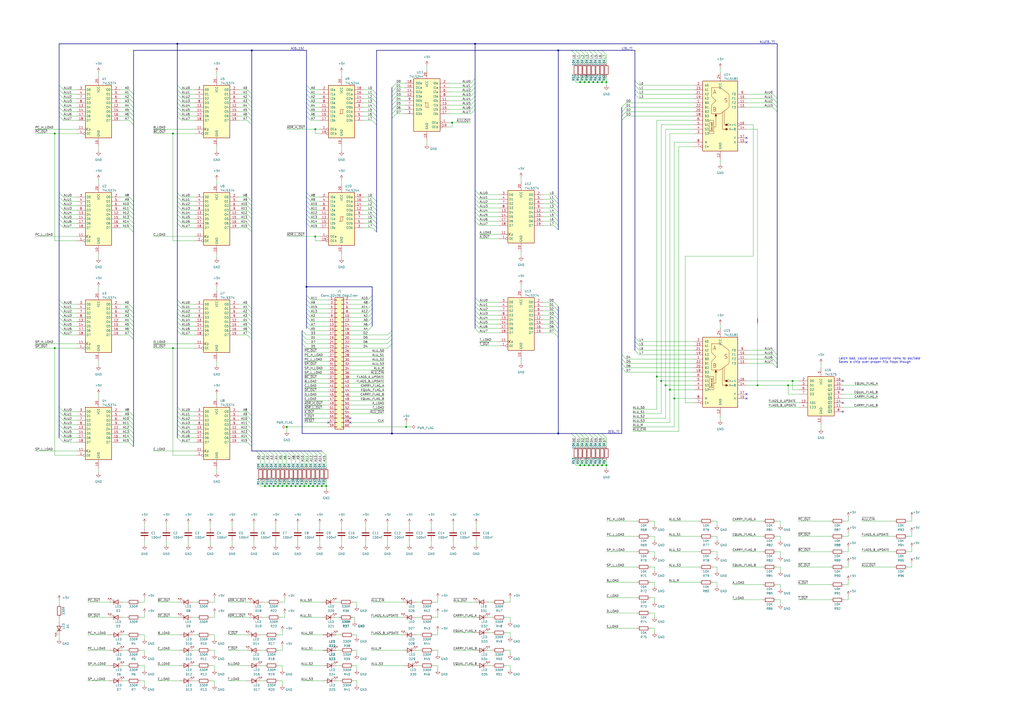
<source format=kicad_sch>
(kicad_sch (version 20230121) (generator eeschema)
  (paper "A2")
  (junction (at 166.37 247.65))
  (junction (at 173.99 281.94))
  (junction (at 344.17 269.875))
  (junction (at 344.17 47.625))
  (junction (at 346.71 47.625))
  (junction (at 457.2 223.52))
  (junction (at 153.67 281.94))
  (junction (at 323.85 29.21))
  (junction (at 339.09 269.875))
  (junction (at 182.88 74.93))
  (junction (at 386.08 223.52))
  (junction (at 31.75 77.47))
  (junction (at 383.54 220.98))
  (junction (at 31.75 201.93))
  (junction (at 336.55 269.875))
  (junction (at 336.55 47.625))
  (junction (at 171.45 281.94))
  (junction (at 161.29 281.94))
  (junction (at 262.255 71.12))
  (junction (at 100.33 201.93))
  (junction (at 459.74 220.98))
  (junction (at 177.8 166.37))
  (junction (at 381 218.44))
  (junction (at 349.25 47.625))
  (junction (at 227.33 251.46))
  (junction (at 341.63 47.625))
  (junction (at 439.42 223.52))
  (junction (at 158.75 281.94))
  (junction (at 346.71 269.875))
  (junction (at 184.15 281.94))
  (junction (at 181.61 281.94))
  (junction (at 388.62 226.06))
  (junction (at 351.79 269.875))
  (junction (at 146.05 29.21))
  (junction (at 163.83 281.94))
  (junction (at 391.16 231.14))
  (junction (at 351.79 47.625))
  (junction (at 186.69 281.94))
  (junction (at 275.59 25.4))
  (junction (at 100.33 77.47))
  (junction (at 102.87 25.4))
  (junction (at 349.25 269.875))
  (junction (at 189.23 281.94))
  (junction (at 168.91 281.94))
  (junction (at 156.21 281.94))
  (junction (at 176.53 281.94))
  (junction (at 339.09 47.625))
  (junction (at 182.88 137.16))
  (junction (at 235.585 247.65))
  (junction (at 323.85 251.46))
  (junction (at 179.07 281.94))
  (junction (at 341.63 269.875))
  (junction (at 166.37 281.94))
  (no_connect (at 488.95 238.76))
  (no_connect (at 203.2 242.57))
  (no_connect (at 488.95 233.68))
  (no_connect (at 203.2 245.11))
  (no_connect (at 488.95 220.98))
  (no_connect (at 488.95 226.06))
  (no_connect (at 433.07 82.55))
  (no_connect (at 433.07 228.6))
  (no_connect (at 433.07 231.14))
  (no_connect (at 433.07 80.01))
  (no_connect (at 190.5 245.11))
  (bus_entry (at 74.93 241.3) (size 2.54 2.54))
  (bus_entry (at 180.34 124.46) (size -2.54 -2.54))
  (bus_entry (at 34.29 116.84) (size 2.54 2.54))
  (bus_entry (at 275.59 60.96) (size -2.54 2.54))
  (bus_entry (at 180.34 173.99) (size -2.54 -2.54))
  (bus_entry (at 180.34 191.77) (size -2.54 -2.54))
  (bus_entry (at 34.29 127) (size 2.54 2.54))
  (bus_entry (at 168.91 261.62) (size 2.54 2.54))
  (bus_entry (at 143.51 57.15) (size 2.54 2.54))
  (bus_entry (at 275.59 187.96) (size 2.54 2.54))
  (bus_entry (at 227.33 194.31) (size -2.54 2.54))
  (bus_entry (at 275.59 175.26) (size 2.54 2.54))
  (bus_entry (at 74.93 254) (size 2.54 2.54))
  (bus_entry (at 102.87 116.84) (size 2.54 2.54))
  (bus_entry (at 275.59 128.27) (size 2.54 2.54))
  (bus_entry (at 175.26 191.77) (size 2.54 2.54))
  (bus_entry (at 102.87 59.69) (size 2.54 2.54))
  (bus_entry (at 349.25 29.21) (size 2.54 2.54))
  (bus_entry (at 213.36 181.61) (size 2.54 -2.54))
  (bus_entry (at 180.34 119.38) (size -2.54 -2.54))
  (bus_entry (at 331.47 251.46) (size 2.54 2.54))
  (bus_entry (at 74.93 129.54) (size 2.54 2.54))
  (bus_entry (at 215.9 57.15) (size 2.54 2.54))
  (bus_entry (at 275.59 55.88) (size -2.54 2.54))
  (bus_entry (at 102.87 191.77) (size 2.54 2.54))
  (bus_entry (at 346.71 29.21) (size 2.54 2.54))
  (bus_entry (at 74.93 194.31) (size 2.54 2.54))
  (bus_entry (at 74.93 69.85) (size 2.54 2.54))
  (bus_entry (at 321.31 175.26) (size 2.54 2.54))
  (bus_entry (at 360.68 205.74) (size 2.54 2.54))
  (bus_entry (at 74.93 189.23) (size 2.54 2.54))
  (bus_entry (at 321.31 185.42) (size 2.54 2.54))
  (bus_entry (at 346.71 251.46) (size 2.54 2.54))
  (bus_entry (at 368.3 195.58) (size 2.54 2.54))
  (bus_entry (at 74.93 191.77) (size 2.54 2.54))
  (bus_entry (at 275.59 50.8) (size -2.54 2.54))
  (bus_entry (at 215.9 132.08) (size 2.54 2.54))
  (bus_entry (at 102.87 64.77) (size 2.54 2.54))
  (bus_entry (at 275.59 58.42) (size -2.54 2.54))
  (bus_entry (at 74.93 179.07) (size 2.54 2.54))
  (bus_entry (at 275.59 185.42) (size 2.54 2.54))
  (bus_entry (at 450.85 59.69) (size -2.54 -2.54))
  (bus_entry (at 321.31 118.11) (size 2.54 2.54))
  (bus_entry (at 213.36 176.53) (size 2.54 -2.54))
  (bus_entry (at 450.85 205.74) (size -2.54 -2.54))
  (bus_entry (at 180.34 186.69) (size -2.54 -2.54))
  (bus_entry (at 74.93 248.92) (size 2.54 2.54))
  (bus_entry (at 34.29 176.53) (size 2.54 2.54))
  (bus_entry (at 180.34 184.15) (size -2.54 -2.54))
  (bus_entry (at 102.87 181.61) (size 2.54 2.54))
  (bus_entry (at 215.9 127) (size 2.54 2.54))
  (bus_entry (at 34.29 52.07) (size 2.54 2.54))
  (bus_entry (at 34.29 236.22) (size 2.54 2.54))
  (bus_entry (at 74.93 114.3) (size 2.54 2.54))
  (bus_entry (at 34.29 246.38) (size 2.54 2.54))
  (bus_entry (at 175.26 199.39) (size 2.54 2.54))
  (bus_entry (at 74.93 243.84) (size 2.54 2.54))
  (bus_entry (at 321.31 182.88) (size 2.54 2.54))
  (bus_entry (at 215.9 64.77) (size 2.54 2.54))
  (bus_entry (at 450.85 213.36) (size -2.54 -2.54))
  (bus_entry (at 102.87 243.84) (size 2.54 2.54))
  (bus_entry (at 143.51 194.31) (size 2.54 2.54))
  (bus_entry (at 275.59 125.73) (size 2.54 2.54))
  (bus_entry (at 180.34 176.53) (size -2.54 -2.54))
  (bus_entry (at 143.51 191.77) (size 2.54 2.54))
  (bus_entry (at 321.31 190.5) (size 2.54 2.54))
  (bus_entry (at 143.51 119.38) (size 2.54 2.54))
  (bus_entry (at 215.9 62.23) (size 2.54 2.54))
  (bus_entry (at 143.51 246.38) (size 2.54 2.54))
  (bus_entry (at 213.36 173.99) (size 2.54 -2.54))
  (bus_entry (at 321.31 130.81) (size 2.54 2.54))
  (bus_entry (at 102.87 184.15) (size 2.54 2.54))
  (bus_entry (at 143.51 243.84) (size 2.54 2.54))
  (bus_entry (at 184.15 261.62) (size 2.54 2.54))
  (bus_entry (at 344.17 29.21) (size 2.54 2.54))
  (bus_entry (at 74.93 57.15) (size 2.54 2.54))
  (bus_entry (at 368.3 52.07) (size 2.54 2.54))
  (bus_entry (at 102.87 251.46) (size 2.54 2.54))
  (bus_entry (at 227.33 63.5) (size 2.54 -2.54))
  (bus_entry (at 275.59 115.57) (size 2.54 2.54))
  (bus_entry (at 74.93 121.92) (size 2.54 2.54))
  (bus_entry (at 331.47 29.21) (size 2.54 2.54))
  (bus_entry (at 275.59 118.11) (size 2.54 2.54))
  (bus_entry (at 344.17 251.46) (size 2.54 2.54))
  (bus_entry (at 215.9 54.61) (size 2.54 2.54))
  (bus_entry (at 34.29 64.77) (size 2.54 2.54))
  (bus_entry (at 450.85 210.82) (size -2.54 -2.54))
  (bus_entry (at 227.33 66.04) (size 2.54 -2.54))
  (bus_entry (at 34.29 67.31) (size 2.54 2.54))
  (bus_entry (at 180.34 64.77) (size -2.54 -2.54))
  (bus_entry (at 275.59 190.5) (size 2.54 2.54))
  (bus_entry (at 215.9 129.54) (size 2.54 2.54))
  (bus_entry (at 34.29 179.07) (size 2.54 2.54))
  (bus_entry (at 213.36 189.23) (size 2.54 -2.54))
  (bus_entry (at 74.93 67.31) (size 2.54 2.54))
  (bus_entry (at 102.87 57.15) (size 2.54 2.54))
  (bus_entry (at 102.87 176.53) (size 2.54 2.54))
  (bus_entry (at 163.83 261.62) (size 2.54 2.54))
  (bus_entry (at 275.59 177.8) (size 2.54 2.54))
  (bus_entry (at 227.33 68.58) (size 2.54 -2.54))
  (bus_entry (at 213.36 191.77) (size 2.54 -2.54))
  (bus_entry (at 74.93 119.38) (size 2.54 2.54))
  (bus_entry (at 275.59 63.5) (size -2.54 2.54))
  (bus_entry (at 180.34 189.23) (size -2.54 -2.54))
  (bus_entry (at 341.63 251.46) (size 2.54 2.54))
  (bus_entry (at 143.51 59.69) (size 2.54 2.54))
  (bus_entry (at 180.34 116.84) (size -2.54 -2.54))
  (bus_entry (at 215.9 59.69) (size 2.54 2.54))
  (bus_entry (at 339.09 29.21) (size 2.54 2.54))
  (bus_entry (at 227.33 53.34) (size 2.54 -2.54))
  (bus_entry (at 227.33 196.85) (size -2.54 2.54))
  (bus_entry (at 74.93 256.54) (size 2.54 2.54))
  (bus_entry (at 74.93 176.53) (size 2.54 2.54))
  (bus_entry (at 143.51 116.84) (size 2.54 2.54))
  (bus_entry (at 102.87 67.31) (size 2.54 2.54))
  (bus_entry (at 102.87 52.07) (size 2.54 2.54))
  (bus_entry (at 368.3 46.99) (size 2.54 2.54))
  (bus_entry (at 74.93 52.07) (size 2.54 2.54))
  (bus_entry (at 180.34 67.31) (size -2.54 -2.54))
  (bus_entry (at 34.29 184.15) (size 2.54 2.54))
  (bus_entry (at 180.34 62.23) (size -2.54 -2.54))
  (bus_entry (at 34.29 241.3) (size 2.54 2.54))
  (bus_entry (at 213.36 186.69) (size 2.54 -2.54))
  (bus_entry (at 215.9 69.85) (size 2.54 2.54))
  (bus_entry (at 363.22 64.77) (size -2.54 2.54))
  (bus_entry (at 102.87 173.99) (size 2.54 2.54))
  (bus_entry (at 450.85 64.77) (size -2.54 -2.54))
  (bus_entry (at 171.45 261.62) (size 2.54 2.54))
  (bus_entry (at 161.29 261.62) (size 2.54 2.54))
  (bus_entry (at 275.59 113.03) (size 2.54 2.54))
  (bus_entry (at 143.51 127) (size 2.54 2.54))
  (bus_entry (at 227.33 58.42) (size 2.54 -2.54))
  (bus_entry (at 180.34 127) (size -2.54 -2.54))
  (bus_entry (at 180.34 114.3) (size -2.54 -2.54))
  (bus_entry (at 74.93 132.08) (size 2.54 2.54))
  (bus_entry (at 143.51 69.85) (size 2.54 2.54))
  (bus_entry (at 321.31 125.73) (size 2.54 2.54))
  (bus_entry (at 321.31 193.04) (size 2.54 2.54))
  (bus_entry (at 102.87 49.53) (size 2.54 2.54))
  (bus_entry (at 34.29 124.46) (size 2.54 2.54))
  (bus_entry (at 215.9 121.92) (size 2.54 2.54))
  (bus_entry (at 450.85 208.28) (size -2.54 -2.54))
  (bus_entry (at 321.31 177.8) (size 2.54 2.54))
  (bus_entry (at 334.01 29.21) (size 2.54 2.54))
  (bus_entry (at 143.51 238.76) (size 2.54 2.54))
  (bus_entry (at 179.07 261.62) (size 2.54 2.54))
  (bus_entry (at 74.93 59.69) (size 2.54 2.54))
  (bus_entry (at 34.29 62.23) (size 2.54 2.54))
  (bus_entry (at 102.87 119.38) (size 2.54 2.54))
  (bus_entry (at 143.51 251.46) (size 2.54 2.54))
  (bus_entry (at 215.9 124.46) (size 2.54 2.54))
  (bus_entry (at 180.34 57.15) (size -2.54 -2.54))
  (bus_entry (at 166.37 261.62) (size 2.54 2.54))
  (bus_entry (at 158.75 261.62) (size 2.54 2.54))
  (bus_entry (at 143.51 124.46) (size 2.54 2.54))
  (bus_entry (at 143.51 189.23) (size 2.54 2.54))
  (bus_entry (at 102.87 129.54) (size 2.54 2.54))
  (bus_entry (at 102.87 238.76) (size 2.54 2.54))
  (bus_entry (at 227.33 199.39) (size -2.54 2.54))
  (bus_entry (at 143.51 64.77) (size 2.54 2.54))
  (bus_entry (at 34.29 119.38) (size 2.54 2.54))
  (bus_entry (at 102.87 186.69) (size 2.54 2.54))
  (bus_entry (at 213.36 179.07) (size 2.54 -2.54))
  (bus_entry (at 102.87 54.61) (size 2.54 2.54))
  (bus_entry (at 34.29 54.61) (size 2.54 2.54))
  (bus_entry (at 143.51 62.23) (size 2.54 2.54))
  (bus_entry (at 275.59 182.88) (size 2.54 2.54))
  (bus_entry (at 321.31 187.96) (size 2.54 2.54))
  (bus_entry (at 102.87 127) (size 2.54 2.54))
  (bus_entry (at 143.51 248.92) (size 2.54 2.54))
  (bus_entry (at 102.87 114.3) (size 2.54 2.54))
  (bus_entry (at 215.9 52.07) (size 2.54 2.54))
  (bus_entry (at 74.93 184.15) (size 2.54 2.54))
  (bus_entry (at 34.29 251.46) (size 2.54 2.54))
  (bus_entry (at 275.59 123.19) (size 2.54 2.54))
  (bus_entry (at 363.22 67.31) (size -2.54 2.54))
  (bus_entry (at 227.33 55.88) (size 2.54 -2.54))
  (bus_entry (at 450.85 62.23) (size -2.54 -2.54))
  (bus_entry (at 102.87 179.07) (size 2.54 2.54))
  (bus_entry (at 321.31 180.34) (size 2.54 2.54))
  (bus_entry (at 143.51 132.08) (size 2.54 2.54))
  (bus_entry (at 74.93 251.46) (size 2.54 2.54))
  (bus_entry (at 143.51 52.07) (size 2.54 2.54))
  (bus_entry (at 336.55 251.46) (size 2.54 2.54))
  (bus_entry (at 102.87 254) (size 2.54 2.54))
  (bus_entry (at 143.51 241.3) (size 2.54 2.54))
  (bus_entry (at 180.34 52.07) (size -2.54 -2.54))
  (bus_entry (at 334.01 251.46) (size 2.54 2.54))
  (bus_entry (at 74.93 181.61) (size 2.54 2.54))
  (bus_entry (at 34.29 59.69) (size 2.54 2.54))
  (bus_entry (at 34.29 254) (size 2.54 2.54))
  (bus_entry (at 34.29 248.92) (size 2.54 2.54))
  (bus_entry (at 227.33 50.8) (size 2.54 -2.54))
  (bus_entry (at 102.87 241.3) (size 2.54 2.54))
  (bus_entry (at 180.34 59.69) (size -2.54 -2.54))
  (bus_entry (at 360.68 208.28) (size 2.54 2.54))
  (bus_entry (at 74.93 186.69) (size 2.54 2.54))
  (bus_entry (at 102.87 121.92) (size 2.54 2.54))
  (bus_entry (at 275.59 110.49) (size 2.54 2.54))
  (bus_entry (at 215.9 114.3) (size 2.54 2.54))
  (bus_entry (at 227.33 191.77) (size -2.54 2.54))
  (bus_entry (at 363.22 59.69) (size -2.54 2.54))
  (bus_entry (at 175.26 194.31) (size 2.54 2.54))
  (bus_entry (at 34.29 114.3) (size 2.54 2.54))
  (bus_entry (at 360.68 213.36) (size 2.54 2.54))
  (bus_entry (at 74.93 62.23) (size 2.54 2.54))
  (bus_entry (at 321.31 128.27) (size 2.54 2.54))
  (bus_entry (at 321.31 123.19) (size 2.54 2.54))
  (bus_entry (at 275.59 53.34) (size -2.54 2.54))
  (bus_entry (at 143.51 256.54) (size 2.54 2.54))
  (bus_entry (at 153.67 261.62) (size 2.54 2.54))
  (bus_entry (at 215.9 116.84) (size 2.54 2.54))
  (bus_entry (at 186.69 261.62) (size 2.54 2.54))
  (bus_entry (at 180.34 132.08) (size -2.54 -2.54))
  (bus_entry (at 34.29 191.77) (size 2.54 2.54))
  (bus_entry (at 143.51 179.07) (size 2.54 2.54))
  (bus_entry (at 213.36 184.15) (size 2.54 -2.54))
  (bus_entry (at 341.63 29.21) (size 2.54 2.54))
  (bus_entry (at 368.3 54.61) (size 2.54 2.54))
  (bus_entry (at 102.87 236.22) (size 2.54 2.54))
  (bus_entry (at 176.53 261.62) (size 2.54 2.54))
  (bus_entry (at 450.85 57.15) (size -2.54 -2.54))
  (bus_entry (at 148.59 261.62) (size 2.54 2.54))
  (bus_entry (at 215.9 119.38) (size 2.54 2.54))
  (bus_entry (at 102.87 111.76) (size 2.54 2.54))
  (bus_entry (at 143.51 54.61) (size 2.54 2.54))
  (bus_entry (at 34.29 189.23) (size 2.54 2.54))
  (bus_entry (at 143.51 186.69) (size 2.54 2.54))
  (bus_entry (at 102.87 124.46) (size 2.54 2.54))
  (bus_entry (at 275.59 180.34) (size 2.54 2.54))
  (bus_entry (at 102.87 248.92) (size 2.54 2.54))
  (bus_entry (at 102.87 246.38) (size 2.54 2.54))
  (bus_entry (at 181.61 261.62) (size 2.54 2.54))
  (bus_entry (at 74.93 127) (size 2.54 2.54))
  (bus_entry (at 102.87 189.23) (size 2.54 2.54))
  (bus_entry (at 363.22 62.23) (size -2.54 2.54))
  (bus_entry (at 143.51 184.15) (size 2.54 2.54))
  (bus_entry (at 143.51 176.53) (size 2.54 2.54))
  (bus_entry (at 34.29 181.61) (size 2.54 2.54))
  (bus_entry (at 321.31 120.65) (size 2.54 2.54))
  (bus_entry (at 275.59 45.72) (size -2.54 2.54))
  (bus_entry (at 275.59 48.26) (size -2.54 2.54))
  (bus_entry (at 180.34 54.61) (size -2.54 -2.54))
  (bus_entry (at 74.93 64.77) (size 2.54 2.54))
  (bus_entry (at 151.13 261.62) (size 2.54 2.54))
  (bus_entry (at 34.29 173.99) (size 2.54 2.54))
  (bus_entry (at 180.34 121.92) (size -2.54 -2.54))
  (bus_entry (at 143.51 67.31) (size 2.54 2.54))
  (bus_entry (at 368.3 198.12) (size 2.54 2.54))
  (bus_entry (at 360.68 210.82) (size 2.54 2.54))
  (bus_entry (at 34.29 186.69) (size 2.54 2.54))
  (bus_entry (at 339.09 251.46) (size 2.54 2.54))
  (bus_entry (at 321.31 113.03) (size 2.54 2.54))
  (bus_entry (at 321.31 115.57) (size 2.54 2.54))
  (bus_entry (at 74.93 54.61) (size 2.54 2.54))
  (bus_entry (at 143.51 129.54) (size 2.54 2.54))
  (bus_entry (at 143.51 114.3) (size 2.54 2.54))
  (bus_entry (at 74.93 116.84) (size 2.54 2.54))
  (bus_entry (at 143.51 254) (size 2.54 2.54))
  (bus_entry (at 34.29 121.92) (size 2.54 2.54))
  (bus_entry (at 34.29 57.15) (size 2.54 2.54))
  (bus_entry (at 215.9 67.31) (size 2.54 2.54))
  (bus_entry (at 74.93 124.46) (size 2.54 2.54))
  (bus_entry (at 180.34 69.85) (size -2.54 -2.54))
  (bus_entry (at 34.29 129.54) (size 2.54 2.54))
  (bus_entry (at 34.29 49.53) (size 2.54 2.54))
  (bus_entry (at 102.87 62.23) (size 2.54 2.54))
  (bus_entry (at 74.93 238.76) (size 2.54 2.54))
  (bus_entry (at 34.29 238.76) (size 2.54 2.54))
  (bus_entry (at 180.34 181.61) (size -2.54 -2.54))
  (bus_entry (at 143.51 181.61) (size 2.54 2.54))
  (bus_entry (at 227.33 60.96) (size 2.54 -2.54))
  (bus_entry (at 368.3 49.53) (size 2.54 2.54))
  (bus_entry (at 74.93 246.38) (size 2.54 2.54))
  (bus_entry (at 275.59 172.72) (size 2.54 2.54))
  (bus_entry (at 175.26 196.85) (size 2.54 2.54))
  (bus_entry (at 349.25 251.46) (size 2.54 2.54))
  (bus_entry (at 180.34 129.54) (size -2.54 -2.54))
  (bus_entry (at 368.3 200.66) (size 2.54 2.54))
  (bus_entry (at 173.99 261.62) (size 2.54 2.54))
  (bus_entry (at 143.51 121.92) (size 2.54 2.54))
  (bus_entry (at 336.55 29.21) (size 2.54 2.54))
  (bus_entry (at 275.59 120.65) (size 2.54 2.54))
  (bus_entry (at 34.29 111.76) (size 2.54 2.54))
  (bus_entry (at 34.29 243.84) (size 2.54 2.54))
  (bus_entry (at 368.3 203.2) (size 2.54 2.54))
  (bus_entry (at 180.34 179.07) (size -2.54 -2.54))
  (bus_entry (at 156.21 261.62) (size 2.54 2.54))
  (wire (pts (xy 138.43 256.54) (xy 143.51 256.54)))
  (wire (pts (xy 481.965 339.09) (xy 462.915 339.09)))
  (wire (pts (xy 20.32 137.16) (xy 44.45 137.16)))
  (bus (pts (xy 146.05 194.31) (xy 146.05 196.85)))
  (wire (pts (xy 381 69.85) (xy 381 218.44)))
  (wire (pts (xy 457.2 223.52) (xy 457.2 228.6)))
  (wire (pts (xy 31.75 77.47) (xy 44.45 77.47)))
  (wire (pts (xy 344.17 31.75) (xy 344.17 36.83)))
  (wire (pts (xy 251.46 377.19) (xy 254 377.19)))
  (wire (pts (xy 377.19 346.71) (xy 379.73 346.71)))
  (wire (pts (xy 186.69 281.94) (xy 186.69 278.765)))
  (bus (pts (xy 146.05 121.92) (xy 146.05 124.46)))
  (wire (pts (xy 369.57 346.71) (xy 351.79 346.71)))
  (wire (pts (xy 71.12 358.14) (xy 73.66 358.14)))
  (wire (pts (xy 185.42 121.92) (xy 180.34 121.92)))
  (bus (pts (xy 77.47 129.54) (xy 77.47 132.08)))
  (wire (pts (xy 132.08 394.97) (xy 143.51 394.97)))
  (bus (pts (xy 77.47 121.92) (xy 77.47 124.46)))
  (bus (pts (xy 218.44 132.08) (xy 218.44 134.62)))
  (wire (pts (xy 349.25 47.625) (xy 351.79 47.625)))
  (bus (pts (xy 323.85 29.21) (xy 331.47 29.21)))
  (bus (pts (xy 218.44 62.23) (xy 218.44 64.77)))
  (wire (pts (xy 105.41 127) (xy 113.03 127)))
  (bus (pts (xy 215.9 171.45) (xy 215.9 173.99)))
  (bus (pts (xy 177.8 67.31) (xy 177.8 111.76)))
  (bus (pts (xy 102.87 173.99) (xy 102.87 176.53)))
  (bus (pts (xy 215.9 173.99) (xy 215.9 176.53)))
  (wire (pts (xy 314.96 187.96) (xy 321.31 187.96)))
  (wire (pts (xy 50.8 368.3) (xy 63.5 368.3)))
  (wire (pts (xy 293.37 377.19) (xy 295.91 377.19)))
  (wire (pts (xy 314.96 190.5) (xy 321.31 190.5)))
  (wire (pts (xy 163.83 377.19) (xy 163.83 374.65)))
  (wire (pts (xy 314.96 185.42) (xy 321.31 185.42)))
  (wire (pts (xy 289.56 180.34) (xy 278.13 180.34)))
  (bus (pts (xy 218.44 67.31) (xy 218.44 69.85)))
  (wire (pts (xy 69.85 69.85) (xy 74.93 69.85)))
  (bus (pts (xy 323.85 193.04) (xy 323.85 195.58)))
  (wire (pts (xy 210.82 69.85) (xy 215.9 69.85)))
  (wire (pts (xy 36.83 54.61) (xy 44.45 54.61)))
  (bus (pts (xy 102.87 52.07) (xy 102.87 54.61)))
  (bus (pts (xy 275.59 50.8) (xy 275.59 53.34)))
  (wire (pts (xy 481.965 347.98) (xy 462.915 347.98)))
  (wire (pts (xy 260.35 58.42) (xy 273.05 58.42)))
  (bus (pts (xy 151.13 261.62) (xy 153.67 261.62)))
  (bus (pts (xy 177.8 52.07) (xy 177.8 54.61)))
  (bus (pts (xy 146.05 29.21) (xy 146.05 54.61)))
  (wire (pts (xy 198.12 147.32) (xy 198.12 149.86)))
  (bus (pts (xy 34.29 119.38) (xy 34.29 121.92)))
  (wire (pts (xy 121.92 358.14) (xy 124.46 358.14)))
  (wire (pts (xy 151.13 264.16) (xy 151.13 271.145)))
  (bus (pts (xy 102.87 176.53) (xy 102.87 179.07)))
  (wire (pts (xy 105.41 254) (xy 113.03 254)))
  (bus (pts (xy 34.29 67.31) (xy 34.29 111.76)))
  (wire (pts (xy 163.83 264.16) (xy 163.83 271.145)))
  (bus (pts (xy 275.59 185.42) (xy 275.59 187.96)))
  (wire (pts (xy 83.82 358.14) (xy 83.82 355.6)))
  (wire (pts (xy 179.07 281.94) (xy 181.61 281.94)))
  (bus (pts (xy 227.33 251.46) (xy 323.85 251.46)))
  (wire (pts (xy 111.76 358.14) (xy 114.3 358.14)))
  (wire (pts (xy 168.91 281.94) (xy 171.45 281.94)))
  (bus (pts (xy 218.44 57.15) (xy 218.44 59.69)))
  (wire (pts (xy 57.15 41.91) (xy 57.15 44.45)))
  (wire (pts (xy 293.37 386.08) (xy 295.91 386.08)))
  (wire (pts (xy 367.03 247.65) (xy 391.16 247.65)))
  (wire (pts (xy 442.595 328.93) (xy 424.815 328.93)))
  (wire (pts (xy 433.07 220.98) (xy 459.74 220.98)))
  (wire (pts (xy 203.2 179.07) (xy 213.36 179.07)))
  (wire (pts (xy 433.07 74.93) (xy 439.42 74.93)))
  (wire (pts (xy 476.25 210.82) (xy 476.25 213.36)))
  (wire (pts (xy 105.41 194.31) (xy 113.03 194.31)))
  (wire (pts (xy 379.73 328.93) (xy 379.73 331.47)))
  (bus (pts (xy 153.67 261.62) (xy 156.21 261.62)))
  (bus (pts (xy 77.47 256.54) (xy 77.47 259.08)))
  (bus (pts (xy 34.29 243.84) (xy 34.29 246.38)))
  (wire (pts (xy 105.41 52.07) (xy 113.03 52.07)))
  (wire (pts (xy 370.84 52.07) (xy 402.59 52.07)))
  (wire (pts (xy 185.42 54.61) (xy 180.34 54.61)))
  (wire (pts (xy 518.795 302.26) (xy 499.745 302.26)))
  (wire (pts (xy 234.95 66.04) (xy 229.87 66.04)))
  (wire (pts (xy 105.41 251.46) (xy 113.03 251.46)))
  (wire (pts (xy 351.79 254) (xy 351.79 259.08)))
  (wire (pts (xy 344.17 269.875) (xy 344.17 266.7)))
  (wire (pts (xy 176.53 227.33) (xy 190.5 227.33)))
  (wire (pts (xy 367.03 240.03) (xy 383.54 240.03)))
  (wire (pts (xy 203.2 204.47) (xy 222.885 204.47)))
  (wire (pts (xy 105.41 248.92) (xy 113.03 248.92)))
  (wire (pts (xy 528.955 328.93) (xy 528.955 326.39)))
  (wire (pts (xy 405.765 311.15) (xy 387.985 311.15)))
  (bus (pts (xy 336.55 251.46) (xy 339.09 251.46)))
  (wire (pts (xy 405.765 337.82) (xy 387.985 337.82)))
  (bus (pts (xy 166.37 261.62) (xy 168.91 261.62)))
  (wire (pts (xy 402.59 69.85) (xy 381 69.85)))
  (wire (pts (xy 81.28 368.3) (xy 83.82 368.3)))
  (wire (pts (xy 185.42 52.07) (xy 180.34 52.07)))
  (wire (pts (xy 450.215 311.15) (xy 452.755 311.15)))
  (bus (pts (xy 323.85 177.8) (xy 323.85 180.34)))
  (wire (pts (xy 50.8 386.08) (xy 63.5 386.08)))
  (wire (pts (xy 186.69 264.16) (xy 186.69 271.145)))
  (bus (pts (xy 173.99 261.62) (xy 176.53 261.62)))
  (bus (pts (xy 215.9 171.45) (xy 215.9 166.37)))
  (wire (pts (xy 161.29 394.97) (xy 163.83 394.97)))
  (wire (pts (xy 69.85 181.61) (xy 74.93 181.61)))
  (wire (pts (xy 203.2 199.39) (xy 224.79 199.39)))
  (wire (pts (xy 433.07 208.28) (xy 448.31 208.28)))
  (bus (pts (xy 34.29 64.77) (xy 34.29 67.31)))
  (wire (pts (xy 186.69 281.94) (xy 189.23 281.94)))
  (wire (pts (xy 234.95 53.34) (xy 229.87 53.34)))
  (wire (pts (xy 370.84 54.61) (xy 402.59 54.61)))
  (wire (pts (xy 185.42 119.38) (xy 180.34 119.38)))
  (wire (pts (xy 121.92 316.23) (xy 121.92 313.69)))
  (bus (pts (xy 177.8 114.3) (xy 177.8 116.84)))
  (bus (pts (xy 102.87 248.92) (xy 102.87 251.46)))
  (bus (pts (xy 34.29 121.92) (xy 34.29 124.46)))
  (wire (pts (xy 88.9 199.39) (xy 113.03 199.39)))
  (bus (pts (xy 34.29 127) (xy 34.29 129.54)))
  (bus (pts (xy 102.87 124.46) (xy 102.87 127)))
  (bus (pts (xy 176.53 261.62) (xy 179.07 261.62)))
  (wire (pts (xy 302.26 146.05) (xy 302.26 148.59)))
  (wire (pts (xy 153.67 281.94) (xy 156.21 281.94)))
  (bus (pts (xy 344.17 251.46) (xy 346.71 251.46)))
  (wire (pts (xy 344.17 269.875) (xy 346.71 269.875)))
  (wire (pts (xy 138.43 238.76) (xy 143.51 238.76)))
  (wire (pts (xy 391.16 231.14) (xy 402.59 231.14)))
  (wire (pts (xy 36.83 119.38) (xy 44.45 119.38)))
  (wire (pts (xy 125.73 271.78) (xy 125.73 274.32)))
  (wire (pts (xy 346.71 269.875) (xy 349.25 269.875)))
  (bus (pts (xy 77.47 64.77) (xy 77.47 67.31)))
  (wire (pts (xy 436.88 72.39) (xy 436.88 148.59)))
  (wire (pts (xy 138.43 116.84) (xy 143.51 116.84)))
  (wire (pts (xy 189.23 264.16) (xy 189.23 271.145)))
  (wire (pts (xy 481.965 320.04) (xy 462.915 320.04)))
  (wire (pts (xy 138.43 254) (xy 143.51 254)))
  (wire (pts (xy 36.83 62.23) (xy 44.45 62.23)))
  (wire (pts (xy 276.225 316.23) (xy 276.225 313.69)))
  (bus (pts (xy 215.9 176.53) (xy 215.9 179.07)))
  (wire (pts (xy 205.105 394.97) (xy 207.01 394.97)))
  (bus (pts (xy 177.8 181.61) (xy 177.8 184.15)))
  (wire (pts (xy 351.79 269.875) (xy 351.79 266.7)))
  (wire (pts (xy 336.55 47.625) (xy 336.55 44.45)))
  (wire (pts (xy 336.55 269.875) (xy 336.55 266.7)))
  (wire (pts (xy 314.96 130.81) (xy 321.31 130.81)))
  (bus (pts (xy 77.47 181.61) (xy 77.47 184.15)))
  (wire (pts (xy 526.415 320.04) (xy 528.955 320.04)))
  (wire (pts (xy 71.12 394.97) (xy 73.66 394.97)))
  (wire (pts (xy 36.83 129.54) (xy 44.45 129.54)))
  (wire (pts (xy 489.585 328.93) (xy 492.125 328.93)))
  (wire (pts (xy 151.13 278.765) (xy 151.13 281.94)))
  (wire (pts (xy 215.265 349.25) (xy 233.68 349.25)))
  (bus (pts (xy 368.3 195.58) (xy 368.3 198.12)))
  (wire (pts (xy 433.07 62.23) (xy 448.31 62.23)))
  (wire (pts (xy 351.79 302.26) (xy 369.57 302.26)))
  (wire (pts (xy 162.56 358.14) (xy 165.1 358.14)))
  (wire (pts (xy 138.43 124.46) (xy 143.51 124.46)))
  (bus (pts (xy 179.07 261.62) (xy 181.61 261.62)))
  (wire (pts (xy 69.85 62.23) (xy 74.93 62.23)))
  (wire (pts (xy 489.585 311.15) (xy 492.125 311.15)))
  (bus (pts (xy 218.44 59.69) (xy 218.44 62.23)))
  (wire (pts (xy 370.84 203.2) (xy 402.59 203.2)))
  (bus (pts (xy 102.87 25.4) (xy 102.87 49.53)))
  (wire (pts (xy 346.71 31.75) (xy 346.71 36.83)))
  (bus (pts (xy 227.33 68.58) (xy 227.33 191.77)))
  (wire (pts (xy 31.75 77.47) (xy 31.75 139.7)))
  (bus (pts (xy 339.09 251.46) (xy 341.63 251.46)))
  (bus (pts (xy 177.8 129.54) (xy 177.8 166.37)))
  (wire (pts (xy 57.15 85.09) (xy 57.15 87.63)))
  (wire (pts (xy 351.79 47.625) (xy 351.79 49.53)))
  (bus (pts (xy 34.29 54.61) (xy 34.29 57.15)))
  (wire (pts (xy 105.41 62.23) (xy 113.03 62.23)))
  (wire (pts (xy 176.53 242.57) (xy 190.5 242.57)))
  (wire (pts (xy 69.85 124.46) (xy 74.93 124.46)))
  (bus (pts (xy 177.8 62.23) (xy 177.8 64.77)))
  (wire (pts (xy 176.53 212.09) (xy 190.5 212.09)))
  (wire (pts (xy 69.85 191.77) (xy 74.93 191.77)))
  (wire (pts (xy 173.99 281.94) (xy 176.53 281.94)))
  (wire (pts (xy 36.83 121.92) (xy 44.45 121.92)))
  (bus (pts (xy 34.29 52.07) (xy 34.29 54.61)))
  (wire (pts (xy 260.35 55.88) (xy 273.05 55.88)))
  (bus (pts (xy 215.9 181.61) (xy 215.9 184.15)))
  (wire (pts (xy 379.73 302.26) (xy 379.73 304.8)))
  (wire (pts (xy 413.385 328.93) (xy 415.925 328.93)))
  (wire (pts (xy 153.67 281.94) (xy 153.67 278.765)))
  (wire (pts (xy 405.765 320.04) (xy 387.985 320.04)))
  (wire (pts (xy 415.925 302.26) (xy 415.925 304.8)))
  (bus (pts (xy 181.61 261.62) (xy 184.15 261.62)))
  (bus (pts (xy 146.05 196.85) (xy 146.05 241.3)))
  (wire (pts (xy 289.56 175.26) (xy 278.13 175.26)))
  (wire (pts (xy 413.385 311.15) (xy 415.925 311.15)))
  (bus (pts (xy 102.87 127) (xy 102.87 129.54)))
  (bus (pts (xy 77.47 62.23) (xy 77.47 64.77)))
  (bus (pts (xy 334.01 251.46) (xy 336.55 251.46)))
  (wire (pts (xy 184.15 281.94) (xy 184.15 278.765)))
  (wire (pts (xy 215.265 358.14) (xy 233.68 358.14)))
  (wire (pts (xy 180.34 132.08) (xy 185.42 132.08)))
  (bus (pts (xy 177.8 166.37) (xy 215.9 166.37)))
  (bus (pts (xy 215.9 184.15) (xy 215.9 186.69)))
  (wire (pts (xy 363.22 67.31) (xy 402.59 67.31)))
  (bus (pts (xy 77.47 184.15) (xy 77.47 186.69)))
  (wire (pts (xy 105.41 176.53) (xy 113.03 176.53)))
  (bus (pts (xy 346.71 251.46) (xy 349.25 251.46)))
  (bus (pts (xy 102.87 116.84) (xy 102.87 119.38)))
  (wire (pts (xy 176.53 222.25) (xy 190.5 222.25)))
  (bus (pts (xy 275.59 58.42) (xy 275.59 60.96)))
  (wire (pts (xy 20.32 74.93) (xy 44.45 74.93)))
  (wire (pts (xy 179.07 281.94) (xy 179.07 278.765)))
  (wire (pts (xy 445.77 236.22) (xy 463.55 236.22)))
  (wire (pts (xy 207.01 386.08) (xy 207.01 388.62)))
  (wire (pts (xy 132.08 386.08) (xy 143.51 386.08)))
  (wire (pts (xy 377.19 355.6) (xy 379.73 355.6)))
  (wire (pts (xy 341.63 47.625) (xy 341.63 44.45)))
  (bus (pts (xy 146.05 64.77) (xy 146.05 67.31)))
  (wire (pts (xy 379.73 364.49) (xy 379.73 367.03)))
  (bus (pts (xy 146.05 256.54) (xy 146.05 259.08)))
  (wire (pts (xy 69.85 179.07) (xy 74.93 179.07)))
  (bus (pts (xy 360.68 64.77) (xy 360.68 67.31)))
  (bus (pts (xy 77.47 179.07) (xy 77.47 181.61)))
  (bus (pts (xy 34.29 186.69) (xy 34.29 189.23)))
  (bus (pts (xy 275.59 60.96) (xy 275.59 63.5)))
  (wire (pts (xy 210.82 127) (xy 215.9 127)))
  (wire (pts (xy 36.83 116.84) (xy 44.45 116.84)))
  (wire (pts (xy 138.43 132.08) (xy 143.51 132.08)))
  (bus (pts (xy 177.8 179.07) (xy 177.8 181.61)))
  (bus (pts (xy 227.33 199.39) (xy 227.33 251.46)))
  (wire (pts (xy 413.385 337.82) (xy 415.925 337.82)))
  (bus (pts (xy 177.8 59.69) (xy 177.8 62.23)))
  (wire (pts (xy 234.95 50.8) (xy 229.87 50.8)))
  (wire (pts (xy 203.2 232.41) (xy 222.885 232.41)))
  (wire (pts (xy 210.82 62.23) (xy 215.9 62.23)))
  (wire (pts (xy 377.19 302.26) (xy 379.73 302.26)))
  (wire (pts (xy 138.43 59.69) (xy 143.51 59.69)))
  (wire (pts (xy 344.17 47.625) (xy 346.71 47.625)))
  (wire (pts (xy 109.22 303.53) (xy 109.22 306.07)))
  (wire (pts (xy 152.4 358.14) (xy 154.94 358.14)))
  (wire (pts (xy 105.41 59.69) (xy 113.03 59.69)))
  (wire (pts (xy 386.08 223.52) (xy 402.59 223.52)))
  (wire (pts (xy 138.43 114.3) (xy 143.51 114.3)))
  (wire (pts (xy 302.26 165.1) (xy 302.26 167.64)))
  (wire (pts (xy 36.83 57.15) (xy 44.45 57.15)))
  (bus (pts (xy 102.87 129.54) (xy 102.87 173.99)))
  (wire (pts (xy 176.53 237.49) (xy 190.5 237.49)))
  (wire (pts (xy 278.13 138.43) (xy 289.56 138.43)))
  (wire (pts (xy 156.21 264.16) (xy 156.21 271.145)))
  (bus (pts (xy 323.85 195.58) (xy 323.85 251.46)))
  (wire (pts (xy 138.43 248.92) (xy 143.51 248.92)))
  (wire (pts (xy 69.85 127) (xy 74.93 127)))
  (wire (pts (xy 190.5 191.77) (xy 180.34 191.77)))
  (wire (pts (xy 254 377.19) (xy 254 379.73)))
  (bus (pts (xy 77.47 196.85) (xy 77.47 241.3)))
  (wire (pts (xy 182.88 74.93) (xy 185.42 74.93)))
  (bus (pts (xy 275.59 180.34) (xy 275.59 182.88)))
  (wire (pts (xy 20.32 199.39) (xy 44.45 199.39)))
  (wire (pts (xy 69.85 116.84) (xy 74.93 116.84)))
  (wire (pts (xy 203.2 247.65) (xy 235.585 247.65)))
  (bus (pts (xy 175.26 199.39) (xy 175.26 251.46)))
  (wire (pts (xy 173.99 358.14) (xy 186.69 358.14)))
  (wire (pts (xy 171.45 281.94) (xy 173.99 281.94)))
  (bus (pts (xy 171.45 261.62) (xy 173.99 261.62)))
  (wire (pts (xy 138.43 129.54) (xy 143.51 129.54)))
  (wire (pts (xy 105.41 54.61) (xy 113.03 54.61)))
  (wire (pts (xy 105.41 191.77) (xy 113.03 191.77)))
  (wire (pts (xy 69.85 132.08) (xy 74.93 132.08)))
  (wire (pts (xy 205.105 386.08) (xy 207.01 386.08)))
  (wire (pts (xy 69.85 241.3) (xy 74.93 241.3)))
  (wire (pts (xy 210.82 124.46) (xy 215.9 124.46)))
  (wire (pts (xy 260.35 60.96) (xy 273.05 60.96)))
  (wire (pts (xy 215.265 368.3) (xy 233.68 368.3)))
  (bus (pts (xy 368.3 54.61) (xy 368.3 195.58)))
  (bus (pts (xy 34.29 179.07) (xy 34.29 181.61)))
  (bus (pts (xy 146.05 134.62) (xy 146.05 179.07)))
  (wire (pts (xy 370.84 57.15) (xy 402.59 57.15)))
  (wire (pts (xy 260.35 53.34) (xy 273.05 53.34)))
  (wire (pts (xy 224.79 316.23) (xy 224.79 313.69)))
  (wire (pts (xy 105.41 243.84) (xy 113.03 243.84)))
  (wire (pts (xy 260.35 71.12) (xy 262.255 71.12)))
  (wire (pts (xy 31.75 139.7) (xy 44.45 139.7)))
  (bus (pts (xy 360.68 205.74) (xy 360.68 208.28)))
  (wire (pts (xy 459.74 220.98) (xy 463.55 220.98)))
  (bus (pts (xy 275.59 115.57) (xy 275.59 118.11)))
  (wire (pts (xy 314.96 125.73) (xy 321.31 125.73)))
  (wire (pts (xy 158.75 264.16) (xy 158.75 271.145)))
  (bus (pts (xy 218.44 116.84) (xy 218.44 119.38)))
  (wire (pts (xy 81.28 394.97) (xy 83.82 394.97)))
  (bus (pts (xy 102.87 241.3) (xy 102.87 243.84)))
  (wire (pts (xy 36.83 243.84) (xy 44.45 243.84)))
  (wire (pts (xy 166.37 281.94) (xy 168.91 281.94)))
  (wire (pts (xy 349.25 31.75) (xy 349.25 36.83)))
  (wire (pts (xy 528.955 320.04) (xy 528.955 317.5)))
  (wire (pts (xy 276.225 303.53) (xy 276.225 306.07)))
  (wire (pts (xy 105.41 116.84) (xy 113.03 116.84)))
  (wire (pts (xy 207.01 349.25) (xy 207.01 351.79)))
  (wire (pts (xy 204.47 349.25) (xy 207.01 349.25)))
  (wire (pts (xy 36.83 194.31) (xy 44.45 194.31)))
  (wire (pts (xy 203.2 176.53) (xy 213.36 176.53)))
  (wire (pts (xy 492.125 347.98) (xy 492.125 345.44)))
  (wire (pts (xy 166.37 247.65) (xy 166.37 250.19)))
  (wire (pts (xy 492.125 311.15) (xy 492.125 308.61)))
  (wire (pts (xy 100.33 264.16) (xy 113.03 264.16)))
  (wire (pts (xy 351.79 47.625) (xy 351.79 44.45)))
  (wire (pts (xy 105.41 238.76) (xy 113.03 238.76)))
  (wire (pts (xy 518.795 320.04) (xy 499.745 320.04)))
  (wire (pts (xy 105.41 181.61) (xy 113.03 181.61)))
  (bus (pts (xy 34.29 176.53) (xy 34.29 179.07)))
  (wire (pts (xy 367.03 237.49) (xy 381 237.49)))
  (wire (pts (xy 190.5 189.23) (xy 180.34 189.23)))
  (wire (pts (xy 185.42 64.77) (xy 180.34 64.77)))
  (wire (pts (xy 185.42 124.46) (xy 180.34 124.46)))
  (wire (pts (xy 172.72 316.23) (xy 172.72 313.69)))
  (bus (pts (xy 102.87 251.46) (xy 102.87 254)))
  (wire (pts (xy 346.71 47.625) (xy 349.25 47.625)))
  (bus (pts (xy 102.87 119.38) (xy 102.87 121.92)))
  (bus (pts (xy 34.29 111.76) (xy 34.29 114.3)))
  (wire (pts (xy 351.79 31.75) (xy 351.79 36.83)))
  (wire (pts (xy 295.91 377.19) (xy 295.91 379.73)))
  (wire (pts (xy 69.85 64.77) (xy 74.93 64.77)))
  (wire (pts (xy 314.96 175.26) (xy 321.31 175.26)))
  (bus (pts (xy 323.85 187.96) (xy 323.85 190.5)))
  (wire (pts (xy 198.12 85.09) (xy 198.12 87.63)))
  (wire (pts (xy 105.41 179.07) (xy 113.03 179.07)))
  (wire (pts (xy 210.82 116.84) (xy 215.9 116.84)))
  (wire (pts (xy 83.82 303.53) (xy 83.82 306.07)))
  (bus (pts (xy 102.87 64.77) (xy 102.87 67.31)))
  (wire (pts (xy 138.43 69.85) (xy 143.51 69.85)))
  (bus (pts (xy 339.09 29.21) (xy 341.63 29.21)))
  (bus (pts (xy 349.25 251.46) (xy 360.68 251.46)))
  (wire (pts (xy 234.95 55.88) (xy 229.87 55.88)))
  (wire (pts (xy 184.15 281.94) (xy 186.69 281.94)))
  (wire (pts (xy 194.945 377.19) (xy 197.485 377.19)))
  (wire (pts (xy 386.08 74.93) (xy 386.08 223.52)))
  (wire (pts (xy 344.17 254) (xy 344.17 259.08)))
  (bus (pts (xy 102.87 54.61) (xy 102.87 57.15)))
  (wire (pts (xy 314.96 115.57) (xy 321.31 115.57)))
  (bus (pts (xy 146.05 124.46) (xy 146.05 127)))
  (bus (pts (xy 175.26 194.31) (xy 175.26 196.85)))
  (wire (pts (xy 346.71 47.625) (xy 346.71 44.45)))
  (wire (pts (xy 36.83 184.15) (xy 44.45 184.15)))
  (wire (pts (xy 262.89 303.53) (xy 262.89 306.07)))
  (wire (pts (xy 241.3 377.19) (xy 243.84 377.19)))
  (bus (pts (xy 146.05 132.08) (xy 146.05 134.62)))
  (bus (pts (xy 368.3 200.66) (xy 368.3 203.2)))
  (wire (pts (xy 176.53 281.94) (xy 176.53 278.765)))
  (wire (pts (xy 367.03 242.57) (xy 386.08 242.57)))
  (wire (pts (xy 492.125 320.04) (xy 492.125 317.5)))
  (bus (pts (xy 227.33 60.96) (xy 227.33 58.42)))
  (wire (pts (xy 71.12 368.3) (xy 73.66 368.3)))
  (wire (pts (xy 489.585 339.09) (xy 492.125 339.09)))
  (bus (pts (xy 34.29 191.77) (xy 34.29 236.22)))
  (wire (pts (xy 36.83 238.76) (xy 44.45 238.76)))
  (bus (pts (xy 146.05 29.21) (xy 177.8 29.21)))
  (wire (pts (xy 138.43 184.15) (xy 143.51 184.15)))
  (wire (pts (xy 481.965 328.93) (xy 462.915 328.93)))
  (wire (pts (xy 203.2 207.01) (xy 222.885 207.01)))
  (wire (pts (xy 203.2 181.61) (xy 213.36 181.61)))
  (bus (pts (xy 146.05 184.15) (xy 146.05 186.69)))
  (wire (pts (xy 450.215 302.26) (xy 452.755 302.26)))
  (wire (pts (xy 161.29 281.94) (xy 161.29 278.765)))
  (wire (pts (xy 433.07 72.39) (xy 436.88 72.39)))
  (wire (pts (xy 57.15 209.55) (xy 57.15 212.09)))
  (bus (pts (xy 156.21 261.62) (xy 158.75 261.62)))
  (bus (pts (xy 77.47 69.85) (xy 77.47 72.39)))
  (wire (pts (xy 293.37 349.25) (xy 295.91 349.25)))
  (wire (pts (xy 105.41 132.08) (xy 113.03 132.08)))
  (wire (pts (xy 262.89 358.14) (xy 275.59 358.14)))
  (wire (pts (xy 138.43 246.38) (xy 143.51 246.38)))
  (bus (pts (xy 368.3 46.99) (xy 368.3 49.53)))
  (wire (pts (xy 489.585 302.26) (xy 492.125 302.26)))
  (bus (pts (xy 275.59 118.11) (xy 275.59 120.65)))
  (bus (pts (xy 334.01 29.21) (xy 336.55 29.21)))
  (bus (pts (xy 275.59 45.72) (xy 275.59 48.26)))
  (bus (pts (xy 177.8 57.15) (xy 177.8 59.69)))
  (wire (pts (xy 105.41 124.46) (xy 113.03 124.46)))
  (bus (pts (xy 275.59 187.96) (xy 275.59 190.5)))
  (wire (pts (xy 210.82 67.31) (xy 215.9 67.31)))
  (wire (pts (xy 442.595 320.04) (xy 424.815 320.04)))
  (bus (pts (xy 146.05 127) (xy 146.05 129.54)))
  (wire (pts (xy 124.46 386.08) (xy 124.46 388.62)))
  (wire (pts (xy 452.755 320.04) (xy 452.755 322.58)))
  (wire (pts (xy 367.03 250.19) (xy 393.7 250.19)))
  (bus (pts (xy 323.85 130.81) (xy 323.85 133.35)))
  (wire (pts (xy 190.5 173.99) (xy 180.34 173.99)))
  (wire (pts (xy 124.46 349.25) (xy 124.46 346.71)))
  (bus (pts (xy 275.59 172.72) (xy 275.59 175.26)))
  (bus (pts (xy 34.29 114.3) (xy 34.29 116.84)))
  (wire (pts (xy 57.15 231.14) (xy 57.15 228.6)))
  (wire (pts (xy 289.56 128.27) (xy 278.13 128.27)))
  (wire (pts (xy 488.95 228.6) (xy 509.27 228.6)))
  (bus (pts (xy 323.85 185.42) (xy 323.85 187.96)))
  (bus (pts (xy 177.8 186.69) (xy 177.8 189.23)))
  (wire (pts (xy 215.265 377.19) (xy 233.68 377.19)))
  (wire (pts (xy 334.01 44.45) (xy 334.01 47.625)))
  (wire (pts (xy 278.13 200.66) (xy 289.56 200.66)))
  (wire (pts (xy 203.2 212.09) (xy 222.885 212.09)))
  (bus (pts (xy 360.68 67.31) (xy 360.68 69.85)))
  (wire (pts (xy 262.89 349.25) (xy 275.59 349.25)))
  (wire (pts (xy 452.755 311.15) (xy 452.755 313.69)))
  (wire (pts (xy 105.41 67.31) (xy 113.03 67.31)))
  (wire (pts (xy 388.62 77.47) (xy 402.59 77.47)))
  (bus (pts (xy 34.29 57.15) (xy 34.29 59.69)))
  (bus (pts (xy 331.47 29.21) (xy 334.01 29.21)))
  (wire (pts (xy 34.29 368.3) (xy 34.29 370.84)))
  (wire (pts (xy 481.965 302.26) (xy 462.915 302.26)))
  (wire (pts (xy 349.25 269.875) (xy 349.25 266.7)))
  (wire (pts (xy 69.85 176.53) (xy 74.93 176.53)))
  (wire (pts (xy 391.16 231.14) (xy 391.16 247.65)))
  (wire (pts (xy 109.22 316.23) (xy 109.22 313.69)))
  (wire (pts (xy 204.47 358.14) (xy 205.74 358.14)))
  (bus (pts (xy 77.47 54.61) (xy 77.47 57.15)))
  (wire (pts (xy 111.76 368.3) (xy 114.3 368.3)))
  (wire (pts (xy 339.09 47.625) (xy 339.09 44.45)))
  (bus (pts (xy 102.87 111.76) (xy 102.87 114.3)))
  (wire (pts (xy 436.88 148.59) (xy 397.51 148.59)))
  (wire (pts (xy 69.85 54.61) (xy 74.93 54.61)))
  (bus (pts (xy 341.63 251.46) (xy 344.17 251.46)))
  (wire (pts (xy 215.265 386.08) (xy 234.315 386.08)))
  (wire (pts (xy 251.46 358.14) (xy 254 358.14)))
  (wire (pts (xy 174.625 394.97) (xy 187.325 394.97)))
  (wire (pts (xy 289.56 185.42) (xy 278.13 185.42)))
  (bus (pts (xy 102.87 189.23) (xy 102.87 191.77)))
  (wire (pts (xy 439.42 188.595) (xy 439.42 223.52)))
  (bus (pts (xy 275.59 25.4) (xy 275.59 45.72)))
  (bus (pts (xy 77.47 191.77) (xy 77.47 194.31)))
  (wire (pts (xy 100.33 201.93) (xy 100.33 264.16)))
  (bus (pts (xy 34.29 181.61) (xy 34.29 184.15)))
  (wire (pts (xy 50.8 394.97) (xy 63.5 394.97)))
  (bus (pts (xy 349.25 29.21) (xy 368.3 29.21)))
  (wire (pts (xy 138.43 243.84) (xy 143.51 243.84)))
  (bus (pts (xy 177.8 171.45) (xy 177.8 173.99)))
  (wire (pts (xy 363.22 210.82) (xy 402.59 210.82)))
  (wire (pts (xy 336.55 47.625) (xy 339.09 47.625)))
  (bus (pts (xy 450.85 59.69) (xy 450.85 62.23)))
  (wire (pts (xy 71.12 386.08) (xy 73.66 386.08)))
  (wire (pts (xy 36.83 191.77) (xy 44.45 191.77)))
  (wire (pts (xy 36.83 248.92) (xy 44.45 248.92)))
  (wire (pts (xy 185.42 62.23) (xy 180.34 62.23)))
  (bus (pts (xy 102.87 67.31) (xy 102.87 111.76)))
  (wire (pts (xy 262.255 73.66) (xy 262.255 71.12)))
  (wire (pts (xy 88.9 201.93) (xy 100.33 201.93)))
  (wire (pts (xy 147.32 303.53) (xy 147.32 306.07)))
  (wire (pts (xy 190.5 179.07) (xy 180.34 179.07)))
  (wire (pts (xy 36.83 241.3) (xy 44.45 241.3)))
  (wire (pts (xy 363.22 64.77) (xy 402.59 64.77)))
  (bus (pts (xy 77.47 132.08) (xy 77.47 134.62)))
  (wire (pts (xy 295.91 386.08) (xy 295.91 388.62)))
  (wire (pts (xy 241.3 368.3) (xy 243.84 368.3)))
  (bus (pts (xy 148.59 261.62) (xy 151.13 261.62)))
  (wire (pts (xy 125.73 41.91) (xy 125.73 44.45)))
  (wire (pts (xy 203.2 201.93) (xy 224.79 201.93)))
  (wire (pts (xy 405.765 302.26) (xy 387.985 302.26)))
  (wire (pts (xy 151.13 377.19) (xy 153.67 377.19)))
  (wire (pts (xy 138.43 67.31) (xy 143.51 67.31)))
  (wire (pts (xy 526.415 311.15) (xy 528.955 311.15)))
  (wire (pts (xy 105.41 241.3) (xy 113.03 241.3)))
  (wire (pts (xy 165.1 349.25) (xy 165.1 346.71)))
  (bus (pts (xy 218.44 127) (xy 218.44 129.54)))
  (wire (pts (xy 161.29 386.08) (xy 163.83 386.08)))
  (wire (pts (xy 173.99 264.16) (xy 173.99 271.145)))
  (wire (pts (xy 237.49 303.53) (xy 237.49 306.07)))
  (wire (pts (xy 185.42 316.23) (xy 185.42 313.69)))
  (wire (pts (xy 405.765 328.93) (xy 387.985 328.93)))
  (bus (pts (xy 344.17 29.21) (xy 346.71 29.21)))
  (bus (pts (xy 77.47 116.84) (xy 77.47 119.38)))
  (bus (pts (xy 227.33 194.31) (xy 227.33 191.77)))
  (bus (pts (xy 77.47 57.15) (xy 77.47 59.69)))
  (bus (pts (xy 177.8 111.76) (xy 177.8 114.3)))
  (wire (pts (xy 105.41 64.77) (xy 113.03 64.77)))
  (wire (pts (xy 173.99 349.25) (xy 186.69 349.25)))
  (wire (pts (xy 379.73 355.6) (xy 379.73 358.14)))
  (wire (pts (xy 341.63 47.625) (xy 344.17 47.625)))
  (wire (pts (xy 203.2 173.99) (xy 213.36 173.99)))
  (wire (pts (xy 185.42 116.84) (xy 180.34 116.84)))
  (wire (pts (xy 203.2 229.87) (xy 222.885 229.87)))
  (wire (pts (xy 314.96 180.34) (xy 321.31 180.34)))
  (bus (pts (xy 346.71 29.21) (xy 349.25 29.21)))
  (wire (pts (xy 238.125 247.65) (xy 235.585 247.65)))
  (bus (pts (xy 102.87 186.69) (xy 102.87 189.23)))
  (wire (pts (xy 241.3 358.14) (xy 243.84 358.14)))
  (wire (pts (xy 363.22 213.36) (xy 402.59 213.36)))
  (wire (pts (xy 105.41 246.38) (xy 113.03 246.38)))
  (wire (pts (xy 69.85 114.3) (xy 74.93 114.3)))
  (bus (pts (xy 184.15 261.62) (xy 186.69 261.62)))
  (wire (pts (xy 518.795 328.93) (xy 499.745 328.93)))
  (wire (pts (xy 121.92 349.25) (xy 124.46 349.25)))
  (wire (pts (xy 138.43 189.23) (xy 143.51 189.23)))
  (wire (pts (xy 289.56 182.88) (xy 278.13 182.88)))
  (wire (pts (xy 57.15 147.32) (xy 57.15 149.86)))
  (wire (pts (xy 205.105 377.19) (xy 207.01 377.19)))
  (bus (pts (xy 450.85 25.4) (xy 450.85 57.15)))
  (wire (pts (xy 251.46 386.08) (xy 254 386.08)))
  (wire (pts (xy 57.15 166.37) (xy 57.15 168.91)))
  (wire (pts (xy 383.54 72.39) (xy 383.54 220.98)))
  (wire (pts (xy 439.42 223.52) (xy 457.2 223.52)))
  (wire (pts (xy 250.19 303.53) (xy 250.19 306.07)))
  (wire (pts (xy 247.65 81.28) (xy 247.65 83.82)))
  (wire (pts (xy 415.925 337.82) (xy 415.925 340.36)))
  (bus (pts (xy 77.47 254) (xy 77.47 256.54)))
  (wire (pts (xy 105.41 121.92) (xy 113.03 121.92)))
  (wire (pts (xy 203.2 224.79) (xy 222.885 224.79)))
  (bus (pts (xy 177.8 166.37) (xy 177.8 171.45)))
  (wire (pts (xy 151.13 281.94) (xy 153.67 281.94)))
  (wire (pts (xy 370.84 49.53) (xy 402.59 49.53)))
  (wire (pts (xy 452.755 302.26) (xy 452.755 304.8)))
  (wire (pts (xy 105.41 256.54) (xy 113.03 256.54)))
  (wire (pts (xy 81.28 377.19) (xy 83.82 377.19)))
  (wire (pts (xy 91.44 358.14) (xy 104.14 358.14)))
  (wire (pts (xy 161.29 264.16) (xy 161.29 271.145)))
  (wire (pts (xy 182.88 74.93) (xy 182.88 77.47)))
  (bus (pts (xy 146.05 54.61) (xy 146.05 57.15)))
  (wire (pts (xy 138.43 62.23) (xy 143.51 62.23)))
  (wire (pts (xy 105.41 129.54) (xy 113.03 129.54)))
  (wire (pts (xy 176.53 264.16) (xy 176.53 271.145)))
  (wire (pts (xy 189.23 281.94) (xy 189.23 283.845)))
  (wire (pts (xy 50.8 358.14) (xy 63.5 358.14)))
  (wire (pts (xy 163.83 394.97) (xy 163.83 397.51)))
  (wire (pts (xy 488.95 223.52) (xy 509.27 223.52)))
  (wire (pts (xy 341.63 31.75) (xy 341.63 36.83)))
  (bus (pts (xy 102.87 62.23) (xy 102.87 64.77)))
  (wire (pts (xy 349.25 254) (xy 349.25 259.08)))
  (wire (pts (xy 334.01 266.7) (xy 334.01 269.875)))
  (wire (pts (xy 203.2 234.95) (xy 222.885 234.95)))
  (bus (pts (xy 177.8 116.84) (xy 177.8 119.38)))
  (bus (pts (xy 275.59 120.65) (xy 275.59 123.19)))
  (bus (pts (xy 146.05 189.23) (xy 146.05 191.77)))
  (wire (pts (xy 260.35 73.66) (xy 262.255 73.66)))
  (bus (pts (xy 218.44 54.61) (xy 218.44 57.15)))
  (bus (pts (xy 218.44 54.61) (xy 218.44 29.21)))
  (bus (pts (xy 77.47 248.92) (xy 77.47 251.46)))
  (bus (pts (xy 323.85 118.11) (xy 323.85 120.65)))
  (wire (pts (xy 302.26 208.28) (xy 302.26 210.82)))
  (bus (pts (xy 323.85 128.27) (xy 323.85 130.81)))
  (wire (pts (xy 442.595 311.15) (xy 424.815 311.15)))
  (wire (pts (xy 69.85 121.92) (xy 74.93 121.92)))
  (bus (pts (xy 158.75 261.62) (xy 161.29 261.62)))
  (wire (pts (xy 36.83 254) (xy 44.45 254)))
  (bus (pts (xy 275.59 63.5) (xy 275.59 110.49)))
  (wire (pts (xy 388.62 226.06) (xy 402.59 226.06)))
  (bus (pts (xy 368.3 49.53) (xy 368.3 52.07)))
  (wire (pts (xy 234.95 63.5) (xy 229.87 63.5)))
  (wire (pts (xy 181.61 281.94) (xy 181.61 278.765)))
  (wire (pts (xy 190.5 186.69) (xy 180.34 186.69)))
  (bus (pts (xy 34.29 251.46) (xy 34.29 254)))
  (bus (pts (xy 34.29 25.4) (xy 102.87 25.4)))
  (bus (pts (xy 34.29 49.53) (xy 34.29 52.07)))
  (bus (pts (xy 102.87 57.15) (xy 102.87 59.69)))
  (bus (pts (xy 161.29 261.62) (xy 163.83 261.62)))
  (wire (pts (xy 254 349.25) (xy 254 346.71)))
  (wire (pts (xy 489.585 320.04) (xy 492.125 320.04)))
  (wire (pts (xy 262.89 386.08) (xy 275.59 386.08)))
  (wire (pts (xy 295.91 358.14) (xy 295.91 360.68)))
  (wire (pts (xy 166.37 247.65) (xy 190.5 247.65)))
  (wire (pts (xy 314.96 123.19) (xy 321.31 123.19)))
  (wire (pts (xy 391.16 82.55) (xy 402.59 82.55)))
  (wire (pts (xy 203.2 194.31) (xy 224.79 194.31)))
  (bus (pts (xy 102.87 179.07) (xy 102.87 181.61)))
  (wire (pts (xy 121.92 303.53) (xy 121.92 306.07)))
  (bus (pts (xy 102.87 184.15) (xy 102.87 186.69)))
  (bus (pts (xy 227.33 196.85) (xy 227.33 194.31)))
  (wire (pts (xy 224.79 303.53) (xy 224.79 306.07)))
  (bus (pts (xy 341.63 29.21) (xy 344.17 29.21)))
  (wire (pts (xy 105.41 184.15) (xy 113.03 184.15)))
  (wire (pts (xy 124.46 358.14) (xy 124.46 355.6)))
  (wire (pts (xy 36.83 179.07) (xy 44.45 179.07)))
  (wire (pts (xy 173.99 281.94) (xy 173.99 278.765)))
  (wire (pts (xy 289.56 190.5) (xy 278.13 190.5)))
  (bus (pts (xy 34.29 124.46) (xy 34.29 127)))
  (wire (pts (xy 138.43 179.07) (xy 143.51 179.07)))
  (wire (pts (xy 450.215 320.04) (xy 452.755 320.04)))
  (wire (pts (xy 185.42 127) (xy 180.34 127)))
  (wire (pts (xy 212.09 303.53) (xy 212.09 306.07)))
  (bus (pts (xy 34.29 189.23) (xy 34.29 191.77)))
  (bus (pts (xy 275.59 110.49) (xy 275.59 113.03)))
  (wire (pts (xy 377.19 364.49) (xy 379.73 364.49)))
  (wire (pts (xy 81.28 349.25) (xy 83.82 349.25)))
  (wire (pts (xy 450.215 339.09) (xy 452.755 339.09)))
  (wire (pts (xy 492.125 302.26) (xy 492.125 299.72)))
  (wire (pts (xy 450.215 347.98) (xy 452.755 347.98)))
  (wire (pts (xy 203.2 227.33) (xy 222.885 227.33)))
  (bus (pts (xy 368.3 198.12) (xy 368.3 200.66)))
  (wire (pts (xy 251.46 349.25) (xy 254 349.25)))
  (wire (pts (xy 177.8 199.39) (xy 190.5 199.39)))
  (wire (pts (xy 379.73 320.04) (xy 379.73 322.58)))
  (wire (pts (xy 369.57 320.04) (xy 351.79 320.04)))
  (wire (pts (xy 163.83 281.94) (xy 163.83 278.765)))
  (wire (pts (xy 433.07 54.61) (xy 448.31 54.61)))
  (bus (pts (xy 77.47 246.38) (xy 77.47 248.92)))
  (wire (pts (xy 379.73 337.82) (xy 379.73 340.36)))
  (bus (pts (xy 323.85 115.57) (xy 323.85 118.11)))
  (wire (pts (xy 351.79 269.875) (xy 351.79 271.78)))
  (wire (pts (xy 212.09 316.23) (xy 212.09 313.69)))
  (wire (pts (xy 182.88 137.16) (xy 185.42 137.16)))
  (wire (pts (xy 36.83 114.3) (xy 44.45 114.3)))
  (wire (pts (xy 417.83 187.96) (xy 417.83 190.5)))
  (wire (pts (xy 34.29 350.52) (xy 34.29 347.98)))
  (wire (pts (xy 185.42 57.15) (xy 180.34 57.15)))
  (bus (pts (xy 77.47 127) (xy 77.47 129.54)))
  (wire (pts (xy 161.29 368.3) (xy 163.83 368.3)))
  (wire (pts (xy 71.12 377.19) (xy 73.66 377.19)))
  (wire (pts (xy 369.57 355.6) (xy 351.79 355.6)))
  (wire (pts (xy 151.13 394.97) (xy 153.67 394.97)))
  (wire (pts (xy 334.01 31.75) (xy 334.01 36.83)))
  (wire (pts (xy 210.82 129.54) (xy 215.9 129.54)))
  (wire (pts (xy 289.56 120.65) (xy 278.13 120.65)))
  (wire (pts (xy 314.96 128.27) (xy 321.31 128.27)))
  (wire (pts (xy 203.2 245.11) (xy 222.885 245.11)))
  (wire (pts (xy 377.19 337.82) (xy 379.73 337.82)))
  (wire (pts (xy 203.2 189.23) (xy 213.36 189.23)))
  (wire (pts (xy 241.3 349.25) (xy 243.84 349.25)))
  (bus (pts (xy 77.47 119.38) (xy 77.47 121.92)))
  (wire (pts (xy 36.83 132.08) (xy 44.45 132.08)))
  (wire (pts (xy 205.74 358.14) (xy 205.74 360.68)))
  (wire (pts (xy 289.56 177.8) (xy 278.13 177.8)))
  (wire (pts (xy 105.41 119.38) (xy 113.03 119.38)))
  (bus (pts (xy 77.47 72.39) (xy 77.47 116.84)))
  (wire (pts (xy 31.75 264.16) (xy 44.45 264.16)))
  (bus (pts (xy 331.47 251.46) (xy 334.01 251.46)))
  (wire (pts (xy 210.82 121.92) (xy 215.9 121.92)))
  (wire (pts (xy 452.755 339.09) (xy 452.755 341.63)))
  (wire (pts (xy 339.09 47.625) (xy 341.63 47.625)))
  (wire (pts (xy 177.8 194.31) (xy 190.5 194.31)))
  (wire (pts (xy 194.945 386.08) (xy 197.485 386.08)))
  (wire (pts (xy 383.54 220.98) (xy 383.54 240.03)))
  (wire (pts (xy 457.2 223.52) (xy 463.55 223.52)))
  (wire (pts (xy 20.32 201.93) (xy 31.75 201.93)))
  (wire (pts (xy 166.37 74.93) (xy 182.88 74.93)))
  (bus (pts (xy 177.8 184.15) (xy 177.8 186.69)))
  (wire (pts (xy 210.82 64.77) (xy 215.9 64.77)))
  (bus (pts (xy 77.47 29.21) (xy 77.47 54.61)))
  (wire (pts (xy 69.85 243.84) (xy 74.93 243.84)))
  (wire (pts (xy 283.21 377.19) (xy 285.75 377.19)))
  (bus (pts (xy 163.83 261.62) (xy 166.37 261.62)))
  (wire (pts (xy 158.75 281.94) (xy 158.75 278.765)))
  (wire (pts (xy 156.21 281.94) (xy 156.21 278.765)))
  (wire (pts (xy 207.01 394.97) (xy 207.01 397.51)))
  (wire (pts (xy 417.83 241.3) (xy 417.83 243.84)))
  (wire (pts (xy 203.2 209.55) (xy 222.885 209.55)))
  (wire (pts (xy 234.95 60.96) (xy 229.87 60.96)))
  (wire (pts (xy 388.62 226.06) (xy 388.62 245.11)))
  (wire (pts (xy 36.83 246.38) (xy 44.45 246.38)))
  (bus (pts (xy 227.33 63.5) (xy 227.33 60.96)))
  (wire (pts (xy 194.31 349.25) (xy 196.85 349.25)))
  (wire (pts (xy 69.85 52.07) (xy 74.93 52.07)))
  (bus (pts (xy 102.87 181.61) (xy 102.87 184.15)))
  (wire (pts (xy 234.95 58.42) (xy 229.87 58.42)))
  (wire (pts (xy 69.85 119.38) (xy 74.93 119.38)))
  (wire (pts (xy 31.75 201.93) (xy 31.75 264.16)))
  (wire (pts (xy 138.43 186.69) (xy 143.51 186.69)))
  (wire (pts (xy 125.73 166.37) (xy 125.73 168.91)))
  (wire (pts (xy 295.91 367.03) (xy 295.91 369.57)))
  (wire (pts (xy 433.07 223.52) (xy 439.42 223.52)))
  (wire (pts (xy 518.795 311.15) (xy 499.745 311.15)))
  (wire (pts (xy 181.61 281.94) (xy 184.15 281.94)))
  (wire (pts (xy 176.53 232.41) (xy 190.5 232.41)))
  (wire (pts (xy 161.29 377.19) (xy 163.83 377.19)))
  (bus (pts (xy 177.8 176.53) (xy 177.8 179.07)))
  (bus (pts (xy 275.59 53.34) (xy 275.59 55.88)))
  (bus (pts (xy 227.33 53.34) (xy 227.33 55.88)))
  (wire (pts (xy 111.76 386.08) (xy 114.3 386.08)))
  (wire (pts (xy 278.13 135.89) (xy 289.56 135.89)))
  (wire (pts (xy 153.67 264.16) (xy 153.67 271.145)))
  (wire (pts (xy 207.01 368.3) (xy 207.01 369.57)))
  (wire (pts (xy 152.4 349.25) (xy 154.94 349.25)))
  (wire (pts (xy 176.53 224.79) (xy 190.5 224.79)))
  (bus (pts (xy 34.29 25.4) (xy 34.29 49.53)))
  (wire (pts (xy 260.35 63.5) (xy 273.05 63.5)))
  (wire (pts (xy 210.82 114.3) (xy 215.9 114.3)))
  (wire (pts (xy 69.85 67.31) (xy 74.93 67.31)))
  (wire (pts (xy 160.02 303.53) (xy 160.02 306.07)))
  (wire (pts (xy 138.43 241.3) (xy 143.51 241.3)))
  (bus (pts (xy 215.9 179.07) (xy 215.9 181.61)))
  (wire (pts (xy 528.955 302.26) (xy 528.955 299.72)))
  (bus (pts (xy 102.87 49.53) (xy 102.87 52.07)))
  (wire (pts (xy 254 358.14) (xy 254 355.6)))
  (bus (pts (xy 323.85 182.88) (xy 323.85 185.42)))
  (wire (pts (xy 442.595 347.98) (xy 424.815 347.98)))
  (wire (pts (xy 492.125 339.09) (xy 492.125 336.55)))
  (wire (pts (xy 349.25 47.625) (xy 349.25 44.45)))
  (wire (pts (xy 262.89 377.19) (xy 275.59 377.19)))
  (bus (pts (xy 146.05 129.54) (xy 146.05 132.08)))
  (wire (pts (xy 210.82 57.15) (xy 215.9 57.15)))
  (wire (pts (xy 210.82 52.07) (xy 215.9 52.07)))
  (wire (pts (xy 283.21 358.14) (xy 285.75 358.14)))
  (bus (pts (xy 360.68 210.82) (xy 360.68 213.36)))
  (bus (pts (xy 146.05 261.62) (xy 148.59 261.62)))
  (wire (pts (xy 121.92 394.97) (xy 124.46 394.97)))
  (bus (pts (xy 102.87 25.4) (xy 275.59 25.4)))
  (wire (pts (xy 132.08 358.14) (xy 144.78 358.14)))
  (wire (pts (xy 138.43 119.38) (xy 143.51 119.38)))
  (bus (pts (xy 146.05 179.07) (xy 146.05 181.61)))
  (bus (pts (xy 227.33 66.04) (xy 227.33 63.5)))
  (wire (pts (xy 176.53 245.11) (xy 190.5 245.11)))
  (wire (pts (xy 105.41 57.15) (xy 113.03 57.15)))
  (wire (pts (xy 203.2 240.03) (xy 222.885 240.03)))
  (wire (pts (xy 179.07 264.16) (xy 179.07 271.145)))
  (wire (pts (xy 83.82 377.19) (xy 83.82 379.73)))
  (wire (pts (xy 185.42 59.69) (xy 180.34 59.69)))
  (bus (pts (xy 146.05 251.46) (xy 146.05 254)))
  (bus (pts (xy 177.8 124.46) (xy 177.8 127)))
  (wire (pts (xy 339.09 254) (xy 339.09 259.08)))
  (wire (pts (xy 391.16 82.55) (xy 391.16 231.14)))
  (wire (pts (xy 203.2 196.85) (xy 224.79 196.85)))
  (wire (pts (xy 185.42 67.31) (xy 180.34 67.31)))
  (wire (pts (xy 237.49 316.23) (xy 237.49 313.69)))
  (bus (pts (xy 218.44 121.92) (xy 218.44 124.46)))
  (bus (pts (xy 227.33 199.39) (xy 227.33 196.85)))
  (wire (pts (xy 57.15 106.68) (xy 57.15 104.14)))
  (wire (pts (xy 234.95 48.26) (xy 229.87 48.26)))
  (wire (pts (xy 190.5 184.15) (xy 180.34 184.15)))
  (bus (pts (xy 146.05 259.08) (xy 146.05 261.62)))
  (wire (pts (xy 172.72 303.53) (xy 172.72 306.07)))
  (wire (pts (xy 168.91 281.94) (xy 168.91 278.765)))
  (wire (pts (xy 88.9 261.62) (xy 113.03 261.62)))
  (wire (pts (xy 283.21 349.25) (xy 285.75 349.25)))
  (wire (pts (xy 121.92 377.19) (xy 124.46 377.19)))
  (wire (pts (xy 203.2 191.77) (xy 213.36 191.77)))
  (wire (pts (xy 190.5 181.61) (xy 180.34 181.61)))
  (wire (pts (xy 177.8 201.93) (xy 190.5 201.93)))
  (wire (pts (xy 83.82 394.97) (xy 83.82 397.51)))
  (wire (pts (xy 20.32 77.47) (xy 31.75 77.47)))
  (wire (pts (xy 433.07 210.82) (xy 448.31 210.82)))
  (wire (pts (xy 96.52 303.53) (xy 96.52 306.07)))
  (wire (pts (xy 369.57 337.82) (xy 351.79 337.82)))
  (wire (pts (xy 369.57 364.49) (xy 351.79 364.49)))
  (wire (pts (xy 198.12 104.14) (xy 198.12 106.68)))
  (bus (pts (xy 146.05 241.3) (xy 146.05 243.84)))
  (bus (pts (xy 146.05 191.77) (xy 146.05 194.31)))
  (wire (pts (xy 260.35 66.04) (xy 273.05 66.04)))
  (bus (pts (xy 177.8 173.99) (xy 177.8 176.53)))
  (wire (pts (xy 433.07 57.15) (xy 448.31 57.15)))
  (wire (pts (xy 151.13 368.3) (xy 153.67 368.3)))
  (bus (pts (xy 218.44 64.77) (xy 218.44 67.31)))
  (bus (pts (xy 146.05 246.38) (xy 146.05 248.92)))
  (wire (pts (xy 174.625 377.19) (xy 187.325 377.19)))
  (wire (pts (xy 177.8 196.85) (xy 190.5 196.85)))
  (bus (pts (xy 34.29 173.99) (xy 34.29 176.53)))
  (wire (pts (xy 36.83 176.53) (xy 44.45 176.53)))
  (bus (pts (xy 218.44 29.21) (xy 323.85 29.21)))
  (wire (pts (xy 69.85 189.23) (xy 74.93 189.23)))
  (wire (pts (xy 393.7 85.09) (xy 402.59 85.09)))
  (wire (pts (xy 457.2 228.6) (xy 463.55 228.6)))
  (bus (pts (xy 218.44 72.39) (xy 218.44 116.84)))
  (wire (pts (xy 295.91 349.25) (xy 295.91 346.71)))
  (bus (pts (xy 227.33 50.8) (xy 227.33 53.34)))
  (wire (pts (xy 132.08 349.25) (xy 144.78 349.25)))
  (wire (pts (xy 100.33 139.7) (xy 113.03 139.7)))
  (wire (pts (xy 176.53 234.95) (xy 190.5 234.95)))
  (wire (pts (xy 262.89 316.23) (xy 262.89 313.69)))
  (wire (pts (xy 125.73 106.68) (xy 125.73 104.14)))
  (wire (pts (xy 528.955 311.15) (xy 528.955 308.61)))
  (bus (pts (xy 77.47 243.84) (xy 77.47 246.38)))
  (wire (pts (xy 251.46 368.3) (xy 254 368.3)))
  (bus (pts (xy 77.47 186.69) (xy 77.47 189.23)))
  (wire (pts (xy 397.51 233.68) (xy 402.59 233.68)))
  (wire (pts (xy 283.21 367.03) (xy 285.75 367.03)))
  (bus (pts (xy 102.87 238.76) (xy 102.87 241.3)))
  (wire (pts (xy 100.33 77.47) (xy 113.03 77.47)))
  (wire (pts (xy 367.03 245.11) (xy 388.62 245.11)))
  (wire (pts (xy 91.44 368.3) (xy 104.14 368.3)))
  (bus (pts (xy 275.59 182.88) (xy 275.59 185.42)))
  (wire (pts (xy 203.2 222.25) (xy 222.885 222.25)))
  (wire (pts (xy 132.08 377.19) (xy 143.51 377.19)))
  (wire (pts (xy 182.88 139.7) (xy 182.88 137.16)))
  (wire (pts (xy 185.42 139.7) (xy 182.88 139.7)))
  (wire (pts (xy 452.755 328.93) (xy 452.755 331.47)))
  (wire (pts (xy 369.57 311.15) (xy 351.79 311.15)))
  (bus (pts (xy 275.59 48.26) (xy 275.59 50.8)))
  (bus (pts (xy 323.85 125.73) (xy 323.85 128.27)))
  (wire (pts (xy 205.105 368.3) (xy 207.01 368.3)))
  (bus (pts (xy 215.9 186.69) (xy 215.9 189.23)))
  (wire (pts (xy 314.96 118.11) (xy 321.31 118.11)))
  (wire (pts (xy 293.37 358.14) (xy 295.91 358.14)))
  (wire (pts (xy 336.55 254) (xy 336.55 259.08)))
  (wire (pts (xy 203.2 217.17) (xy 222.885 217.17)))
  (bus (pts (xy 146.05 116.84) (xy 146.05 119.38)))
  (wire (pts (xy 105.41 186.69) (xy 113.03 186.69)))
  (wire (pts (xy 138.43 194.31) (xy 143.51 194.31)))
  (wire (pts (xy 184.15 264.16) (xy 184.15 271.145)))
  (bus (pts (xy 368.3 52.07) (xy 368.3 54.61)))
  (wire (pts (xy 138.43 64.77) (xy 143.51 64.77)))
  (bus (pts (xy 275.59 55.88) (xy 275.59 58.42)))
  (bus (pts (xy 146.05 254) (xy 146.05 256.54)))
  (wire (pts (xy 121.92 386.08) (xy 124.46 386.08)))
  (bus (pts (xy 218.44 69.85) (xy 218.44 72.39)))
  (wire (pts (xy 36.83 256.54) (xy 44.45 256.54)))
  (wire (pts (xy 138.43 127) (xy 143.51 127)))
  (wire (pts (xy 69.85 238.76) (xy 74.93 238.76)))
  (wire (pts (xy 346.71 269.875) (xy 346.71 266.7)))
  (wire (pts (xy 260.35 50.8) (xy 273.05 50.8)))
  (bus (pts (xy 77.47 134.62) (xy 77.47 179.07)))
  (wire (pts (xy 370.84 198.12) (xy 402.59 198.12)))
  (bus (pts (xy 146.05 57.15) (xy 146.05 59.69)))
  (wire (pts (xy 151.13 386.08) (xy 153.67 386.08)))
  (wire (pts (xy 134.62 316.23) (xy 134.62 313.69)))
  (wire (pts (xy 370.84 205.74) (xy 402.59 205.74)))
  (wire (pts (xy 346.71 254) (xy 346.71 259.08)))
  (bus (pts (xy 175.26 196.85) (xy 175.26 199.39)))
  (wire (pts (xy 163.83 281.94) (xy 166.37 281.94)))
  (wire (pts (xy 402.59 74.93) (xy 386.08 74.93)))
  (wire (pts (xy 111.76 394.97) (xy 114.3 394.97)))
  (wire (pts (xy 166.37 281.94) (xy 166.37 278.765)))
  (wire (pts (xy 166.37 264.16) (xy 166.37 271.145)))
  (wire (pts (xy 377.19 328.93) (xy 379.73 328.93)))
  (wire (pts (xy 100.33 201.93) (xy 113.03 201.93)))
  (wire (pts (xy 289.56 118.11) (xy 278.13 118.11)))
  (wire (pts (xy 158.75 281.94) (xy 161.29 281.94)))
  (wire (pts (xy 386.08 223.52) (xy 386.08 242.57)))
  (wire (pts (xy 91.44 377.19) (xy 104.14 377.19)))
  (wire (pts (xy 69.85 184.15) (xy 74.93 184.15)))
  (wire (pts (xy 417.83 92.71) (xy 417.83 95.25)))
  (wire (pts (xy 203.2 219.71) (xy 222.885 219.71)))
  (bus (pts (xy 77.47 251.46) (xy 77.47 254)))
  (bus (pts (xy 34.29 62.23) (xy 34.29 64.77)))
  (wire (pts (xy 413.385 320.04) (xy 415.925 320.04)))
  (bus (pts (xy 360.68 208.28) (xy 360.68 210.82)))
  (bus (pts (xy 34.29 59.69) (xy 34.29 62.23)))
  (wire (pts (xy 393.7 85.09) (xy 393.7 250.19)))
  (bus (pts (xy 177.8 64.77) (xy 177.8 67.31)))
  (bus (pts (xy 34.29 236.22) (xy 34.29 238.76)))
  (wire (pts (xy 105.41 69.85) (xy 113.03 69.85)))
  (bus (pts (xy 175.26 251.46) (xy 227.33 251.46)))
  (wire (pts (xy 69.85 129.54) (xy 74.93 129.54)))
  (wire (pts (xy 91.44 394.97) (xy 104.14 394.97)))
  (bus (pts (xy 450.85 64.77) (xy 450.85 205.74)))
  (wire (pts (xy 69.85 194.31) (xy 74.93 194.31)))
  (bus (pts (xy 77.47 241.3) (xy 77.47 243.84)))
  (bus (pts (xy 275.59 113.03) (xy 275.59 115.57)))
  (wire (pts (xy 339.09 269.875) (xy 339.09 266.7)))
  (wire (pts (xy 176.53 229.87) (xy 190.5 229.87)))
  (wire (pts (xy 452.755 347.98) (xy 452.755 350.52)))
  (wire (pts (xy 83.82 316.23) (xy 83.82 313.69)))
  (bus (pts (xy 323.85 29.21) (xy 323.85 115.57)))
  (wire (pts (xy 69.85 246.38) (xy 74.93 246.38)))
  (wire (pts (xy 174.625 386.08) (xy 187.325 386.08)))
  (wire (pts (xy 185.42 114.3) (xy 180.34 114.3)))
  (wire (pts (xy 388.62 77.47) (xy 388.62 226.06)))
  (wire (pts (xy 162.56 349.25) (xy 165.1 349.25)))
  (wire (pts (xy 88.9 77.47) (xy 100.33 77.47)))
  (wire (pts (xy 36.83 59.69) (xy 44.45 59.69)))
  (wire (pts (xy 381 218.44) (xy 402.59 218.44)))
  (wire (pts (xy 96.52 316.23) (xy 96.52 313.69)))
  (wire (pts (xy 210.82 132.08) (xy 215.9 132.08)))
  (bus (pts (xy 227.33 66.04) (xy 227.33 68.58)))
  (wire (pts (xy 138.43 54.61) (xy 143.51 54.61)))
  (bus (pts (xy 275.59 175.26) (xy 275.59 177.8)))
  (wire (pts (xy 363.22 215.9) (xy 402.59 215.9)))
  (wire (pts (xy 83.82 349.25) (xy 83.82 346.71)))
  (wire (pts (xy 463.55 226.06) (xy 459.74 226.06)))
  (wire (pts (xy 314.96 177.8) (xy 321.31 177.8)))
  (wire (pts (xy 31.75 201.93) (xy 44.45 201.93)))
  (wire (pts (xy 36.83 124.46) (xy 44.45 124.46)))
  (wire (pts (xy 203.2 186.69) (xy 213.36 186.69)))
  (bus (pts (xy 450.85 205.74) (xy 450.85 208.28)))
  (wire (pts (xy 176.53 204.47) (xy 190.5 204.47)))
  (wire (pts (xy 334.01 47.625) (xy 336.55 47.625)))
  (wire (pts (xy 417.83 39.37) (xy 417.83 41.91)))
  (wire (pts (xy 34.29 360.68) (xy 34.29 358.14)))
  (wire (pts (xy 165.1 358.14) (xy 165.1 355.6)))
  (wire (pts (xy 344.17 47.625) (xy 344.17 44.45)))
  (wire (pts (xy 363.22 62.23) (xy 402.59 62.23)))
  (wire (pts (xy 203.2 237.49) (xy 222.885 237.49)))
  (bus (pts (xy 102.87 243.84) (xy 102.87 246.38)))
  (bus (pts (xy 177.8 49.53) (xy 177.8 52.07)))
  (wire (pts (xy 189.23 281.94) (xy 189.23 278.765)))
  (bus (pts (xy 360.68 213.36) (xy 360.68 251.46)))
  (wire (pts (xy 161.29 281.94) (xy 163.83 281.94)))
  (wire (pts (xy 185.42 303.53) (xy 185.42 306.07)))
  (wire (pts (xy 71.12 349.25) (xy 73.66 349.25)))
  (wire (pts (xy 341.63 254) (xy 341.63 259.08)))
  (wire (pts (xy 124.46 368.3) (xy 124.46 370.84)))
  (wire (pts (xy 289.56 125.73) (xy 278.13 125.73)))
  (wire (pts (xy 121.92 368.3) (xy 124.46 368.3)))
  (wire (pts (xy 450.215 328.93) (xy 452.755 328.93)))
  (bus (pts (xy 218.44 119.38) (xy 218.44 121.92)))
  (bus (pts (xy 102.87 246.38) (xy 102.87 248.92)))
  (wire (pts (xy 198.12 41.91) (xy 198.12 44.45)))
  (wire (pts (xy 91.44 386.08) (xy 104.14 386.08)))
  (wire (pts (xy 69.85 248.92) (xy 74.93 248.92)))
  (wire (pts (xy 194.945 394.97) (xy 197.485 394.97)))
  (wire (pts (xy 363.22 59.69) (xy 402.59 59.69)))
  (wire (pts (xy 156.21 281.94) (xy 158.75 281.94)))
  (wire (pts (xy 247.65 38.1) (xy 247.65 40.64)))
  (wire (pts (xy 363.22 208.28) (xy 402.59 208.28)))
  (wire (pts (xy 289.56 193.04) (xy 278.13 193.04)))
  (wire (pts (xy 36.83 127) (xy 44.45 127)))
  (wire (pts (xy 185.42 69.85) (xy 180.34 69.85)))
  (wire (pts (xy 190.5 176.53) (xy 180.34 176.53)))
  (wire (pts (xy 283.21 386.08) (xy 285.75 386.08)))
  (wire (pts (xy 302.26 102.87) (xy 302.26 105.41)))
  (bus (pts (xy 34.29 238.76) (xy 34.29 241.3)))
  (wire (pts (xy 379.73 311.15) (xy 379.73 313.69)))
  (bus (pts (xy 450.85 210.82) (xy 450.85 213.36)))
  (bus (pts (xy 323.85 180.34) (xy 323.85 182.88)))
  (wire (pts (xy 69.85 59.69) (xy 74.93 59.69)))
  (wire (pts (xy 379.73 346.71) (xy 379.73 349.25)))
  (wire (pts (xy 235.585 245.11) (xy 235.585 247.65)))
  (bus (pts (xy 175.26 191.77) (xy 175.26 194.31)))
  (bus (pts (xy 323.85 123.19) (xy 323.85 125.73)))
  (wire (pts (xy 413.385 302.26) (xy 415.925 302.26)))
  (wire (pts (xy 138.43 121.92) (xy 143.51 121.92)))
  (wire (pts (xy 488.95 236.22) (xy 509.27 236.22)))
  (bus (pts (xy 360.68 62.23) (xy 360.68 64.77)))
  (bus (pts (xy 360.68 69.85) (xy 360.68 205.74)))
  (wire (pts (xy 203.2 184.15) (xy 213.36 184.15)))
  (wire (pts (xy 334.01 254) (xy 334.01 259.08)))
  (wire (pts (xy 111.76 349.25) (xy 114.3 349.25)))
  (bus (pts (xy 275.59 25.4) (xy 450.85 25.4)))
  (bus (pts (xy 102.87 236.22) (xy 102.87 238.76)))
  (wire (pts (xy 314.96 193.04) (xy 321.31 193.04)))
  (wire (pts (xy 289.56 115.57) (xy 278.13 115.57)))
  (wire (pts (xy 260.35 48.26) (xy 273.05 48.26)))
  (wire (pts (xy 198.12 316.23) (xy 198.12 313.69)))
  (bus (pts (xy 34.29 116.84) (xy 34.29 119.38)))
  (bus (pts (xy 146.05 186.69) (xy 146.05 189.23)))
  (wire (pts (xy 138.43 176.53) (xy 143.51 176.53)))
  (wire (pts (xy 125.73 231.14) (xy 125.73 228.6)))
  (wire (pts (xy 341.63 269.875) (xy 344.17 269.875)))
  (wire (pts (xy 182.88 77.47) (xy 185.42 77.47)))
  (wire (pts (xy 138.43 52.07) (xy 143.51 52.07)))
  (wire (pts (xy 415.925 320.04) (xy 415.925 322.58)))
  (wire (pts (xy 111.76 377.19) (xy 114.3 377.19)))
  (bus (pts (xy 34.29 241.3) (xy 34.29 243.84)))
  (wire (pts (xy 339.09 31.75) (xy 339.09 36.83)))
  (bus (pts (xy 34.29 248.92) (xy 34.29 251.46)))
  (wire (pts (xy 171.45 278.765) (xy 171.45 281.94)))
  (wire (pts (xy 36.83 186.69) (xy 44.45 186.69)))
  (wire (pts (xy 349.25 269.875) (xy 351.79 269.875)))
  (wire (pts (xy 488.95 231.14) (xy 509.27 231.14)))
  (wire (pts (xy 481.965 311.15) (xy 462.915 311.15)))
  (wire (pts (xy 138.43 181.61) (xy 143.51 181.61)))
  (wire (pts (xy 125.73 209.55) (xy 125.73 212.09)))
  (bus (pts (xy 146.05 67.31) (xy 146.05 69.85)))
  (bus (pts (xy 102.87 114.3) (xy 102.87 116.84)))
  (wire (pts (xy 176.53 219.71) (xy 190.5 219.71)))
  (wire (pts (xy 210.82 59.69) (xy 215.9 59.69)))
  (bus (pts (xy 323.85 251.46) (xy 331.47 251.46)))
  (bus (pts (xy 450.85 208.28) (xy 450.85 210.82)))
  (bus (pts (xy 275.59 125.73) (xy 275.59 128.27)))
  (wire (pts (xy 526.415 302.26) (xy 528.955 302.26)))
  (wire (pts (xy 176.53 207.01) (xy 190.5 207.01)))
  (wire (pts (xy 210.82 119.38) (xy 215.9 119.38)))
  (bus (pts (xy 177.8 119.38) (xy 177.8 121.92)))
  (wire (pts (xy 138.43 57.15) (xy 143.51 57.15)))
  (bus (pts (xy 102.87 121.92) (xy 102.87 124.46)))
  (bus (pts (xy 177.8 29.21) (xy 177.8 49.53)))
  (wire (pts (xy 163.83 368.3) (xy 163.83 365.76)))
  (wire (pts (xy 314.96 120.65) (xy 321.31 120.65)))
  (wire (pts (xy 341.63 269.875) (xy 341.63 266.7)))
  (wire (pts (xy 166.37 137.16) (xy 182.88 137.16)))
  (bus (pts (xy 177.8 127) (xy 177.8 129.54)))
  (wire (pts (xy 254 368.3) (xy 254 365.76)))
  (wire (pts (xy 314.96 182.88) (xy 321.31 182.88)))
  (bus (pts (xy 77.47 194.31) (xy 77.47 196.85)))
  (wire (pts (xy 124.46 394.97) (xy 124.46 397.51)))
  (bus (pts (xy 146.05 72.39) (xy 146.05 116.84)))
  (bus (pts (xy 77.47 67.31) (xy 77.47 69.85)))
  (wire (pts (xy 369.57 328.93) (xy 351.79 328.93)))
  (wire (pts (xy 36.83 251.46) (xy 44.45 251.46)))
  (bus (pts (xy 77.47 59.69) (xy 77.47 62.23)))
  (bus (pts (xy 146.05 243.84) (xy 146.05 246.38)))
  (wire (pts (xy 83.82 386.08) (xy 83.82 388.62)))
  (wire (pts (xy 36.83 69.85) (xy 44.45 69.85)))
  (bus (pts (xy 102.87 191.77) (xy 102.87 236.22)))
  (wire (pts (xy 69.85 256.54) (xy 74.93 256.54)))
  (wire (pts (xy 88.9 137.16) (xy 113.03 137.16)))
  (wire (pts (xy 69.85 186.69) (xy 74.93 186.69)))
  (wire (pts (xy 81.28 386.08) (xy 83.82 386.08)))
  (wire (pts (xy 194.945 368.3) (xy 197.485 368.3)))
  (wire (pts (xy 160.02 316.23) (xy 160.02 313.69)))
  (bus (pts (xy 168.91 261.62) (xy 171.45 261.62)))
  (wire (pts (xy 293.37 367.03) (xy 295.91 367.03)))
  (bus (pts (xy 146.05 59.69) (xy 146.05 62.23)))
  (wire (pts (xy 69.85 254) (xy 74.93 254)))
  (wire (pts (xy 147.32 316.23) (xy 147.32 313.69)))
  (bus (pts (xy 146.05 119.38) (xy 146.05 121.92)))
  (bus (pts (xy 34.29 129.54) (xy 34.29 173.99)))
  (wire (pts (xy 433.07 203.2) (xy 448.31 203.2)))
  (wire (pts (xy 134.62 303.53) (xy 134.62 306.07)))
  (bus (pts (xy 275.59 123.19) (xy 275.59 125.73)))
  (wire (pts (xy 278.13 198.12) (xy 289.56 198.12)))
  (wire (pts (xy 370.84 200.66) (xy 402.59 200.66)))
  (wire (pts (xy 262.89 367.03) (xy 275.59 367.03)))
  (wire (pts (xy 194.31 358.14) (xy 196.85 358.14)))
  (wire (pts (xy 163.83 386.08) (xy 163.83 388.62)))
  (wire (pts (xy 176.53 240.03) (xy 190.5 240.03)))
  (wire (pts (xy 36.83 52.07) (xy 44.45 52.07)))
  (wire (pts (xy 132.08 368.3) (xy 143.51 368.3)))
  (wire (pts (xy 124.46 377.19) (xy 124.46 379.73)))
  (wire (pts (xy 36.83 181.61) (xy 44.45 181.61)))
  (wire (pts (xy 262.255 71.12) (xy 273.05 71.12)))
  (wire (pts (xy 526.415 328.93) (xy 528.955 328.93)))
  (wire (pts (xy 125.73 85.09) (xy 125.73 87.63)))
  (wire (pts (xy 171.45 264.16) (xy 171.45 271.145)))
  (wire (pts (xy 289.56 123.19) (xy 278.13 123.19)))
  (wire (pts (xy 50.8 349.25) (xy 63.5 349.25)))
  (bus (pts (xy 275.59 128.27) (xy 275.59 172.72)))
  (wire (pts (xy 381 218.44) (xy 381 237.49)))
  (bus (pts (xy 146.05 181.61) (xy 146.05 184.15)))
  (wire (pts (xy 83.82 368.3) (xy 83.82 370.84)))
  (bus (pts (xy 275.59 177.8) (xy 275.59 180.34)))
  (bus (pts (xy 77.47 189.23) (xy 77.47 191.77)))
  (bus (pts (xy 336.55 29.21) (xy 339.09 29.21)))
  (bus (pts (xy 218.44 129.54) (xy 218.44 132.08)))
  (wire (pts (xy 289.56 187.96) (xy 278.13 187.96)))
  (wire (pts (xy 314.96 113.03) (xy 321.31 113.03)))
  (wire (pts (xy 383.54 220.98) (xy 402.59 220.98)))
  (wire (pts (xy 433.07 59.69) (xy 448.31 59.69)))
  (bus (pts (xy 177.8 54.61) (xy 177.8 57.15)))
  (wire (pts (xy 176.53 209.55) (xy 190.5 209.55)))
  (wire (pts (xy 36.83 67.31) (xy 44.45 67.31)))
  (wire (pts (xy 50.8 377.19) (xy 63.5 377.19)))
  (wire (pts (xy 100.33 77.47) (xy 100.33 139.7)))
  (bus (pts (xy 323.85 120.65) (xy 323.85 123.19)))
  (wire (pts (xy 198.12 303.53) (xy 198.12 306.07)))
  (wire (pts (xy 176.53 217.17) (xy 190.5 217.17)))
  (wire (pts (xy 250.19 316.23) (xy 250.19 313.69)))
  (wire (pts (xy 459.74 226.06) (xy 459.74 220.98)))
  (wire (pts (xy 476.25 246.38) (xy 476.25 248.92)))
  (wire (pts (xy 289.56 130.81) (xy 278.13 130.81)))
  (bus (pts (xy 227.33 55.88) (xy 227.33 58.42)))
  (wire (pts (xy 442.595 339.09) (xy 424.815 339.09)))
  (wire (pts (xy 125.73 147.32) (xy 125.73 149.86)))
  (wire (pts (xy 439.42 74.93) (xy 439.42 183.515)))
  (bus (pts (xy 77.47 29.21) (xy 146.05 29.21)))
  (wire (pts (xy 176.53 214.63) (xy 190.5 214.63)))
  (bus (pts (xy 34.29 184.15) (xy 34.29 186.69)))
  (wire (pts (xy 105.41 189.23) (xy 113.03 189.23)))
  (wire (pts (xy 210.82 54.61) (xy 215.9 54.61)))
  (wire (pts (xy 36.83 64.77) (xy 44.45 64.77)))
  (wire (pts (xy 241.935 386.08) (xy 243.84 386.08)))
  (bus (pts (xy 177.8 189.23) (xy 177.8 190.5)))
  (bus (pts (xy 450.85 62.23) (xy 450.85 64.77)))
  (wire (pts (xy 91.44 349.25) (xy 104.14 349.25)))
  (wire (pts (xy 105.41 114.3) (xy 113.03 114.3)))
  (wire (pts (xy 207.01 377.19) (xy 207.01 379.73)))
  (bus (pts (xy 146.05 248.92) (xy 146.05 251.46)))
  (wire (pts (xy 254 386.08) (xy 254 388.62)))
  (wire (pts (xy 278.13 113.03) (xy 289.56 113.03)))
  (wire (pts (xy 415.925 311.15) (xy 415.925 313.69)))
  (wire (pts (xy 433.07 205.74) (xy 448.31 205.74)))
  (wire (pts (xy 176.53 281.94) (xy 179.07 281.94)))
  (wire (pts (xy 36.83 189.23) (xy 44.45 189.23)))
  (wire (pts (xy 397.51 148.59) (xy 397.51 233.68)))
  (bus (pts (xy 146.05 62.23) (xy 146.05 64.77)))
  (wire (pts (xy 69.85 57.15) (xy 74.93 57.15)))
  (bus (pts (xy 177.8 121.92) (xy 177.8 124.46)))
  (bus (pts (xy 77.47 124.46) (xy 77.47 127)))
  (bus (pts (xy 34.29 246.38) (xy 34.29 248.92)))
  (wire (pts (xy 203.2 214.63) (xy 222.885 214.63)))
  (wire (pts (xy 181.61 264.16) (xy 181.61 271.145)))
  (wire (pts (xy 138.43 251.46) (xy 143.51 251.46)))
  (wire (pts (xy 336.55 31.75) (xy 336.55 36.83)))
  (wire (pts (xy 185.42 129.54) (xy 180.34 129.54)))
  (wire (pts (xy 336.55 269.875) (xy 339.09 269.875)))
  (wire (pts (xy 383.54 72.39) (xy 402.59 72.39)))
  (wire (pts (xy 69.85 251.46) (xy 74.93 251.46)))
  (wire (pts (xy 445.77 233.68) (xy 463.55 233.68)))
  (wire (pts (xy 168.91 264.16) (xy 168.91 271.145)))
  (wire (pts (xy 88.9 74.93) (xy 113.03 74.93)))
  (wire (pts (xy 492.125 328.93) (xy 492.125 326.39)))
  (bus (pts (xy 146.05 69.85) (xy 146.05 72.39)))
  (wire (pts (xy 20.32 261.62) (xy 44.45 261.62)))
  (wire (pts (xy 81.28 358.14) (xy 83.82 358.14)))
  (bus (pts (xy 368.3 29.21) (xy 368.3 46.99)))
  (wire (pts (xy 174.625 368.3) (xy 187.325 368.3)))
  (wire (pts (xy 339.09 269.875) (xy 341.63 269.875)))
  (wire (pts (xy 415.925 328.93) (xy 415.925 331.47)))
  (bus (pts (xy 102.87 59.69) (xy 102.87 62.23)))
  (wire (pts (xy 442.595 302.26) (xy 424.815 302.26)))
  (wire (pts (xy 377.19 320.04) (xy 379.73 320.04)))
  (wire (pts (xy 377.19 311.15) (xy 379.73 311.15)))
  (wire (pts (xy 489.585 347.98) (xy 492.125 347.98)))
  (bus (pts (xy 323.85 190.5) (xy 323.85 193.04)))
  (bus (pts (xy 450.85 57.15) (xy 450.85 59.69)))
  (wire (pts (xy 138.43 191.77) (xy 143.51 191.77)))
  (wire (pts (xy 334.01 269.875) (xy 336.55 269.875)))
  (bus (pts (xy 218.44 124.46) (xy 218.44 127)))
  (wire (pts (xy 57.15 271.78) (xy 57.15 274.32)))
  (text "Latch bad, could cause control roms to oscilate\nSaves a chip over proper flip flops though" (at 486.41 210.82 0) (effects (font (size 1.27 1.27)) (justify left bottom)))
  (label "L6" (at 349.25 31.75 270))
  (label "A3" (at 74.93 59.69 180))
  (label "ALU2" (at 36.83 119.38 0))
  (label "ALU_S1" (at 387.985 311.15 0))
  (label "ALU1" (at 105.41 179.07 0))
  (label "ALU4" (at 36.83 248.92 0))
  (label "A10" (at 213.36 173.99 180))
  (label "D7" (at 321.31 193.04 180))
  (label "ALU1" (at 278.13 115.57 0))
  (label "ALU0" (at 105.41 52.07 0))
  (label "ALU5" (at 105.41 127 0))
  (label "A13" (at 180.34 127 0))
  (label "ALU3" (at 36.83 59.69 0))
  (label "D7" (at 229.87 66.04 0))
  (label "ALU5" (at 105.41 251.46 0))
  (label "ALU_S2" (at 387.985 320.04 0))
  (label "A6" (at 213.36 189.23 180))
  (label "L7" (at 351.79 31.75 270))
  (label "D7" (at 180.34 199.39 0))
  (label "ALU_M" (at 222.885 214.63 180))
  (label "A10" (at 74.93 243.84 180))
  (label "ALU2" (at 105.41 57.15 0))
  (label "~{ALU_CIN}" (at 215.265 349.25 0))
  (label "A4" (at 161.29 264.16 270))
  (label "~{ADR_H_OUT}" (at 176.53 234.95 0))
  (label "~{PC_OUT}" (at 50.8 349.25 0))
  (label "D0" (at 334.01 254 270))
  (label "SP_H_LOAD" (at 351.79 320.04 0))
  (label "FLAGS_A_UPDATE" (at 445.77 233.68 0))
  (label "A10" (at 143.51 119.38 180))
  (label "ALU7" (at 273.05 66.04 180))
  (label "ALU2" (at 448.31 59.69 180))
  (label "~{A_OUT}" (at 176.53 240.03 0))
  (label "ALU7" (at 36.83 194.31 0))
  (label "ALU2" (at 278.13 118.11 0))
  (label "D2" (at 321.31 180.34 180))
  (label "L7" (at 215.9 132.08 180))
  (label "A3" (at 143.51 184.15 180))
  (label "D3" (at 321.31 182.88 180))
  (label "ALU_S1" (at 173.99 358.14 0))
  (label "A1" (at 74.93 179.07 180))
  (label "EQUAL_FLAG_A" (at 222.885 227.33 180))
  (label "SP_H_LOAD" (at 176.53 214.63 0))
  (label "FLAGS_B_UPDATE" (at 222.885 222.25 180))
  (label "A11" (at 179.07 264.16 270))
  (label "A1" (at 74.93 54.61 180))
  (label "C_LOAD" (at 351.79 346.71 0))
  (label "~{ALU_OUT}" (at 273.05 71.12 180))
  (label "A7" (at 143.51 69.85 180))
  (label "E_LOAD" (at 91.44 394.97 0))
  (label "A_LOAD" (at 424.815 339.09 0))
  (label "L6" (at 321.31 128.27 180))
  (label "ALU_S2" (at 222.885 209.55 180))
  (label "ALU5" (at 36.83 64.77 0))
  (label "ALU4" (at 105.41 248.92 0))
  (label "SP_L_LOAD" (at 20.32 261.62 0))
  (label "L7" (at 321.31 130.81 180))
  (label "ALU4" (at 36.83 186.69 0))
  (label "D0" (at 363.22 59.69 0))
  (label "ALU_M" (at 367.03 247.65 0))
  (label "ALU1" (at 105.41 54.61 0))
  (label "ALU7" (at 36.83 132.08 0))
  (label "PC_L_LOAD" (at 176.53 209.55 0))
  (label "ALU3" (at 105.41 121.92 0))
  (label "A11" (at 180.34 121.92 0))
  (label "ALU2" (at 105.41 243.84 0))
  (label "ALU1" (at 273.05 50.8 180))
  (label "L2" (at 321.31 118.11 180))
  (label "A12" (at 143.51 124.46 180))
  (label "~{T_OUT}" (at 462.915 347.98 0))
  (label "L4" (at 370.84 198.12 0))
  (label "ALU1" (at 36.83 116.84 0))
  (label "L3" (at 370.84 57.15 0))
  (label "FLAGS_A_UPDATE" (at 222.885 219.71 180))
  (label "ALU0" (at 448.31 54.61 180))
  (label "ALU1" (at 278.13 177.8 0))
  (label "ALU6" (at 278.13 128.27 0))
  (label "D0" (at 213.36 196.85 180))
  (label "L7" (at 215.9 69.85 180))
  (label "L3" (at 215.9 121.92 180))
  (label "A1" (at 143.51 179.07 180))
  (label "SP_L_LOAD" (at 351.79 328.93 0))
  (label "D6" (at 349.25 254 270))
  (label "CARRY_FLAG_B" (at 424.815 320.04 0))
  (label "EQUAL_FLAG_A" (at 262.89 367.03 0))
  (label "ALU5" (at 278.13 125.73 0))
  (label "D2" (at 363.22 64.77 0))
  (label "L2" (at 370.84 54.61 0))
  (label "ALU7" (at 36.83 69.85 0))
  (label "A15" (at 180.34 179.07 0))
  (label "EQUAL_FLAG_A" (at 424.815 311.15 0))
  (label "ALU3" (at 448.31 62.23 180))
  (label "A10" (at 180.34 119.38 0))
  (label "PC_H_LOAD" (at 50.8 368.3 0))
  (label "~{BC_OUT}" (at 176.53 219.71 0))
  (label "ALU_S3" (at 174.625 394.97 0))
  (label "A0" (at 74.93 176.53 180))
  (label "~{ALU_CIN}" (at 499.745 302.26 0))
  (label "L1" (at 336.55 31.75 270))
  (label "A10" (at 143.51 243.84 180))
  (label "PC_H_LOAD" (at 351.79 302.26 0))
  (label "T_LOAD" (at 278.13 198.12 0))
  (label "~{ADR_L_OUT}" (at 166.37 137.16 0))
  (label "A9" (at 74.93 116.84 180))
  (label "A8" (at 143.51 114.3 180))
  (label "ALU1" (at 36.83 54.61 0))
  (label "ALU5" (at 278.13 187.96 0))
  (label "L0" (at 370.84 49.53 0))
  (label "~{A_OUT}" (at 462.915 339.09 0))
  (label "A1" (at 143.51 54.61 180))
  (label "ALU6" (at 36.83 254 0))
  (label "D6" (at 363.22 213.36 0))
  (label "ALU3" (at 105.41 246.38 0))
  (label "L0" (at 215.9 114.3 180))
  (label "L3" (at 215.9 59.69 180))
  (label "L5" (at 346.71 31.75 270))
  (label "A15" (at 143.51 132.08 180))
  (label "A13" (at 74.93 251.46 180))
  (label "~{T_OUT}" (at 176.53 242.57 0))
  (label "ALU3" (at 36.83 184.15 0))
  (label "ALU1" (at 36.83 179.07 0))
  (label "D2" (at 213.36 194.31 180))
  (label "CARRY_FLAG_A" (at 509.27 231.14 180))
  (label "A4" (at 180.34 62.23 0))
  (label "D7" (at 363.22 215.9 0))
  (label "ALU_S1" (at 174.625 377.19 0))
  (label "ALU6" (at 36.83 191.77 0))
  (label "A14" (at 180.34 129.54 0))
  (label "A12" (at 213.36 181.61 180))
  (label "EQUAL_FLAG_B" (at 509.27 228.6 180))
  (label "EQUAL_FLAG_A" (at 509.27 223.52 180))
  (label "FLAGS_B_UPDATE" (at 445.77 236.22 0))
  (label "FLAGS_B_UPDATE" (at 499.745 320.04 0))
  (label "~{PC_OUT}" (at 20.32 77.47 0))
  (label "D4" (at 213.36 201.93 180))
  (label "~{BC_OUT}" (at 91.44 349.25 0))
  (label "L4" (at 321.31 123.19 180))
  (label "A0" (at 180.34 52.07 0))
  (label "ALU2" (at 36.83 243.84 0))
  (label "A7" (at 168.91 264.16 270))
  (label "ALU7" (at 36.83 256.54 0))
  (label "A0" (at 143.51 176.53 180))
  (label "L1" (at 215.9 54.61 180))
  (label "A11" (at 143.51 246.38 180))
  (label "A2" (at 180.34 57.15 0))
  (label "L2" (at 339.09 31.75 270))
  (label "E_LOAD" (at 351.79 364.49 0))
  (label "E_LOAD" (at 176.53 232.41 0))
  (label "CARRY_FLAG_B" (at 262.89 377.19 0))
  (label "ALU0" (at 278.13 175.26 0))
  (label "A6" (at 180.34 67.31 0))
  (label "ALU1" (at 105.41 241.3 0))
  (label "A8" (at 171.45 264.16 270))
  (label "L2" (at 215.9 57.15 180))
  (label "A15" (at 180.34 132.08 0))
  (label "D1" (at 363.22 62.23 0))
  (label "PC_L_LOAD" (at 50.8 377.19 0))
  (label "ALU5" (at 273.05 60.96 180))
  (label "D0" (at 229.87 48.26 0))
  (label "L5" (at 321.31 125.73 180))
  (label "L1" (at 215.9 116.84 180))
  (label "A11" (at 74.93 121.92 180))
  (label "ALU4" (at 278.13 123.19 0))
  (label "A8" (at 143.51 238.76 180))
  (label "~{ALU_CIN}" (at 367.03 250.19 0))
  (label "~{ADR_L_OUT}" (at 132.08 358.14 0))
  (label "A12" (at 143.51 248.92 180))
  (label "A_LOAD" (at 222.885 234.95 180))
  (label "ALU3" (at 36.83 246.38 0))
  (label "L5" (at 215.9 64.77 180))
  (label "B_LOAD" (at 351.79 337.82 0))
  (label "~{ADR_H_OUT}" (at 166.37 74.93 0))
  (label "C_LOAD" (at 88.9 137.16 0))
  (label "ALU3" (at 278.13 120.65 0))
  (label "~{RESET}" (at 176.53 245.11 0))
  (label "SP_H_LOAD" (at 20.32 199.39 0))
  (label "ALU6" (at 105.41 254 0))
  (label "D5" (at 229.87 60.96 0))
  (label "A9" (at 173.99 264.16 270))
  (label "T_LOAD" (at 424.815 347.98 0))
  (label "~{SP_OUT}" (at 176.53 212.09 0))
  (label "ALU3" (at 278.13 182.88 0))
  (label "ALU6" (at 105.41 67.31 0))
  (label "CARRY_FLAG_A" (at 262.89 358.14 0))
  (label "D5" (at 321.31 187.96 180))
  (label "A14" (at 74.93 254 180))
  (label "D_LOAD" (at 351.79 355.6 0))
  (label "ALU7" (at 105.41 256.54 0))
  (label "A14" (at 186.69 264.16 270))
  (label "FLAGS_B_UPDATE" (at 215.265 368.3 0))
  (label "D1" (at 321.31 177.8 180))
  (label "A0" (at 74.93 52.07 180))
  (label "A13" (at 180.34 181.61 0))
  (label "A6" (at 74.93 67.31 180))
  (label "ALU4" (at 273.05 58.42 180))
  (label "A[0..15]" (at 176.53 29.21 180))
  (label "A10" (at 176.53 264.16 270))
  (label "D1" (at 180.34 196.85 0))
  (label "A5" (at 180.34 64.77 0))
  (label "ALU2" (at 273.05 53.34 180))
  (label "SP_H_LOAD" (at 50.8 386.08 0))
  (label "ALU4" (at 36.83 62.23 0))
  (label "CLK" (at 222.885 245.11 180))
  (label "~{DE_OUT}" (at 462.915 328.93 0))
  (label "ALU0" (at 105.41 238.76 0))
  (label "SP_L_LOAD" (at 176.53 217.17 0))
  (label "A5" (at 163.83 264.16 270))
  (label "A8" (at 213.36 176.53 180))
  (label "A1" (at 153.67 264.16 270))
  (label "D_LOAD" (at 88.9 199.39 0))
  (label "A3" (at 180.34 59.69 0))
  (label "A15" (at 189.23 264.16 270))
  (label "~{ADR_H_OUT}" (at 132.08 349.25 0))
  (label "A0" (at 151.13 264.16 270))
  (label "ALU1" (at 105.41 116.84 0))
  (label "D4" (at 321.31 185.42 180))
  (label "L4" (at 344.17 31.75 270))
  (label "PC_L_LOAD" (at 20.32 137.16 0))
  (label "L4" (at 215.9 124.46 180))
  (label "CARRY_FLAG_A" (at 222.885 224.79 180))
  (label "D1" (at 336.55 254 270))
  (label "A14" (at 74.93 129.54 180))
  (label "E_LOAD" (at 88.9 261.62 0))
  (label "ALU0" (at 36.83 238.76 0))
  (label "L1" (at 321.31 115.57 180))
  (label "A_LOAD" (at 132.08 386.08 0))
  (label "D1" (at 229.87 50.8 0))
  (label "ALU_S0" (at 173.99 349.25 0))
  (label "A4" (at 74.93 186.69 180))
  (label "A9" (at 143.51 241.3 180))
  (label "ALU[0..7]" (at 449.58 25.4 180))
  (label "L1" (at 370.84 52.07 0))
  (label "L2" (at 215.9 119.38 180))
  (label "A5" (at 74.93 189.23 180))
  (label "A6" (at 143.51 191.77 180))
  (label "B_LOAD" (at 91.44 368.3 0))
  (label "A4" (at 143.51 186.69 180))
  (label "D0" (at 321.31 175.26 180))
  (label "A0" (at 143.51 52.07 180))
  (label "D7" (at 351.79 254 270))
  (label "D_LOAD" (at 91.44 386.08 0))
  (label "A3" (at 180.34 184.15 0))
  (label "A14" (at 143.51 254 180))
  (label "A0" (at 213.36 186.69 180))
  (label "ALU_S2" (at 174.625 386.08 0))
  (label "FLAGS_A_UPDATE" (at 499.745 311.15 0))
  (label "A11" (at 74.93 246.38 180))
  (label "B_LOAD" (at 176.53 222.25 0))
  (label "D3" (at 341.63 254 270))
  (label "EQUAL_FLAG_B" (at 262.89 386.08 0))
  (label "ALU_S1" (at 222.885 207.01 180))
  (label "ALU5" (at 448.31 205.74 180))
  (label "A9" (at 74.93 241.3 180))
  (label "A11" (at 180.34 173.99 0))
  (label "ALU2" (at 36.83 57.15 0))
  (label "D5" (at 346.71 254 270))
  (label "ALU4" (at 36.83 124.46 0))
  (label "ALU4" (at 448.31 203.2 180))
  (label "A5" (at 74.93 64.77 180))
  (label "A2" (at 156.21 264.16 270))
  (label "L4" (at 215.9 62.23 180))
  (label "L6" (at 215.9 129.54 180))
  (label "A5" (at 143.51 64.77 180))
  (label "D4" (at 229.87 58.42 0))
  (label "D[0..7]" (at 359.41 251.46 180))
  (label "L7" (at 370.84 205.74 0))
  (label "A3" (at 143.51 59.69 180))
  (label "~{PC_OUT}" (at 176.53 204.47 0))
  (label "CARRY_FLAG_B" (at 509.27 236.22 180))
  (label "A9" (at 180.34 116.84 0))
  (label "L5" (at 215.9 127 180))
  (label "~{BC_OUT}" (at 462.915 320.04 0))
  (label "ALU_S3" (at 215.265 386.08 0))
  (label "L6" (at 370.84 203.2 0))
  (label "A15" (at 143.51 256.54 180))
  (label "~{A_OUT}" (at 278.13 138.43 0))
  (label "ALU_S0" (at 367.03 237.49 0))
  (label "A9" (at 180.34 176.53 0))
  (label "ALU2" (at 105.41 181.61 0))
  (label "PC_H_LOAD" (at 20.32 74.93 0))
  (label "A14" (at 143.51 129.54 180))
  (label "~{SP_OUT}" (at 20.32 201.93 0))
  (label "D3" (at 363.22 67.31 0))
  (label "ALU_S3" (at 387.985 328.93 0))
  (label "A8" (at 74.93 238.76 180))
  (label "EQUAL_FLAG_B" (at 424.815 328.93 0))
  (label "ALU0" (at 36.83 52.07 0))
  (label "A12" (at 74.93 248.92 180))
  (label "A15" (at 74.93 132.08 180))
  (label "A3" (at 74.93 184.15 180))
  (label "~{A_OUT}" (at 132.08 368.3 0))
  (label "ALU0" (at 273.05 48.26 180))
  (label "ALU_S3" (at 222.885 212.09 180))
  (label "~{T_OUT}" (at 132.08 377.19 0))
  (label "A2" (at 213.36 184.15 180))
  (label "EQUAL_FLAG_B" (at 222.885 232.41 180))
  (label "SP_L_LOAD" (at 50.8 394.97 0))
  (label "ALU3" (at 105.41 59.69 0))
  (label "D2" (at 229.87 53.34 0))
  (label "ALU6" (at 278.13 190.5 0))
  (label "~{T_OUT}" (at 278.13 200.66 0))
  (label "ALU5" (at 36.83 189.23 0))
  (label "D3" (at 229.87 55.88 0))
  (label "L5" (at 370.84 200.66 0))
  (label "ALU5" (at 105.41 189.23 0))
  (label "ALU1" (at 36.83 241.3 0))
  (label "ALU4" (at 105.41 62.23 0))
  (label "ALU6" (at 36.83 67.31 0))
  (label "D5" (at 363.22 210.82 0))
  (label "L3" (at 341.63 31.75 270))
  (label "D5" (at 180.34 201.93 0))
  (label "~{SP_OUT}" (at 462.915 311.15 0))
  (label "ALU2" (at 278.13 180.34 0))
  (label "ALU0" (at 105.41 114.3 0))
  (label "L[0..7]" (at 367.03 29.21 180))
  (label "A6" (at 166.37 264.16 270))
  (label "~{PC_OUT}" (at 462.915 302.26 0))
  (label "~{ALU_CIN}" (at 222.885 217.17 180))
  (label "ALU7" (at 105.41 132.08 0))
  (label "CARRY_FLAG_A" (at 424.815 302.26 0))
  (label "ALU_S0" (at 387.985 302.26 0))
  (label "A4" (at 74.93 62.23 180))
  (label "ALU6" (at 36.83 129.54 0))
  (label "A13" (at 74.93 127 180))
  (label "A7" (at 143.51 194.31 180))
  (label "ALU4" (at 105.41 124.46 0))
  (label "~{SP_OUT}" (at 50.8 358.14 0))
  (label "ALU7" (at 105.41 194.31 0))
  (label "ALU6" (at 448.31 208.28 180))
  (label "ALU7" (at 278.13 130.81 0))
  (label "ALU7" (at 105.41 69.85 0))
  (label "A1" (at 180.34 186.69 0))
  (label "ALU2" (at 105.41 119.38 0))
  (label "D4" (at 363.22 208.28 0))
  (label "A12" (at 180.34 124.46 0))
  (label "A8" (at 180.34 114.3 0))
  (label "~{DE_OUT}" (at 91.44 358.14 0))
  (label "A2" (at 143.51 181.61 180))
  (label "CARRY_FLAG_B" (at 222.885 229.87 180))
  (label "ALU3" (at 105.41 184.15 0))
  (label "D4" (at 344.17 254 270))
  (label "A2" (at 74.93 57.15 180))
  (label "A_LOAD" (at 278.13 135.89 0))
  (label "ALU0" (at 36.83 176.53 0))
  (label "A10" (at 74.93 119.38 180))
  (label "A2" (at 74.93 181.61 180))
  (label "ALU_S0" (at 174.625 368.3 0))
  (label "ALU2" (at 36.83 181.61 0))
  (label "ALU3" (at 36.83 121.92 0))
  (label "~{DE_OUT}" (at 176.53 227.33 0))
  (label "ALU_S1" (at 367.03 240.03 0))
  (label "ALU_M" (at 387.985 337.82 0))
  (label "~{BC_OUT}" (at 88.9 77.47 0))
  (label "D_LOAD" (at 176.53 229.87 0))
  (label "ALU7" (at 448.31 210.82 180))
  (label "L3" (at 321.31 120.65 180))
  (label "ALU_S2" (at 367.03 242.57 0))
  (label "C_LOAD" (at 91.44 377.19 0))
  (label "PC_L_LOAD" (at 351.79 311.15 0))
  (label "A13" (at 143.51 127 180))
  (label "A12" (at 74.93 124.46 180))
  (label "ALU6" (at 273.05 63.5 180))
  (label "ALU5" (at 105.41 64.77 0))
  (label "A4" (at 213.36 191.77 180))
  (label "A1" (at 180.34 54.61 0))
  (label "~{ALU_OUT}" (at 262.89 349.25 0))
  (label "ALU6" (at 105.41 129.54 0))
  (label "D6" (at 229.87 63.5 0))
  (label "A5" (at 143.51 189.23 180))
  (label "ALU4" (at 105.41 186.69 0))
  (label "ALU5" (at 36.83 251.46 0))
  (label "A7" (at 180.34 189.23 0))
  (label "A15" (at 74.93 256.54 180))
  (label "ALU0" (at 36.83 114.3 0))
  (label "L0" (at 215.9 52.07 180))
  (label "ALU6" (at 105.41 191.77 0))
  (label "A8" (at 74.93 114.3 180))
  (label "A13" (at 143.51 251.46 180))
  (label "D3" (at 180.34 194.31 0))
  (label "ALU_S0" (at 222.885 204.47 180))
  (label "~{ALU_OUT}" (at 499.745 328.93 0))
  (label "A5" (at 180.34 191.77 0))
  (label "A14" (at 213.36 179.07 180))
  (label "ALU_M" (at 215.265 377.19 0))
  (label "A12" (at 181.61 264.16 270))
  (label "ALU5" (at 36.83 127 0))
  (label "A9" (at 143.51 116.84 180))
  (label "L0" (at 321.31 113.03 180))
  (label "A3" (at 158.75 264.16 270))
  (label "D6" (at 321.31 190.5 180))
  (label "ALU0" (at 278.13 113.03 0))
  (label "T_LOAD" (at 222.885 237.49 180))
  (label "FLAGS_A_UPDATE" (at 215.265 358.14 0))
  (label "A11" (at 143.51 121.92 180))
  (label "B_LOAD" (at 88.9 74.93 0))
  (label "A2" (at 143.51 57.15 180))
  (label "A7" (at 74.93 194.31 180))
  (label "A13" (at 184.15 264.16 270))
  (label "ALU1" (at 448.31 57.15 180))
  (label "~{DE_OUT}" (at 88.9 201.93 0))
  (label "~{ADR_L_OUT}" (at 176.53 237.49 0))
  (label "L6" (at 215.9 67.31 180))
  (label "C_LOAD" (at 176.53 224.79 0))
  (label "ALU4" (at 278.13 185.42 0))
  (label "A4" (at 143.51 62.23 180))
  (label "D2" (at 339.09 254 270))
  (label "L0" (at 334.01 31.75 270))
  (label "A7" (at 74.93 69.85 180))
  (label "A6" (at 143.51 67.31 180))
  (label "A6" (at 74.93 191.77 180))
  (label "ALU7" (at 278.13 193.04 0))
  (label "ALU3" (at 273.05 55.88 180))
  (label "A7" (at 180.34 69.85 0))
  (label "~{ALU_OUT}" (at 222.885 240.03 180))
  (label "T_LOAD" (at 132.08 394.97 0))
  (label "D6" (at 213.36 199.39 180))
  (label "ALU_S3" (at 367.03 245.11 0))
  (label "PC_H_LOAD" (at 176.53 207.01 0))
  (label "ALU0" (at 105.41 176.53 0))
  (symbol (lib_id "power:+5V") (at 57.15 41.91 0) (unit 1)
    (property "Reference" "#PWR03" (effects hide))
    (property "Value" "+5V" (at 57.15 36.83 0))
  )
  (symbol (lib_id "power:GND") (at 295.91 379.73 0) (unit 1)
    (property "Reference" "#PWR092" (effects hide))
    (property "Value" "GND" (at 299.72 382.27 0))
  )
  (symbol (lib_id "Device:R") (at 247.65 349.25 90) (unit 1)
    (property "Reference" "R42" (at 247.65 354.33 90))
    (property "Value" "330R" (at 247.65 351.79 90))
    (property "Footprint" "Resistor_SMD:R_0603_1608Metric_Pad0.98x0.95mm_HandSolder" (effects hide))
  )
  (symbol (lib_id "power:+5V") (at 198.12 104.14 0) (unit 1)
    (property "Reference" "#PWR059" (effects hide))
    (property "Value" "+5V" (at 198.12 99.06 0))
  )
  (symbol (lib_id "power:GND") (at 163.83 397.51 0) (unit 1)
    (property "Reference" "#PWR048" (effects hide))
    (property "Value" "GND" (at 167.64 400.05 0))
  )
  (symbol (lib_id "Device:R") (at 181.61 274.955 180) (unit 1)
    (property "Reference" "R32" (at 180.34 279.4 90))
    (property "Value" "10K" (at 180.34 270.51 90))
    (property "Footprint" "Resistor_SMD:R_0603_1608Metric_Pad0.98x0.95mm_HandSolder" (effects hide))
  )
  (symbol (lib_id "Device:R") (at 409.575 302.26 90) (unit 1)
    (property "Reference" "R76" (at 409.575 307.34 90))
    (property "Value" "10K" (at 409.575 304.8 90))
    (property "Footprint" "Resistor_SMD:R_0603_1608Metric_Pad0.98x0.95mm_HandSolder" (effects hide))
  )
  (symbol (lib_id "Device:R") (at 77.47 368.3 90) (unit 1)
    (property "Reference" "R4" (at 77.47 373.38 90))
    (property "Value" "330R" (at 77.47 370.84 90))
    (property "Footprint" "Resistor_SMD:R_0603_1608Metric_Pad0.98x0.95mm_HandSolder" (effects hide))
  )
  (symbol (lib_id "power:GND") (at 83.82 397.51 0) (unit 1)
    (property "Reference" "#PWR018" (effects hide))
    (property "Value" "GND" (at 87.63 400.05 0))
  )
  (symbol (lib_id "Device:R") (at 201.295 386.08 90) (unit 1)
    (property "Reference" "R40" (at 201.295 391.16 90))
    (property "Value" "330R" (at 201.295 388.62 90))
    (property "Footprint" "Resistor_SMD:R_0603_1608Metric_Pad0.98x0.95mm_HandSolder" (effects hide))
  )
  (symbol (lib_id "Device:LED") (at 67.31 394.97 180) (unit 1)
    (property "Reference" "D7" (at 68.8975 400.05 0))
    (property "Value" "LED" (at 68.8975 397.51 0))
    (property "Footprint" "LED_SMD:LED_0603_1608Metric_Pad1.05x0.95mm_HandSolder" (effects hide))
  )
  (symbol (lib_id "Device:R") (at 339.09 262.89 180) (unit 1)
    (property "Reference" "R57" (at 337.82 267.335 90))
    (property "Value" "10K" (at 337.82 258.445 90))
    (property "Footprint" "Resistor_SMD:R_0603_1608Metric_Pad0.98x0.95mm_HandSolder" (effects hide))
  )
  (symbol (lib_id "Device:R") (at 341.63 40.64 180) (unit 1)
    (property "Reference" "R58" (at 340.36 45.085 90))
    (property "Value" "10K" (at 340.36 36.195 90))
    (property "Footprint" "Resistor_SMD:R_0603_1608Metric_Pad0.98x0.95mm_HandSolder" (effects hide))
  )
  (symbol (lib_id "Device:LED") (at 279.4 386.08 180) (unit 1)
    (property "Reference" "D35" (at 280.9875 391.16 0))
    (property "Value" "LED" (at 280.9875 388.62 0))
    (property "Footprint" "LED_SMD:LED_0603_1608Metric_Pad1.05x0.95mm_HandSolder" (effects hide))
  )
  (symbol (lib_id "Device:R") (at 446.405 339.09 90) (unit 1)
    (property "Reference" "R85" (at 446.405 344.17 90))
    (property "Value" "10K" (at 446.405 341.63 90))
    (property "Footprint" "Resistor_SMD:R_0603_1608Metric_Pad0.98x0.95mm_HandSolder" (effects hide))
  )
  (symbol (lib_id "Device:R") (at 118.11 394.97 90) (unit 1)
    (property "Reference" "R13" (at 118.11 400.05 90))
    (property "Value" "330R" (at 118.11 397.51 90))
    (property "Footprint" "Resistor_SMD:R_0603_1608Metric_Pad0.98x0.95mm_HandSolder" (effects hide))
  )
  (symbol (lib_id "Device:R") (at 118.11 386.08 90) (unit 1)
    (property "Reference" "R12" (at 118.11 391.16 90))
    (property "Value" "330R" (at 118.11 388.62 90))
    (property "Footprint" "Resistor_SMD:R_0603_1608Metric_Pad0.98x0.95mm_HandSolder" (effects hide))
  )
  (symbol (lib_id "Device:C") (at 262.89 309.88 0) (unit 1)
    (property "Reference" "C15" (at 266.7 309.245 0) (effects (justify left)))
    (property "Value" "100nF" (at 266.7 311.785 0) (effects (justify left)))
    (property "Footprint" "Capacitor_SMD:C_0603_1608Metric_Pad1.08x0.95mm_HandSolder" (effects hide))
  )
  (symbol (lib_id "power:GND") (at 379.73 304.8 0) (mirror y) (unit 1)
    (property "Reference" "#PWR0100" (effects hide))
    (property "Value" "GND" (at 383.54 307.34 0))
  )
  (symbol (lib_id "Device:R") (at 446.405 311.15 90) (unit 1)
    (property "Reference" "R82" (at 446.405 316.23 90))
    (property "Value" "10K" (at 446.405 313.69 90))
    (property "Footprint" "Resistor_SMD:R_0603_1608Metric_Pad0.98x0.95mm_HandSolder" (effects hide))
  )
  (symbol (lib_id "74xx:74LS374") (at 57.15 127 0) (unit 1)
    (property "Reference" "U2" (at 59.1059 107.95 0) (effects (justify left)))
    (property "Value" "74LS374" (at 59.1059 110.49 0) (effects (justify left)))
    (property "Footprint" "Package_DIP:DIP-20_W7.62mm_Socket" (effects hide))
    (property "Datasheet" "http://www.ti.com/lit/gpn/sn74LS374" (effects hide))
  )
  (symbol (lib_id "power:GND") (at 160.02 316.23 0) (unit 1)
    (property "Reference" "#PWR044" (effects hide))
    (property "Value" "GND" (at 160.02 321.31 0))
  )
  (symbol (lib_id "power:+5V") (at 57.15 104.14 0) (unit 1)
    (property "Reference" "#PWR05" (effects hide))
    (property "Value" "+5V" (at 57.15 99.06 0))
  )
  (symbol (lib_id "Device:R") (at 485.775 311.15 90) (unit 1)
    (property "Reference" "R88" (at 485.775 316.23 90))
    (property "Value" "10K" (at 485.775 313.69 90))
    (property "Footprint" "Resistor_SMD:R_0603_1608Metric_Pad0.98x0.95mm_HandSolder" (effects hide))
  )
  (symbol (lib_id "Device:R") (at 349.25 262.89 180) (unit 1)
    (property "Reference" "R65" (at 347.98 267.335 90))
    (property "Value" "10K" (at 347.98 258.445 90))
    (property "Footprint" "Resistor_SMD:R_0603_1608Metric_Pad0.98x0.95mm_HandSolder" (effects hide))
  )
  (symbol (lib_id "Device:LED") (at 191.135 386.08 180) (unit 1)
    (property "Reference" "D24" (at 192.7225 391.16 0))
    (property "Value" "LED" (at 192.7225 388.62 0))
    (property "Footprint" "LED_SMD:LED_0603_1608Metric_Pad1.05x0.95mm_HandSolder" (effects hide))
  )
  (symbol (lib_id "power:GND") (at 415.925 322.58 0) (mirror y) (unit 1)
    (property "Reference" "#PWR0110" (effects hide))
    (property "Value" "GND" (at 419.735 325.12 0))
  )
  (symbol (lib_id "74xx:74LS374") (at 125.73 251.46 0) (unit 1)
    (property "Reference" "U8" (at 127.6859 232.41 0) (effects (justify left)))
    (property "Value" "74LS374" (at 127.6859 234.95 0) (effects (justify left)))
    (property "Footprint" "Package_DIP:DIP-20_W7.62mm_Socket" (effects hide))
    (property "Datasheet" "http://www.ti.com/lit/gpn/sn74LS374" (effects hide))
  )
  (symbol (lib_id "Device:LED") (at 107.95 394.97 180) (unit 1)
    (property "Reference" "D13" (at 109.5375 400.05 0))
    (property "Value" "LED" (at 109.5375 397.51 0))
    (property "Footprint" "LED_SMD:LED_0603_1608Metric_Pad1.05x0.95mm_HandSolder" (effects hide))
  )
  (symbol (lib_id "power:GND") (at 379.73 340.36 0) (mirror y) (unit 1)
    (property "Reference" "#PWR0104" (effects hide))
    (property "Value" "GND" (at 383.54 342.9 0))
  )
  (symbol (lib_id "power:GND") (at 415.925 331.47 0) (mirror y) (unit 1)
    (property "Reference" "#PWR0111" (effects hide))
    (property "Value" "GND" (at 419.735 334.01 0))
  )
  (symbol (lib_id "Device:R") (at 373.38 346.71 90) (unit 1)
    (property "Reference" "R73" (at 373.38 351.79 90))
    (property "Value" "10K" (at 373.38 349.25 90))
    (property "Footprint" "Resistor_SMD:R_0603_1608Metric_Pad0.98x0.95mm_HandSolder" (effects hide))
  )
  (symbol (lib_id "Device:LED") (at 148.59 349.25 0) (mirror x) (unit 1)
    (property "Reference" "D18" (at 149.86 354.33 0))
    (property "Value" "LED" (at 149.86 351.79 0))
    (property "Footprint" "LED_SMD:LED_0603_1608Metric_Pad1.05x0.95mm_HandSolder" (effects hide))
  )
  (symbol (lib_id "power:+5V") (at 492.125 345.44 0) (unit 1)
    (property "Reference" "#PWR0130" (effects hide))
    (property "Value" "+5V" (at 494.665 342.9 0))
  )
  (symbol (lib_id "Device:R") (at 184.15 274.955 180) (unit 1)
    (property "Reference" "R33" (at 182.88 279.4 90))
    (property "Value" "10K" (at 182.88 270.51 90))
    (property "Footprint" "Resistor_SMD:R_0603_1608Metric_Pad0.98x0.95mm_HandSolder" (effects hide))
  )
  (symbol (lib_id "power:+5V") (at 254 355.6 0) (unit 1)
    (property "Reference" "#PWR081" (effects hide))
    (property "Value" "+5V" (at 257.81 354.33 0))
  )
  (symbol (lib_id "power:+5V") (at 125.73 104.14 0) (unit 1)
    (property "Reference" "#PWR033" (effects hide))
    (property "Value" "+5V" (at 125.73 99.06 0))
  )
  (symbol (lib_id "power:GND") (at 452.755 341.63 0) (mirror y) (unit 1)
    (property "Reference" "#PWR0121" (effects hide))
    (property "Value" "GND" (at 456.565 344.17 0))
  )
  (symbol (lib_id "Device:R") (at 446.405 302.26 90) (unit 1)
    (property "Reference" "R81" (at 446.405 307.34 90))
    (property "Value" "10K" (at 446.405 304.8 90))
    (property "Footprint" "Resistor_SMD:R_0603_1608Metric_Pad0.98x0.95mm_HandSolder" (effects hide))
  )
  (symbol (lib_id "74xx:74LS374") (at 125.73 64.77 0) (unit 1)
    (property "Reference" "U5" (at 127.6859 45.72 0) (effects (justify left)))
    (property "Value" "74LS374" (at 127.6859 48.26 0) (effects (justify left)))
    (property "Footprint" "Package_DIP:DIP-20_W7.62mm_Socket" (effects hide))
    (property "Datasheet" "http://www.ti.com/lit/gpn/sn74LS374" (effects hide))
  )
  (symbol (lib_id "74xx:74LS244") (at 198.12 127 0) (unit 1)
    (property "Reference" "U10" (at 200.0759 107.95 0) (effects (justify left)))
    (property "Value" "74LS244" (at 200.0759 110.49 0) (effects (justify left)))
    (property "Footprint" "Package_DIP:DIP-20_W7.62mm_Socket" (effects hide))
    (property "Datasheet" "http://www.ti.com/lit/ds/symlink/sn74ls244.pdf" (effects hide))
  )
  (symbol (lib_id "Device:C") (at 276.225 309.88 0) (unit 1)
    (property "Reference" "C16" (at 280.035 309.245 0) (effects (justify left)))
    (property "Value" "100nF" (at 280.035 311.785 0) (effects (justify left)))
    (property "Footprint" "Capacitor_SMD:C_0603_1608Metric_Pad1.08x0.95mm_HandSolder" (effects hide))
  )
  (symbol (lib_id "Device:R") (at 158.75 358.14 90) (unit 1)
    (property "Reference" "R23" (at 158.75 363.22 90))
    (property "Value" "330R" (at 158.75 360.68 90))
    (property "Footprint" "Resistor_SMD:R_0603_1608Metric_Pad0.98x0.95mm_HandSolder" (effects hide))
  )
  (symbol (lib_id "Device:C") (at 212.09 309.88 0) (unit 1)
    (property "Reference" "C11" (at 215.9 309.245 0) (effects (justify left)))
    (property "Value" "100nF" (at 215.9 311.785 0) (effects (justify left)))
    (property "Footprint" "Capacitor_SMD:C_0603_1608Metric_Pad1.08x0.95mm_HandSolder" (effects hide))
  )
  (symbol (lib_id "power:GND") (at 452.755 331.47 0) (mirror y) (unit 1)
    (property "Reference" "#PWR0120" (effects hide))
    (property "Value" "GND" (at 456.565 334.01 0))
  )
  (symbol (lib_id "power:GND") (at 237.49 316.23 0) (unit 1)
    (property "Reference" "#PWR075" (effects hide))
    (property "Value" "GND" (at 237.49 321.31 0))
  )
  (symbol (lib_id "power:GND") (at 417.83 243.84 0) (unit 1)
    (property "Reference" "#PWR0116" (effects hide))
    (property "Value" "GND" (at 417.83 248.92 0))
  )
  (symbol (lib_id "power:GND") (at 147.32 316.23 0) (unit 1)
    (property "Reference" "#PWR042" (effects hide))
    (property "Value" "GND" (at 147.32 321.31 0))
  )
  (symbol (lib_id "power:+5V") (at 96.52 303.53 0) (unit 1)
    (property "Reference" "#PWR019" (effects hide))
    (property "Value" "+5V" (at 96.52 298.45 0))
  )
  (symbol (lib_id "Device:R") (at 373.38 355.6 90) (unit 1)
    (property "Reference" "R74" (at 373.38 360.68 90))
    (property "Value" "10K" (at 373.38 358.14 90))
    (property "Footprint" "Resistor_SMD:R_0603_1608Metric_Pad0.98x0.95mm_HandSolder" (effects hide))
  )
  (symbol (lib_id "power:GND") (at 83.82 316.23 0) (unit 1)
    (property "Reference" "#PWR012" (effects hide))
    (property "Value" "GND" (at 83.82 321.31 0))
  )
  (symbol (lib_id "power:GND") (at 57.15 212.09 0) (unit 1)
    (property "Reference" "#PWR08" (effects hide))
    (property "Value" "GND" (at 57.15 217.17 0))
  )
  (symbol (lib_id "Device:C") (at 185.42 309.88 0) (unit 1)
    (property "Reference" "C9" (at 189.23 309.245 0) (effects (justify left)))
    (property "Value" "100nF" (at 189.23 311.785 0) (effects (justify left)))
    (property "Footprint" "Capacitor_SMD:C_0603_1608Metric_Pad1.08x0.95mm_HandSolder" (effects hide))
  )
  (symbol (lib_id "Device:LED") (at 279.4 367.03 180) (unit 1)
    (property "Reference" "D33" (at 280.9875 372.11 0))
    (property "Value" "LED" (at 280.9875 369.57 0))
    (property "Footprint" "LED_SMD:LED_0603_1608Metric_Pad1.05x0.95mm_HandSolder" (effects hide))
  )
  (symbol (lib_id "Device:R") (at 118.11 358.14 90) (unit 1)
    (property "Reference" "R9" (effects hide))
    (property "Value" "330R" (at 118.11 360.68 90))
    (property "Footprint" "Resistor_SMD:R_0603_1608Metric_Pad0.98x0.95mm_HandSolder" (effects hide))
  )
  (symbol (lib_id "Device:R") (at 201.295 368.3 90) (unit 1)
    (property "Reference" "R38" (at 201.295 374.65 90))
    (property "Value" "330R" (at 201.295 372.11 90))
    (property "Footprint" "Resistor_SMD:R_0603_1608Metric_Pad0.98x0.95mm_HandSolder" (effects hide))
  )
  (symbol (lib_id "power:+5V") (at 235.585 245.11 0) (mirror y) (unit 1)
    (property "Reference" "#PWR073" (effects hide))
    (property "Value" "+5V" (at 235.585 241.3 0))
  )
  (symbol (lib_id "power:GND") (at 125.73 274.32 0) (unit 1)
    (property "Reference" "#PWR038" (effects hide))
    (property "Value" "GND" (at 125.73 279.4 0))
  )
  (symbol (lib_id "power:GND") (at 198.12 316.23 0) (unit 1)
    (property "Reference" "#PWR062" (effects hide))
    (property "Value" "GND" (at 198.12 321.31 0))
  )
  (symbol (lib_id "Device:R") (at 289.56 377.19 90) (unit 1)
    (property "Reference" "R50" (at 289.56 382.27 90))
    (property "Value" "330R" (at 289.56 379.73 90))
    (property "Footprint" "Resistor_SMD:R_0603_1608Metric_Pad0.98x0.95mm_HandSolder" (effects hide))
  )
  (symbol (lib_id "Device:R") (at 334.01 262.89 180) (unit 1)
    (property "Reference" "R53" (at 332.74 267.335 90))
    (property "Value" "10K" (at 332.74 258.445 90))
    (property "Footprint" "Resistor_SMD:R_0603_1608Metric_Pad0.98x0.95mm_HandSolder" (effects hide))
  )
  (symbol (lib_id "power:+5V") (at 125.73 228.6 0) (unit 1)
    (property "Reference" "#PWR037" (effects hide))
    (property "Value" "+5V" (at 125.73 223.52 0))
  )
  (symbol (lib_id "power:GND") (at 198.12 87.63 0) (unit 1)
    (property "Reference" "#PWR058" (effects hide))
    (property "Value" "GND" (at 198.12 92.71 0))
  )
  (symbol (lib_id "Device:LED") (at 67.31 368.3 180) (unit 1)
    (property "Reference" "D4" (at 68.8975 373.38 0))
    (property "Value" "LED" (at 68.8975 370.84 0))
    (property "Footprint" "LED_SMD:LED_0603_1608Metric_Pad1.05x0.95mm_HandSolder" (effects hide))
  )
  (symbol (lib_id "power:GND") (at 379.73 367.03 0) (mirror y) (unit 1)
    (property "Reference" "#PWR0107" (effects hide))
    (property "Value" "GND" (at 383.54 369.57 0))
  )
  (symbol (lib_id "74xx:74LS244") (at 198.12 64.77 0) (unit 1)
    (property "Reference" "U9" (at 200.0759 45.72 0) (effects (justify left)))
    (property "Value" "74LS244" (at 200.0759 48.26 0) (effects (justify left)))
    (property "Footprint" "Package_DIP:DIP-20_W7.62mm_Socket" (effects hide))
    (property "Datasheet" "http://www.ti.com/lit/ds/symlink/sn74ls244.pdf" (effects hide))
  )
  (symbol (lib_id "Device:R") (at 247.65 377.19 90) (unit 1)
    (property "Reference" "R45" (at 247.65 382.27 90))
    (property "Value" "330R" (at 247.65 379.73 90))
    (property "Footprint" "Resistor_SMD:R_0603_1608Metric_Pad0.98x0.95mm_HandSolder" (effects hide))
  )
  (symbol (lib_id "power:+5V") (at 34.29 347.98 0) (unit 1)
    (property "Reference" "#PWR01" (effects hide))
    (property "Value" "+5V" (at 38.1 346.71 0))
  )
  (symbol (lib_id "74xx:74LS374") (at 125.73 127 0) (unit 1)
    (property "Reference" "U6" (at 127.6859 107.95 0) (effects (justify left)))
    (property "Value" "74LS374" (at 127.6859 110.49 0) (effects (justify left)))
    (property "Footprint" "Package_DIP:DIP-20_W7.62mm_Socket" (effects hide))
    (property "Datasheet" "http://www.ti.com/lit/gpn/sn74LS374" (effects hide))
  )
  (symbol (lib_id "Device:R") (at 289.56 386.08 90) (unit 1)
    (property "Reference" "R51" (at 289.56 391.16 90))
    (property "Value" "330R" (at 289.56 388.62 90))
    (property "Footprint" "Resistor_SMD:R_0603_1608Metric_Pad0.98x0.95mm_HandSolder" (effects hide))
  )
  (symbol (lib_id "Device:R") (at 173.99 274.955 180) (unit 1)
    (property "Reference" "R29" (at 172.72 279.4 90))
    (property "Value" "10K" (at 172.72 270.51 90))
    (property "Footprint" "Resistor_SMD:R_0603_1608Metric_Pad0.98x0.95mm_HandSolder" (effects hide))
  )
  (symbol (lib_id "power:+5V") (at 124.46 346.71 0) (unit 1)
    (property "Reference" "#PWR025" (effects hide))
    (property "Value" "+5V" (at 128.27 345.44 0))
  )
  (symbol (lib_id "Device:R") (at 179.07 274.955 180) (unit 1)
    (property "Reference" "R31" (at 177.8 279.4 90))
    (property "Value" "10K" (at 177.8 270.51 90))
    (property "Footprint" "Resistor_SMD:R_0603_1608Metric_Pad0.98x0.95mm_HandSolder" (effects hide))
  )
  (symbol (lib_id "Device:R") (at 289.56 367.03 90) (unit 1)
    (property "Reference" "R49" (at 289.56 372.11 90))
    (property "Value" "330R" (at 289.56 369.57 90))
    (property "Footprint" "Resistor_SMD:R_0603_1608Metric_Pad0.98x0.95mm_HandSolder" (effects hide))
  )
  (symbol (lib_id "Device:LED") (at 147.32 377.19 0) (mirror x) (unit 1)
    (property "Reference" "D15" (at 148.59 382.27 0))
    (property "Value" "LED" (at 148.59 379.73 0))
    (property "Footprint" "LED_SMD:LED_0603_1608Metric_Pad1.05x0.95mm_HandSolder" (effects hide))
  )
  (symbol (lib_id "Device:R") (at 446.405 320.04 90) (unit 1)
    (property "Reference" "R83" (at 446.405 325.12 90))
    (property "Value" "10K" (at 446.405 322.58 90))
    (property "Footprint" "Resistor_SMD:R_0603_1608Metric_Pad0.98x0.95mm_HandSolder" (effects hide))
  )
  (symbol (lib_id "power:GND") (at 83.82 370.84 0) (unit 1)
    (property "Reference" "#PWR015" (effects hide))
    (property "Value" "GND" (at 87.63 373.38 0))
  )
  (symbol (lib_id "power:+5V") (at 492.125 299.72 0) (unit 1)
    (property "Reference" "#PWR0125" (effects hide))
    (property "Value" "+5V" (at 494.665 297.18 0))
  )
  (symbol (lib_id "power:GND") (at 96.52 316.23 0) (unit 1)
    (property "Reference" "#PWR020" (effects hide))
    (property "Value" "GND" (at 96.52 321.31 0))
  )
  (symbol (lib_id "power:+5V") (at 121.92 303.53 0) (unit 1)
    (property "Reference" "#PWR023" (effects hide))
    (property "Value" "+5V" (at 121.92 298.45 0))
  )
  (symbol (lib_id "Device:R") (at 247.65 368.3 90) (unit 1)
    (property "Reference" "R44" (at 247.65 373.38 90))
    (property "Value" "330R" (at 247.65 370.84 90))
    (property "Footprint" "Resistor_SMD:R_0603_1608Metric_Pad0.98x0.95mm_HandSolder" (effects hide))
  )
  (symbol (lib_id "power:+5V") (at 172.72 303.53 0) (unit 1)
    (property "Reference" "#PWR052" (effects hide))
    (property "Value" "+5V" (at 172.72 298.45 0))
  )
  (symbol (lib_id "power:+5V") (at 160.02 303.53 0) (unit 1)
    (property "Reference" "#PWR043" (effects hide))
    (property "Value" "+5V" (at 160.02 298.45 0))
  )
  (symbol (lib_id "power:+5V") (at 83.82 303.53 0) (unit 1)
    (property "Reference" "#PWR011" (effects hide))
    (property "Value" "+5V" (at 83.82 298.45 0))
  )
  (symbol (lib_id "power:GND") (at 172.72 316.23 0) (unit 1)
    (property "Reference" "#PWR053" (effects hide))
    (property "Value" "GND" (at 172.72 321.31 0))
  )
  (symbol (lib_id "power:+5V") (at 83.82 355.6 0) (unit 1)
    (property "Reference" "#PWR014" (effects hide))
    (property "Value" "+5V" (at 87.63 354.33 0))
  )
  (symbol (lib_id "74xx:74LS181") (at 417.83 67.31 0) (unit 1)
    (property "Reference" "U14" (at 419.7859 43.18 0) (effects (justify left)))
    (property "Value" "74LS181" (at 419.7859 45.72 0) (effects (justify left)))
    (property "Footprint" "Package_DIP:DIP-24_W7.62mm_Socket" (effects hide))
    (property "Datasheet" "74xx/74F181.pdf" (effects hide))
  )
  (symbol (lib_id "Device:R") (at 351.79 40.64 180) (unit 1)
    (property "Reference" "R66" (at 350.52 45.085 90))
    (property "Value" "10K" (at 350.52 36.195 90))
    (property "Footprint" "Resistor_SMD:R_0603_1608Metric_Pad0.98x0.95mm_HandSolder" (effects hide))
  )
  (symbol (lib_id "power:+5V") (at 276.225 303.53 0) (unit 1)
    (property "Reference" "#PWR087" (effects hide))
    (property "Value" "+5V" (at 276.225 298.45 0))
  )
  (symbol (lib_id "Device:LED") (at 279.4 377.19 180) (unit 1)
    (property "Reference" "D34" (at 280.9875 382.27 0))
    (property "Value" "LED" (at 280.9875 379.73 0))
    (property "Footprint" "LED_SMD:LED_0603_1608Metric_Pad1.05x0.95mm_HandSolder" (effects hide))
  )
  (symbol (lib_id "Device:LED") (at 191.135 394.97 180) (unit 1)
    (property "Reference" "D25" (at 192.7225 400.05 0))
    (property "Value" "LED" (at 192.7225 397.51 0))
    (property "Footprint" "LED_SMD:LED_0603_1608Metric_Pad1.05x0.95mm_HandSolder" (effects hide))
  )
  (symbol (lib_id "power:+5V") (at 528.955 308.61 0) (unit 1)
    (property "Reference" "#PWR0132" (effects hide))
    (property "Value" "+5V" (at 531.495 306.07 0))
  )
  (symbol (lib_id "Device:LED") (at 237.49 358.14 0) (mirror x) (unit 1)
    (property "Reference" "D27" (at 238.76 364.49 0))
    (property "Value" "LED" (at 238.76 360.68 0))
    (property "Footprint" "LED_SMD:LED_0603_1608Metric_Pad1.05x0.95mm_HandSolder" (effects hide))
  )
  (symbol (lib_id "power:+5V") (at 528.955 326.39 0) (unit 1)
    (property "Reference" "#PWR0134" (effects hide))
    (property "Value" "+5V" (at 531.495 323.85 0))
  )
  (symbol (lib_id "power:GND") (at 415.925 340.36 0) (mirror y) (unit 1)
    (property "Reference" "#PWR0112" (effects hide))
    (property "Value" "GND" (at 419.735 342.9 0))
  )
  (symbol (lib_id "Device:R") (at 201.295 394.97 90) (unit 1)
    (property "Reference" "R41" (at 201.295 400.05 90))
    (property "Value" "330R" (at 201.295 397.51 90))
    (property "Footprint" "Resistor_SMD:R_0603_1608Metric_Pad0.98x0.95mm_HandSolder" (effects hide))
  )
  (symbol (lib_id "Device:R") (at 373.38 328.93 90) (unit 1)
    (property "Reference" "R71" (at 373.38 334.01 90))
    (property "Value" "10K" (at 373.38 331.47 90))
    (property "Footprint" "Resistor_SMD:R_0603_1608Metric_Pad0.98x0.95mm_HandSolder" (effects hide))
  )
  (symbol (lib_id "power:GND") (at 207.01 369.57 0) (unit 1)
    (property "Reference" "#PWR065" (effects hide))
    (property "Value" "GND" (at 210.82 372.11 0))
  )
  (symbol (lib_id "power:GND") (at 198.12 149.86 0) (unit 1)
    (property "Reference" "#PWR060" (effects hide))
    (property "Value" "GND" (at 198.12 154.94 0))
  )
  (symbol (lib_id "Device:R") (at 344.17 40.64 180) (unit 1)
    (property "Reference" "R60" (at 342.9 45.085 90))
    (property "Value" "10K" (at 342.9 36.195 90))
    (property "Footprint" "Resistor_SMD:R_0603_1608Metric_Pad0.98x0.95mm_HandSolder" (effects hide))
  )
  (symbol (lib_id "power:GND") (at 415.925 313.69 0) (mirror y) (unit 1)
    (property "Reference" "#PWR0109" (effects hide))
    (property "Value" "GND" (at 419.735 316.23 0))
  )
  (symbol (lib_id "Device:R") (at 373.38 302.26 90) (unit 1)
    (property "Reference" "R68" (at 373.38 307.34 90))
    (property "Value" "10K" (at 373.38 304.8 90))
    (property "Footprint" "Resistor_SMD:R_0603_1608Metric_Pad0.98x0.95mm_HandSolder" (effects hide))
  )
  (symbol (lib_id "power:GND") (at 124.46 388.62 0) (unit 1)
    (property "Reference" "#PWR029" (effects hide))
    (property "Value" "GND" (at 128.27 391.16 0))
  )
  (symbol (lib_id "Device:LED") (at 107.95 349.25 0) (mirror x) (unit 1)
    (property "Reference" "D8" (at 109.22 354.33 0))
    (property "Value" "LED" (at 109.22 351.79 0))
    (property "Footprint" "LED_SMD:LED_0603_1608Metric_Pad1.05x0.95mm_HandSolder" (effects hide))
  )
  (symbol (lib_id "Device:R") (at 189.23 274.955 180) (unit 1)
    (property "Reference" "R35" (at 187.96 279.4 90))
    (property "Value" "10K" (at 187.96 270.51 90))
    (property "Footprint" "Resistor_SMD:R_0603_1608Metric_Pad0.98x0.95mm_HandSolder" (effects hide))
  )
  (symbol (lib_id "Device:LED") (at 237.49 368.3 0) (mirror x) (unit 1)
    (property "Reference" "D28" (at 238.76 373.38 0))
    (property "Value" "LED" (at 238.76 370.84 0))
    (property "Footprint" "LED_SMD:LED_0603_1608Metric_Pad1.05x0.95mm_HandSolder" (effects hide))
  )
  (symbol (lib_id "Device:R") (at 168.91 274.955 180) (unit 1)
    (property "Reference" "R27" (at 167.64 279.4 90))
    (property "Value" "10K" (at 167.64 270.51 90))
    (property "Footprint" "Resistor_SMD:R_0603_1608Metric_Pad0.98x0.95mm_HandSolder" (effects hide))
  )
  (symbol (lib_id "power:GND") (at 295.91 388.62 0) (unit 1)
    (property "Reference" "#PWR093" (effects hide))
    (property "Value" "GND" (at 299.72 391.16 0))
  )
  (symbol (lib_id "Device:R") (at 247.65 358.14 90) (unit 1)
    (property "Reference" "R43" (at 247.65 364.49 90))
    (property "Value" "330R" (at 247.65 360.68 90))
    (property "Footprint" "Resistor_SMD:R_0603_1608Metric_Pad0.98x0.95mm_HandSolder" (effects hide))
  )
  (symbol (lib_id "Device:R") (at 446.405 328.93 90) (unit 1)
    (property "Reference" "R84" (at 446.405 334.01 90))
    (property "Value" "10K" (at 446.405 331.47 90))
    (property "Footprint" "Resistor_SMD:R_0603_1608Metric_Pad0.98x0.95mm_HandSolder" (effects hide))
  )
  (symbol (lib_id "Device:LED") (at 190.5 358.14 180) (unit 1)
    (property "Reference" "D21" (at 192.0875 363.22 0))
    (property "Value" "LED" (at 192.0875 360.68 0))
    (property "Footprint" "LED_SMD:LED_0603_1608Metric_Pad1.05x0.95mm_HandSolder" (effects hide))
  )
  (symbol (lib_id "power:GND") (at 379.73 322.58 0) (mirror y) (unit 1)
    (property "Reference" "#PWR0102" (effects hide))
    (property "Value" "GND" (at 383.54 325.12 0))
  )
  (symbol (lib_id "Device:R") (at 409.575 337.82 90) (unit 1)
    (property "Reference" "R80" (at 409.575 342.9 90))
    (property "Value" "10K" (at 409.575 340.36 90))
    (property "Footprint" "Resistor_SMD:R_0603_1608Metric_Pad0.98x0.95mm_HandSolder" (effects hide))
  )
  (symbol (lib_id "power:+5V") (at 57.15 228.6 0) (unit 1)
    (property "Reference" "#PWR09" (effects hide))
    (property "Value" "+5V" (at 57.15 223.52 0))
  )
  (symbol (lib_id "power:GND") (at 379.73 331.47 0) (mirror y) (unit 1)
    (property "Reference" "#PWR0103" (effects hide))
    (property "Value" "GND" (at 383.54 334.01 0))
  )
  (symbol (lib_id "power:+5V") (at 528.955 299.72 0) (unit 1)
    (property "Reference" "#PWR0131" (effects hide))
    (property "Value" "+5V" (at 531.495 297.18 0))
  )
  (symbol (lib_id "power:GND") (at 212.09 316.23 0) (unit 1)
    (property "Reference" "#PWR070" (effects hide))
    (property "Value" "GND" (at 212.09 321.31 0))
  )
  (symbol (lib_id "power:GND") (at 34.29 370.84 0) (unit 1)
    (property "Reference" "#PWR02" (effects hide))
    (property "Value" "GND" (at 38.1 373.38 0))
  )
  (symbol (lib_id "power:+5V") (at 254 346.71 0) (unit 1)
    (property "Reference" "#PWR080" (effects hide))
    (property "Value" "+5V" (at 257.81 345.44 0))
  )
  (symbol (lib_id "power:+5V") (at 492.125 326.39 0) (unit 1)
    (property "Reference" "#PWR0128" (effects hide))
    (property "Value" "+5V" (at 494.665 323.85 0))
  )
  (symbol (lib_id "power:GND") (at 125.73 87.63 0) (unit 1)
    (property "Reference" "#PWR032" (effects hide))
    (property "Value" "GND" (at 125.73 92.71 0))
  )
  (symbol (lib_id "Device:LED") (at 67.31 377.19 180) (unit 1)
    (property "Reference" "D5" (at 68.8975 382.27 0))
    (property "Value" "LED" (at 68.8975 379.73 0))
    (property "Footprint" "LED_SMD:LED_0603_1608Metric_Pad1.05x0.95mm_HandSolder" (effects hide))
  )
  (symbol (lib_id "Device:R") (at 344.17 262.89 180) (unit 1)
    (property "Reference" "R61" (at 342.9 267.335 90))
    (property "Value" "10K" (at 342.9 258.445 90))
    (property "Footprint" "Resistor_SMD:R_0603_1608Metric_Pad0.98x0.95mm_HandSolder" (effects hide))
  )
  (symbol (lib_id "Device:R") (at 200.66 358.14 90) (unit 1)
    (property "Reference" "R37" (at 200.66 363.22 90))
    (property "Value" "330R" (at 200.66 360.68 90))
    (property "Footprint" "Resistor_SMD:R_0603_1608Metric_Pad0.98x0.95mm_HandSolder" (effects hide))
  )
  (symbol (lib_id "Device:R") (at 339.09 40.64 180) (unit 1)
    (property "Reference" "R56" (at 337.82 45.085 90))
    (property "Value" "10K" (at 337.82 36.195 90))
    (property "Footprint" "Resistor_SMD:R_0603_1608Metric_Pad0.98x0.95mm_HandSolder" (effects hide))
  )
  (symbol (lib_id "Device:C") (at 134.62 309.88 0) (unit 1)
    (property "Reference" "C5" (at 138.43 309.245 0) (effects (justify left)))
    (property "Value" "100nF" (at 138.43 311.785 0) (effects (justify left)))
    (property "Footprint" "Capacitor_SMD:C_0603_1608Metric_Pad1.08x0.95mm_HandSolder" (effects hide))
  )
  (symbol (lib_id "Device:R") (at 166.37 274.955 180) (unit 1)
    (property "Reference" "R26" (at 165.1 279.4 90))
    (property "Value" "10K" (at 165.1 270.51 90))
    (property "Footprint" "Resistor_SMD:R_0603_1608Metric_Pad0.98x0.95mm_HandSolder" (effects hide))
  )
  (symbol (lib_id "Device:LED") (at 191.135 368.3 180) (unit 1)
    (property "Reference" "D22" (at 192.7225 374.65 0))
    (property "Value" "LED" (at 192.7225 372.11 0))
    (property "Footprint" "LED_SMD:LED_0603_1608Metric_Pad1.05x0.95mm_HandSolder" (effects hide))
  )
  (symbol (lib_id "Device:C") (at 160.02 309.88 0) (unit 1)
    (property "Reference" "C7" (at 163.83 309.245 0) (effects (justify left)))
    (property "Value" "100nF" (at 163.83 311.785 0) (effects (justify left)))
    (property "Footprint" "Capacitor_SMD:C_0603_1608Metric_Pad1.08x0.95mm_HandSolder" (effects hide))
  )
  (symbol (lib_id "power:+5V") (at 125.73 41.91 0) (unit 1)
    (property "Reference" "#PWR031" (effects hide))
    (property "Value" "+5V" (at 125.73 36.83 0))
  )
  (symbol (lib_id "Device:R") (at 157.48 394.97 90) (unit 1)
    (property "Reference" "R20" (at 157.48 400.05 90))
    (property "Value" "330R" (at 157.48 397.51 90))
    (property "Footprint" "Resistor_SMD:R_0603_1608Metric_Pad0.98x0.95mm_HandSolder" (effects hide))
  )
  (symbol (lib_id "Device:R") (at 77.47 386.08 90) (unit 1)
    (property "Reference" "R6" (at 77.47 391.16 90))
    (property "Value" "330R" (at 77.47 388.62 90))
    (property "Footprint" "Resistor_SMD:R_0603_1608Metric_Pad0.98x0.95mm_HandSolder" (effects hide))
  )
  (symbol (lib_id "Device:LED") (at 67.31 349.25 0) (mirror x) (unit 1)
    (property "Reference" "D2" (at 68.58 354.33 0))
    (property "Value" "LED" (at 68.58 351.79 0))
    (property "Footprint" "LED_SMD:LED_0603_1608Metric_Pad1.05x0.95mm_HandSolder" (effects hide))
  )
  (symbol (lib_id "Device:R") (at 118.11 377.19 90) (unit 1)
    (property "Reference" "R11" (at 118.11 382.27 90))
    (property "Value" "330R" (at 118.11 379.73 90))
    (property "Footprint" "Resistor_SMD:R_0603_1608Metric_Pad0.98x0.95mm_HandSolder" (effects hide))
  )
  (symbol (lib_id "power:GND") (at 476.25 248.92 0) (unit 1)
    (property "Reference" "#PWR0124" (effects hide))
    (property "Value" "GND" (at 476.25 254 0))
  )
  (symbol (lib_id "74xx:74LS374") (at 302.26 125.73 0) (unit 1)
    (property "Reference" "U12" (at 304.2159 106.68 0) (effects (justify left)))
    (property "Value" "74LS374" (at 304.2159 109.22 0) (effects (justify left)))
    (property "Footprint" "Package_DIP:DIP-20_W7.62mm_Socket" (effects hide))
    (property "Datasheet" "http://www.ti.com/lit/gpn/sn74LS374" (effects hide))
  )
  (symbol (lib_id "power:+5V") (at 250.19 303.53 0) (unit 1)
    (property "Reference" "#PWR078" (effects hide))
    (property "Value" "+5V" (at 250.19 298.45 0))
  )
  (symbol (lib_id "power:GND") (at 452.755 322.58 0) (mirror y) (unit 1)
    (property "Reference" "#PWR0119" (effects hide))
    (property "Value" "GND" (at 456.565 325.12 0))
  )
  (symbol (lib_id "Device:LED") (at 34.29 364.49 270) (mirror x) (unit 1)
    (property "Reference" "D1" (at 39.37 363.22 0))
    (property "Value" "LED" (at 36.83 363.22 0))
    (property "Footprint" "LED_SMD:LED_0603_1608Metric_Pad1.05x0.95mm_HandSolder" (effects hide))
  )
  (symbol (lib_id "power:GND") (at 452.755 350.52 0) (mirror y) (unit 1)
    (property "Reference" "#PWR0122" (effects hide))
    (property "Value" "GND" (at 456.565 353.06 0))
  )
  (symbol (lib_id "power:GND") (at 207.01 379.73 0) (unit 1)
    (property "Reference" "#PWR066" (effects hide))
    (property "Value" "GND" (at 210.82 382.27 0))
  )
  (symbol (lib_id "power:GND") (at 379.73 313.69 0) (mirror y) (unit 1)
    (property "Reference" "#PWR0101" (effects hide))
    (property "Value" "GND" (at 383.54 316.23 0))
  )
  (symbol (lib_id "Device:R") (at 186.69 274.955 180) (unit 1)
    (property "Reference" "R34" (at 185.42 279.4 90))
    (property "Value" "10K" (at 185.42 270.51 90))
    (property "Footprint" "Resistor_SMD:R_0603_1608Metric_Pad0.98x0.95mm_HandSolder" (effects hide))
  )
  (symbol (lib_id "power:+5V") (at 417.83 187.96 0) (unit 1)
    (property "Reference" "#PWR0115" (effects hide))
    (property "Value" "+5V" (at 417.83 182.88 0))
  )
  (symbol (lib_id "power:GND") (at 124.46 379.73 0) (unit 1)
    (property "Reference" "#PWR028" (effects hide))
    (property "Value" "GND" (at 128.27 382.27 0))
  )
  (symbol (lib_id "power:+5V") (at 237.49 303.53 0) (unit 1)
    (property "Reference" "#PWR074" (effects hide))
    (property "Value" "+5V" (at 237.49 298.45 0))
  )
  (symbol (lib_id "power:+5V") (at 247.65 38.1 0) (unit 1)
    (property "Reference" "#PWR076" (effects hide))
    (property "Value" "+5V" (at 247.65 33.02 0))
  )
  (symbol (lib_id "Device:R") (at 446.405 347.98 90) (unit 1)
    (property "Reference" "R86" (at 446.405 353.06 90))
    (property "Value" "10K" (at 446.405 350.52 90))
    (property "Footprint" "Resistor_SMD:R_0603_1608Metric_Pad0.98x0.95mm_HandSolder" (effects hide))
  )
  (symbol (lib_id "power:GND") (at 254 379.73 0) (unit 1)
    (property "Reference" "#PWR083" (effects hide))
    (property "Value" "GND" (at 257.81 382.27 0))
  )
  (symbol (lib_id "74xx:74LS374") (at 125.73 189.23 0) (unit 1)
    (property "Reference" "U7" (at 127.6859 170.18 0) (effects (justify left)))
    (property "Value" "74LS374" (at 127.6859 172.72 0) (effects (justify left)))
    (property "Footprint" "Package_DIP:DIP-20_W7.62mm_Socket" (effects hide))
    (property "Datasheet" "http://www.ti.com/lit/gpn/sn74LS374" (effects hide))
  )
  (symbol (lib_id "Device:R") (at 151.13 274.955 180) (unit 1)
    (property "Reference" "R14" (at 149.86 279.4 90))
    (property "Value" "10K" (at 149.86 270.51 90))
    (property "Footprint" "Resistor_SMD:R_0603_1608Metric_Pad0.98x0.95mm_HandSolder" (effects hide))
  )
  (symbol (lib_id "Device:R") (at 34.29 354.33 180) (unit 1)
    (property "Reference" "R1" (effects hide))
    (property "Value" "330R" (at 36.83 354.33 90))
    (property "Footprint" "Resistor_SMD:R_0603_1608Metric_Pad0.98x0.95mm_HandSolder" (effects hide))
  )
  (symbol (lib_id "74xx:74LS181") (at 417.83 215.9 0) (unit 1)
    (property "Reference" "U15" (at 419.7859 191.77 0) (effects (justify left)))
    (property "Value" "74LS181" (at 419.7859 194.31 0) (effects (justify left)))
    (property "Footprint" "Package_DIP:DIP-24_W7.62mm_Socket" (effects hide))
    (property "Datasheet" "74xx/74F181.pdf" (effects hide))
  )
  (symbol (lib_id "power:GND") (at 295.91 369.57 0) (unit 1)
    (property "Reference" "#PWR091" (effects hide))
    (property "Value" "GND" (at 299.72 372.11 0))
  )
  (symbol (lib_id "Device:C") (at 237.49 309.88 0) (unit 1)
    (property "Reference" "C13" (at 241.3 309.245 0) (effects (justify left)))
    (property "Value" "100nF" (at 241.3 311.785 0) (effects (justify left)))
    (property "Footprint" "Capacitor_SMD:C_0603_1608Metric_Pad1.08x0.95mm_HandSolder" (effects hide))
  )
  (symbol (lib_id "Device:LED") (at 67.31 386.08 180) (unit 1)
    (property "Reference" "D6" (at 68.8975 391.16 0))
    (property "Value" "LED" (at 68.8975 388.62 0))
    (property "Footprint" "LED_SMD:LED_0603_1608Metric_Pad1.05x0.95mm_HandSolder" (effects hide))
  )
  (symbol (lib_id "Device:R") (at 522.605 302.26 90) (unit 1)
    (property "Reference" "R93" (at 522.605 307.34 90))
    (property "Value" "10K" (at 522.605 304.8 90))
    (property "Footprint" "Resistor_SMD:R_0603_1608Metric_Pad0.98x0.95mm_HandSolder" (effects hide))
  )
  (symbol (lib_id "Device:R") (at 171.45 274.955 180) (unit 1)
    (property "Reference" "R28" (at 170.18 279.4 90))
    (property "Value" "10K" (at 170.18 270.51 90))
    (property "Footprint" "Resistor_SMD:R_0603_1608Metric_Pad0.98x0.95mm_HandSolder" (effects hide))
  )
  (symbol (lib_id "power:+5V") (at 528.955 317.5 0) (unit 1)
    (property "Reference" "#PWR0133" (effects hide))
    (property "Value" "+5V" (at 531.495 314.96 0))
  )
  (symbol (lib_id "Device:R") (at 289.56 349.25 90) (unit 1)
    (property "Reference" "R47" (at 289.56 354.33 90))
    (property "Value" "330R" (at 289.56 351.79 90))
    (property "Footprint" "Resistor_SMD:R_0603_1608Metric_Pad0.98x0.95mm_HandSolder" (effects hide))
  )
  (symbol (lib_id "power:+5V") (at 262.89 303.53 0) (unit 1)
    (property "Reference" "#PWR085" (effects hide))
    (property "Value" "+5V" (at 262.89 298.45 0))
  )
  (symbol (lib_id "Device:LED") (at 107.95 377.19 180) (unit 1)
    (property "Reference" "D11" (at 109.5375 382.27 0))
    (property "Value" "LED" (at 109.5375 379.73 0))
    (property "Footprint" "LED_SMD:LED_0603_1608Metric_Pad1.05x0.95mm_HandSolder" (effects hide))
  )
  (symbol (lib_id "power:GND") (at 166.37 250.19 0) (mirror y) (unit 1)
    (property "Reference" "#PWR051" (effects hide))
    (property "Value" "GND" (at 166.37 255.27 0))
  )
  (symbol (lib_id "power:+5V") (at 492.125 336.55 0) (unit 1)
    (property "Reference" "#PWR0129" (effects hide))
    (property "Value" "+5V" (at 494.665 334.01 0))
  )
  (symbol (lib_id "74xx:74LS75") (at 476.25 228.6 0) (unit 1)
    (property "Reference" "U16" (at 478.2059 214.63 0) (effects (justify left)))
    (property "Value" "74LS75" (at 478.2059 217.17 0) (effects (justify left)))
    (property "Footprint" "Package_DIP:DIP-16_W7.62mm_Socket" (effects hide))
    (property "Datasheet" "http://www.ti.com/lit/gpn/sn74LS75" (effects hide))
  )
  (symbol (lib_id "power:GND") (at 134.62 316.23 0) (unit 1)
    (property "Reference" "#PWR040" (effects hide))
    (property "Value" "GND" (at 134.62 321.31 0))
  )
  (symbol (lib_id "Device:R") (at 522.605 320.04 90) (unit 1)
    (property "Reference" "R95" (at 522.605 325.12 90))
    (property "Value" "10K" (at 522.605 322.58 90))
    (property "Footprint" "Resistor_SMD:R_0603_1608Metric_Pad0.98x0.95mm_HandSolder" (effects hide))
  )
  (symbol (lib_id "Device:R") (at 522.605 328.93 90) (unit 1)
    (property "Reference" "R96" (at 522.605 334.01 90))
    (property "Value" "10K" (at 522.605 331.47 90))
    (property "Footprint" "Resistor_SMD:R_0603_1608Metric_Pad0.98x0.95mm_HandSolder" (effects hide))
  )
  (symbol (lib_id "Device:R") (at 336.55 40.64 180) (unit 1)
    (property "Reference" "R54" (at 335.28 45.085 90))
    (property "Value" "10K" (at 335.28 36.195 90))
    (property "Footprint" "Resistor_SMD:R_0603_1608Metric_Pad0.98x0.95mm_HandSolder" (effects hide))
  )
  (symbol (lib_id "Device:C") (at 172.72 309.88 0) (unit 1)
    (property "Reference" "C8" (at 176.53 309.245 0) (effects (justify left)))
    (property "Value" "100nF" (at 176.53 311.785 0) (effects (justify left)))
    (property "Footprint" "Capacitor_SMD:C_0603_1608Metric_Pad1.08x0.95mm_HandSolder" (effects hide))
  )
  (symbol (lib_id "Device:C") (at 224.79 309.88 0) (unit 1)
    (property "Reference" "C12" (at 228.6 309.245 0) (effects (justify left)))
    (property "Value" "100nF" (at 228.6 311.785 0) (effects (justify left)))
    (property "Footprint" "Capacitor_SMD:C_0603_1608Metric_Pad1.08x0.95mm_HandSolder" (effects hide))
  )
  (symbol (lib_id "power:GND") (at 207.01 397.51 0) (unit 1)
    (property "Reference" "#PWR068" (effects hide))
    (property "Value" "GND" (at 210.82 400.05 0))
  )
  (symbol (lib_id "power:GND") (at 302.26 148.59 0) (unit 1)
    (property "Reference" "#PWR095" (effects hide))
    (property "Value" "GND" (at 302.26 153.67 0))
  )
  (symbol (lib_id "Device:R") (at 485.775 347.98 90) (unit 1)
    (property "Reference" "R92" (at 485.775 353.06 90))
    (property "Value" "10K" (at 485.775 350.52 90))
    (property "Footprint" "Resistor_SMD:R_0603_1608Metric_Pad0.98x0.95mm_HandSolder" (effects hide))
  )
  (symbol (lib_id "Device:R") (at 77.47 377.19 90) (unit 1)
    (property "Reference" "R5" (at 77.47 382.27 90))
    (property "Value" "330R" (at 77.47 379.73 90))
    (property "Footprint" "Resistor_SMD:R_0603_1608Metric_Pad0.98x0.95mm_HandSolder" (effects hide))
  )
  (symbol (lib_id "power:+5V") (at 185.42 303.53 0) (unit 1)
    (property "Reference" "#PWR054" (effects hide))
    (property "Value" "+5V" (at 185.42 298.45 0))
  )
  (symbol (lib_id "Device:R") (at 247.65 386.08 90) (unit 1)
    (property "Reference" "R46" (at 247.65 391.16 90))
    (property "Value" "330R" (at 247.65 388.62 90))
    (property "Footprint" "Resistor_SMD:R_0603_1608Metric_Pad0.98x0.95mm_HandSolder" (effects hide))
  )
  (symbol (lib_id "power:+5V") (at 492.125 308.61 0) (unit 1)
    (property "Reference" "#PWR0126" (effects hide))
    (property "Value" "+5V" (at 494.665 306.07 0))
  )
  (symbol (lib_id "power:+5V") (at 198.12 303.53 0) (unit 1)
    (property "Reference" "#PWR061" (effects hide))
    (property "Value" "+5V" (at 198.12 298.45 0))
  )
  (symbol (lib_id "power:+5V") (at 198.12 41.91 0) (unit 1)
    (property "Reference" "#PWR057" (effects hide))
    (property "Value" "+5V" (at 198.12 36.83 0))
  )
  (symbol (lib_id "power:GND") (at 250.19 316.23 0) (unit 1)
    (property "Reference" "#PWR079" (effects hide))
    (property "Value" "GND" (at 250.19 321.31 0))
  )
  (symbol (lib_id "Device:R") (at 409.575 320.04 90) (unit 1)
    (property "Reference" "R78" (at 409.575 325.12 90))
    (property "Value" "10K" (at 409.575 322.58 90))
    (property "Footprint" "Resistor_SMD:R_0603_1608Metric_Pad0.98x0.95mm_HandSolder" (effects hide))
  )
  (symbol (lib_id "power:GND") (at 185.42 316.23 0) (unit 1)
    (property "Reference" "#PWR055" (effects hide))
    (property "Value" "GND" (at 185.42 321.31 0))
  )
  (symbol (lib_id "Device:R") (at 77.47 394.97 90) (unit 1)
    (property "Reference" "R7" (at 77.47 400.05 90))
    (property "Value" "330R" (at 77.47 397.51 90))
    (property "Footprint" "Resistor_SMD:R_0603_1608Metric_Pad0.98x0.95mm_HandSolder" (effects hide))
  )
  (symbol (lib_id "power:+5V") (at 224.79 303.53 0) (unit 1)
    (property "Reference" "#PWR071" (effects hide))
    (property "Value" "+5V" (at 224.79 298.45 0))
  )
  (symbol (lib_id "Device:R") (at 158.75 349.25 90) (unit 1)
    (property "Reference" "R22" (at 158.75 354.33 90))
    (property "Value" "330R" (at 158.75 351.79 90))
    (property "Footprint" "Resistor_SMD:R_0603_1608Metric_Pad0.98x0.95mm_HandSolder" (effects hide))
  )
  (symbol (lib_id "power:GND") (at 417.83 95.25 0) (unit 1)
    (property "Reference" "#PWR0114" (effects hide))
    (property "Value" "GND" (at 417.83 100.33 0))
  )
  (symbol (lib_id "Device:R") (at 409.575 328.93 90) (unit 1)
    (property "Reference" "R79" (at 409.575 334.01 90))
    (property "Value" "10K" (at 409.575 331.47 90))
    (property "Footprint" "Resistor_SMD:R_0603_1608Metric_Pad0.98x0.95mm_HandSolder" (effects hide))
  )
  (symbol (lib_id "Device:R") (at 157.48 377.19 90) (unit 1)
    (property "Reference" "R18" (at 157.48 382.27 90))
    (property "Value" "330R" (at 157.48 379.73 90))
    (property "Footprint" "Resistor_SMD:R_0603_1608Metric_Pad0.98x0.95mm_HandSolder" (effects hide))
  )
  (symbol (lib_id "power:+5V") (at 165.1 346.71 0) (unit 1)
    (property "Reference" "#PWR049" (effects hide))
    (property "Value" "+5V" (at 168.91 345.44 0))
  )
  (symbol (lib_id "power:+5V") (at 83.82 346.71 0) (unit 1)
    (property "Reference" "#PWR013" (effects hide))
    (property "Value" "+5V" (at 87.63 345.44 0))
  )
  (symbol (lib_id "power:GND") (at 121.92 316.23 0) (unit 1)
    (property "Reference" "#PWR024" (effects hide))
    (property "Value" "GND" (at 121.92 321.31 0))
  )
  (symbol (lib_id "Device:C") (at 96.52 309.88 0) (unit 1)
    (property "Reference" "C2" (at 100.33 309.245 0) (effects (justify left)))
    (property "Value" "100nF" (at 100.33 311.785 0) (effects (justify left)))
    (property "Footprint" "Capacitor_SMD:C_0603_1608Metric_Pad1.08x0.95mm_HandSolder" (effects hide))
  )
  (symbol (lib_id "Device:R") (at 485.775 320.04 90) (unit 1)
    (property "Reference" "R89" (at 485.775 325.12 90))
    (property "Value" "10K" (at 485.775 322.58 90))
    (property "Footprint" "Resistor_SMD:R_0603_1608Metric_Pad0.98x0.95mm_HandSolder" (effects hide))
  )
  (symbol (lib_id "Device:R") (at 289.56 358.14 90) (unit 1)
    (property "Reference" "R48" (at 289.56 363.22 90))
    (property "Value" "330R" (at 289.56 360.68 90))
    (property "Footprint" "Resistor_SMD:R_0603_1608Metric_Pad0.98x0.95mm_HandSolder" (effects hide))
  )
  (symbol (lib_id "power:GND") (at 452.755 304.8 0) (mirror y) (unit 1)
    (property "Reference" "#PWR0117" (effects hide))
    (property "Value" "GND" (at 456.565 307.34 0))
  )
  (symbol (lib_id "power:GND") (at 83.82 379.73 0) (unit 1)
    (property "Reference" "#PWR016" (effects hide))
    (property "Value" "GND" (at 87.63 382.27 0))
  )
  (symbol (lib_id "power:PWR_FLAG") (at 166.37 247.65 90) (mirror x) (unit 1)
    (property "Reference" "#FLG01" (effects hide))
    (property "Value" "PWR_FLAG" (at 165.1 245.11 90))
  )
  (symbol (lib_id "power:+5V") (at 125.73 166.37 0) (unit 1)
    (property "Reference" "#PWR035" (effects hide))
    (property "Value" "+5V" (at 125.73 161.29 0))
  )
  (symbol (lib_id "Device:LED") (at 147.32 368.3 0) (mirror x) (unit 1)
    (property "Reference" "D14" (at 148.59 373.38 0))
    (property "Value" "LED" (at 148.59 370.84 0))
    (property "Footprint" "LED_SMD:LED_0603_1608Metric_Pad1.05x0.95mm_HandSolder" (effects hide))
  )
  (symbol (lib_id "Device:LED") (at 148.59 358.14 0) (mirror x) (unit 1)
    (property "Reference" "D19" (at 149.86 363.22 0))
    (property "Value" "LED" (at 149.86 360.68 0))
    (property "Footprint" "LED_SMD:LED_0603_1608Metric_Pad1.05x0.95mm_HandSolder" (effects hide))
  )
  (symbol (lib_id "Device:R") (at 334.01 40.64 180) (unit 1)
    (property "Reference" "R52" (at 332.74 45.085 90))
    (property "Value" "10K" (at 332.74 36.195 90))
    (property "Footprint" "Resistor_SMD:R_0603_1608Metric_Pad0.98x0.95mm_HandSolder" (effects hide))
  )
  (symbol (lib_id "power:GND") (at 302.26 210.82 0) (unit 1)
    (property "Reference" "#PWR097" (effects hide))
    (property "Value" "GND" (at 302.26 215.9 0))
  )
  (symbol (lib_id "power:+5V") (at 254 365.76 0) (unit 1)
    (property "Reference" "#PWR082" (effects hide))
    (property "Value" "+5V" (at 257.81 364.49 0))
  )
  (symbol (lib_id "Device:R") (at 77.47 358.14 90) (unit 1)
    (property "Reference" "R3" (effects hide))
    (property "Value" "330R" (at 77.47 360.68 90))
    (property "Footprint" "Resistor_SMD:R_0603_1608Metric_Pad0.98x0.95mm_HandSolder" (effects hide))
  )
  (symbol (lib_id "74xx:74LS244") (at 247.65 60.96 0) (mirror y) (unit 1)
    (property "Reference" "U11" (at 245.6941 41.91 0) (effects (justify left)))
    (property "Value" "74LS244" (at 245.6941 44.45 0) (effects (justify left)))
    (property "Footprint" "Package_DIP:DIP-20_W7.62mm_Socket" (effects hide))
    (property "Datasheet" "http://www.ti.com/lit/ds/symlink/sn74ls244.pdf" (effects hide))
  )
  (symbol (lib_id "Device:R") (at 156.21 274.955 180) (unit 1)
    (property "Reference" "R16" (at 154.94 279.4 90))
    (property "Value" "10K" (at 154.94 270.51 90))
    (property "Footprint" "Resistor_SMD:R_0603_1608Metric_Pad0.98x0.95mm_HandSolder" (effects hide))
  )
  (symbol (lib_id "Device:LED") (at 107.95 358.14 0) (mirror x) (unit 1)
    (property "Reference" "D9" (at 109.22 363.22 0))
    (property "Value" "LED" (at 109.22 360.68 0))
    (property "Footprint" "LED_SMD:LED_0603_1608Metric_Pad1.05x0.95mm_HandSolder" (effects hide))
  )
  (symbol (lib_id "Device:R") (at 485.775 328.93 90) (unit 1)
    (property "Reference" "R90" (at 485.775 334.01 90))
    (property "Value" "10K" (at 485.775 331.47 90))
    (property "Footprint" "Resistor_SMD:R_0603_1608Metric_Pad0.98x0.95mm_HandSolder" (effects hide))
  )
  (symbol (lib_id "power:+5V") (at 163.83 374.65 0) (unit 1)
    (property "Reference" "#PWR046" (effects hide))
    (property "Value" "+5V" (at 167.64 373.38 0))
  )
  (symbol (lib_id "power:+5V") (at 212.09 303.53 0) (unit 1)
    (property "Reference" "#PWR069" (effects hide))
    (property "Value" "+5V" (at 212.09 298.45 0))
  )
  (symbol (lib_id "Device:R") (at 346.71 40.64 180) (unit 1)
    (property "Reference" "R62" (at 345.44 45.085 90))
    (property "Value" "10K" (at 345.44 36.195 90))
    (property "Footprint" "Resistor_SMD:R_0603_1608Metric_Pad0.98x0.95mm_HandSolder" (effects hide))
  )
  (symbol (lib_id "power:GND") (at 247.65 83.82 0) (unit 1)
    (property "Reference" "#PWR077" (effects hide))
    (property "Value" "GND" (at 251.46 86.36 0))
  )
  (symbol (lib_id "power:GND") (at 379.73 349.25 0) (mirror y) (unit 1)
    (property "Reference" "#PWR0105" (effects hide))
    (property "Value" "GND" (at 383.54 351.79 0))
  )
  (symbol (lib_id "power:+5V") (at 109.22 303.53 0) (unit 1)
    (property "Reference" "#PWR021" (effects hide))
    (property "Value" "+5V" (at 109.22 298.45 0))
  )
  (symbol (lib_id "power:GND") (at 57.15 87.63 0) (unit 1)
    (property "Reference" "#PWR04" (effects hide))
    (property "Value" "GND" (at 57.15 92.71 0))
  )
  (symbol (lib_id "Device:R") (at 373.38 320.04 90) (unit 1)
    (property "Reference" "R70" (at 373.38 325.12 90))
    (property "Value" "10K" (at 373.38 322.58 90))
    (property "Footprint" "Resistor_SMD:R_0603_1608Metric_Pad0.98x0.95mm_HandSolder" (effects hide))
  )
  (symbol (lib_id "power:GND") (at 57.15 149.86 0) (unit 1)
    (property "Reference" "#PWR06" (effects hide))
    (property "Value" "GND" (at 57.15 154.94 0))
  )
  (symbol (lib_id "Device:LED") (at 279.4 358.14 180) (unit 1)
    (property "Reference" "D32" (at 280.9875 363.22 0))
    (property "Value" "LED" (at 280.9875 360.68 0))
    (property "Footprint" "LED_SMD:LED_0603_1608Metric_Pad1.05x0.95mm_HandSolder" (effects hide))
  )
  (symbol (lib_id "Device:C") (at 109.22 309.88 0) (unit 1)
    (property "Reference" "C3" (at 113.03 309.245 0) (effects (justify left)))
    (property "Value" "100nF" (at 113.03 311.785 0) (effects (justify left)))
    (property "Footprint" "Capacitor_SMD:C_0603_1608Metric_Pad1.08x0.95mm_HandSolder" (effects hide))
  )
  (symbol (lib_id "Device:R") (at 349.25 40.64 180) (unit 1)
    (property "Reference" "R64" (at 347.98 45.085 90))
    (property "Value" "10K" (at 347.98 36.195 90))
    (property "Footprint" "Resistor_SMD:R_0603_1608Metric_Pad0.98x0.95mm_HandSolder" (effects hide))
  )
  (symbol (lib_id "power:+5V") (at 124.46 355.6 0) (unit 1)
    (property "Reference" "#PWR026" (effects hide))
    (property "Value" "+5V" (at 128.27 354.33 0))
  )
  (symbol (lib_id "power:GND") (at 57.15 274.32 0) (unit 1)
    (property "Reference" "#PWR010" (effects hide))
    (property "Value" "GND" (at 57.15 279.4 0))
  )
  (symbol (lib_id "Device:R") (at 157.48 368.3 90) (unit 1)
    (property "Reference" "R17" (at 157.48 373.38 90))
    (property "Value" "330R" (at 157.48 370.84 90))
    (property "Footprint" "Resistor_SMD:R_0603_1608Metric_Pad0.98x0.95mm_HandSolder" (effects hide))
  )
  (symbol (lib_id "74xx:74LS374") (at 57.15 64.77 0) (unit 1)
    (property "Reference" "U1" (at 59.1059 45.72 0) (effects (justify left)))
    (property "Value" "74LS374" (at 59.1059 48.26 0) (effects (justify left)))
    (property "Footprint" "Package_DIP:DIP-20_W7.62mm_Socket" (effects hide))
    (property "Datasheet" "http://www.ti.com/lit/gpn/sn74LS374" (effects hide))
  )
  (symbol (lib_id "Device:NetTie_2") (at 439.42 186.055 270) (unit 1) (in_bom no)
    (property "Reference" "NT1" (effects hide))
    (property "Value" "NetTie_2" (effects hide))
  )
  (symbol (lib_id "Device:R") (at 153.67 274.955 180) (unit 1)
    (property "Reference" "R15" (at 152.4 279.4 90))
    (property "Value" "10K" (at 152.4 270.51 90))
    (property "Footprint" "Resistor_SMD:R_0603_1608Metric_Pad0.98x0.95mm_HandSolder" (effects hide))
  )
  (symbol (lib_id "Device:LED") (at 190.5 349.25 180) (unit 1)
    (property "Reference" "D20" (at 192.0875 354.33 0))
    (property "Value" "LED" (at 192.0875 351.79 0))
    (property "Footprint" "LED_SMD:LED_0603_1608Metric_Pad1.05x0.95mm_HandSolder" (effects hide))
  )
  (symbol (lib_id "power:GND") (at 351.79 49.53 0) (unit 1)
    (property "Reference" "#PWR098" (effects hide))
    (property "Value" "GND" (at 351.79 54.61 0))
  )
  (symbol (lib_id "Device:R") (at 157.48 386.08 90) (unit 1)
    (property "Reference" "R19" (at 157.48 391.16 90))
    (property "Value" "330R" (at 157.48 388.62 90))
    (property "Footprint" "Resistor_SMD:R_0603_1608Metric_Pad0.98x0.95mm_HandSolder" (effects hide))
  )
  (symbol (lib_id "power:GND") (at 276.225 316.23 0) (unit 1)
    (property "Reference" "#PWR088" (effects hide))
    (property "Value" "GND" (at 276.225 321.31 0))
  )
  (symbol (lib_id "power:GND") (at 83.82 388.62 0) (unit 1)
    (property "Reference" "#PWR017" (effects hide))
    (property "Value" "GND" (at 87.63 391.16 0))
  )
  (symbol (lib_id "Device:R") (at 373.38 311.15 90) (unit 1)
    (property "Reference" "R69" (at 373.38 316.23 90))
    (property "Value" "10K" (at 373.38 313.69 90))
    (property "Footprint" "Resistor_SMD:R_0603_1608Metric_Pad0.98x0.95mm_HandSolder" (effects hide))
  )
  (symbol (lib_id "power:GND") (at 351.79 271.78 0) (unit 1)
    (property "Reference" "#PWR099" (effects hide))
    (property "Value" "GND" (at 351.79 276.86 0))
  )
  (symbol (lib_id "Device:LED") (at 67.31 358.14 0) (mirror x) (unit 1)
    (property "Reference" "D3" (at 68.58 363.22 0))
    (property "Value" "LED" (at 68.58 360.68 0))
    (property "Footprint" "LED_SMD:LED_0603_1608Metric_Pad1.05x0.95mm_HandSolder" (effects hide))
  )
  (symbol (lib_id "Device:LED") (at 237.49 349.25 0) (mirror x) (unit 1)
    (property "Reference" "D26" (at 238.76 354.33 0))
    (property "Value" "LED" (at 238.76 351.79 0))
    (property "Footprint" "LED_SMD:LED_0603_1608Metric_Pad1.05x0.95mm_HandSolder" (effects hide))
  )
  (symbol (lib_id "power:GND") (at 415.925 304.8 0) (mirror y) (unit 1)
    (property "Reference" "#PWR0108" (effects hide))
    (property "Value" "GND" (at 419.735 307.34 0))
  )
  (symbol (lib_id "Device:R") (at 373.38 364.49 90) (unit 1)
    (property "Reference" "R75" (at 373.38 369.57 90))
    (property "Value" "10K" (at 373.38 367.03 90))
    (property "Footprint" "Resistor_SMD:R_0603_1608Metric_Pad0.98x0.95mm_HandSolder" (effects hide))
  )
  (symbol (lib_id "power:GND") (at 295.91 360.68 0) (unit 1)
    (property "Reference" "#PWR090" (effects hide))
    (property "Value" "GND" (at 299.72 363.22 0))
  )
  (symbol (lib_id "power:+5V") (at 295.91 346.71 0) (unit 1)
    (property "Reference" "#PWR089" (effects hide))
    (property "Value" "+5V" (at 299.72 345.44 0))
  )
  (symbol (lib_id "Device:R") (at 336.55 262.89 180) (unit 1)
    (property "Reference" "R55" (at 335.28 267.335 90))
    (property "Value" "10K" (at 335.28 258.445 90))
    (property "Footprint" "Resistor_SMD:R_0603_1608Metric_Pad0.98x0.95mm_HandSolder" (effects hide))
  )
  (symbol (lib_id "Device:LED") (at 191.135 377.19 180) (unit 1)
    (property "Reference" "D23" (at 192.7225 382.27 0))
    (property "Value" "LED" (at 192.7225 379.73 0))
    (property "Footprint" "LED_SMD:LED_0603_1608Metric_Pad1.05x0.95mm_HandSolder" (effects hide))
  )
  (symbol (lib_id "Device:LED") (at 237.49 377.19 180) (unit 1)
    (property "Reference" "D29" (at 239.0775 382.27 0))
    (property "Value" "LED" (at 239.0775 379.73 0))
    (property "Footprint" "LED_SMD:LED_0603_1608Metric_Pad1.05x0.95mm_HandSolder" (effects hide))
  )
  (symbol (lib_id "Device:R") (at 522.605 311.15 90) (unit 1)
    (property "Reference" "R94" (at 522.605 316.23 90))
    (property "Value" "10K" (at 522.605 313.69 90))
    (property "Footprint" "Resistor_SMD:R_0603_1608Metric_Pad0.98x0.95mm_HandSolder" (effects hide))
  )
  (symbol (lib_id "Device:R") (at 485.775 302.26 90) (unit 1)
    (property "Reference" "R87" (at 485.775 307.34 90))
    (property "Value" "10K" (at 485.775 304.8 90))
    (property "Footprint" "Resistor_SMD:R_0603_1608Metric_Pad0.98x0.95mm_HandSolder" (effects hide))
  )
  (symbol (lib_id "Device:R") (at 77.47 349.25 90) (unit 1)
    (property "Reference" "R2" (effects hide))
    (property "Value" "330R" (at 77.47 351.79 90))
    (property "Footprint" "Resistor_SMD:R_0603_1608Metric_Pad0.98x0.95mm_HandSolder" (effects hide))
  )
  (symbol (lib_id "Device:R") (at 201.295 377.19 90) (unit 1)
    (property "Reference" "R39" (at 201.295 382.27 90))
    (property "Value" "330R" (at 201.295 379.73 90))
    (property "Footprint" "Resistor_SMD:R_0603_1608Metric_Pad0.98x0.95mm_HandSolder" (effects hide))
  )
  (symbol (lib_id "power:GND") (at 207.01 388.62 0) (unit 1)
    (property "Reference" "#PWR067" (effects hide))
    (property "Value" "GND" (at 210.82 391.16 0))
  )
  (symbol (lib_id "power:+5V") (at 147.32 303.53 0) (unit 1)
    (property "Reference" "#PWR041" (effects hide))
    (property "Value" "+5V" (at 147.32 298.45 0))
  )
  (symbol (lib_id "Device:C") (at 250.19 309.88 0) (unit 1)
    (property "Reference" "C14" (at 254 309.245 0) (effects (justify left)))
    (property "Value" "100nF" (at 254 311.785 0) (effects (justify left)))
    (property "Footprint" "Capacitor_SMD:C_0603_1608Metric_Pad1.08x0.95mm_HandSolder" (effects hide))
  )
  (symbol (lib_id "power:GND") (at 379.73 358.14 0) (mirror y) (unit 1)
    (property "Reference" "#PWR0106" (effects hide))
    (property "Value" "GND" (at 383.54 360.68 0))
  )
  (symbol (lib_id "Device:R") (at 409.575 311.15 90) (unit 1)
    (property "Reference" "R77" (at 409.575 316.23 90))
    (property "Value" "10K" (at 409.575 313.69 90))
    (property "Footprint" "Resistor_SMD:R_0603_1608Metric_Pad0.98x0.95mm_HandSolder" (effects hide))
  )
  (symbol (lib_id "power:+5V") (at 302.26 102.87 0) (unit 1)
    (property "Reference" "#PWR094" (effects hide))
    (property "Value" "+5V" (at 302.26 97.79 0))
  )
  (symbol (lib_id "74xx:74LS374") (at 57.15 189.23 0) (unit 1)
    (property "Reference" "U3" (at 59.1059 170.18 0) (effects (justify left)))
    (property "Value" "74LS374" (at 59.1059 172.72 0) (effects (justify left)))
    (property "Footprint" "Package_DIP:DIP-20_W7.62mm_Socket" (effects hide))
    (property "Datasheet" "http://www.ti.com/lit/gpn/sn74LS374" (effects hide))
  )
  (symbol (lib_id "power:GND") (at 207.01 351.79 0) (unit 1)
    (property "Reference" "#PWR064" (effects hide))
    (property "Value" "GND" (at 210.82 354.33 0))
  )
  (symbol (lib_id "Device:R") (at 485.775 339.09 90) (unit 1)
    (property "Reference" "R91" (at 485.775 344.17 90))
    (property "Value" "10K" (at 485.775 341.63 90))
    (property "Footprint" "Resistor_SMD:R_0603_1608Metric_Pad0.98x0.95mm_HandSolder" (effects hide))
  )
  (symbol (lib_id "Device:C") (at 198.12 309.88 0) (unit 1)
    (property "Reference" "C10" (at 201.93 309.245 0) (effects (justify left)))
    (property "Value" "100nF" (at 201.93 311.785 0) (effects (justify left)))
    (property "Footprint" "Capacitor_SMD:C_0603_1608Metric_Pad1.08x0.95mm_HandSolder" (effects hide))
  )
  (symbol (lib_id "power:GND") (at 124.46 370.84 0) (unit 1)
    (property "Reference" "#PWR027" (effects hide))
    (property "Value" "GND" (at 128.27 373.38 0))
  )
  (symbol (lib_id "Device:R") (at 200.66 349.25 90) (unit 1)
    (property "Reference" "R36" (at 200.66 354.33 90))
    (property "Value" "330R" (at 200.66 351.79 90))
    (property "Footprint" "Resistor_SMD:R_0603_1608Metric_Pad0.98x0.95mm_HandSolder" (effects hide))
  )
  (symbol (lib_id "Device:LED") (at 238.125 386.08 180) (unit 1)
    (property "Reference" "D30" (at 239.7125 391.16 0))
    (property "Value" "LED" (at 239.7125 388.62 0))
    (property "Footprint" "LED_SMD:LED_0603_1608Metric_Pad1.05x0.95mm_HandSolder" (effects hide))
  )
  (symbol (lib_id "Device:R") (at 161.29 274.955 180) (unit 1)
    (property "Reference" "R24" (at 160.02 279.4 90))
    (property "Value" "10K" (at 160.02 270.51 90))
    (property "Footprint" "Resistor_SMD:R_0603_1608Metric_Pad0.98x0.95mm_HandSolder" (effects hide))
  )
  (symbol (lib_id "power:GND") (at 109.22 316.23 0) (unit 1)
    (property "Reference" "#PWR022" (effects hide))
    (property "Value" "GND" (at 109.22 321.31 0))
  )
  (symbol (lib_id "power:+5V") (at 163.83 365.76 0) (unit 1)
    (property "Reference" "#PWR045" (effects hide))
    (property "Value" "+5V" (at 167.64 364.49 0))
  )
  (symbol (lib_id "74xx:74LS374") (at 57.15 251.46 0) (unit 1)
    (property "Reference" "U4" (at 59.1059 232.41 0) (effects (justify left)))
    (property "Value" "74LS374" (at 59.1059 234.95 0) (effects (justify left)))
    (property "Footprint" "Package_DIP:DIP-20_W7.62mm_Socket" (effects hide))
    (property "Datasheet" "http://www.ti.com/lit/gpn/sn74LS374" (effects hide))
  )
  (symbol (lib_id "power:GND") (at 163.83 388.62 0) (unit 1)
    (property "Reference" "#PWR047" (effects hide))
    (property "Value" "GND" (at 167.64 391.16 0))
  )
  (symbol (lib_id "Device:LED") (at 147.32 386.08 180) (unit 1)
    (property "Reference" "D16" (at 148.9075 391.16 0))
    (property "Value" "LED" (at 148.9075 388.62 0))
    (property "Footprint" "LED_SMD:LED_0603_1608Metric_Pad1.05x0.95mm_HandSolder" (effects hide))
  )
  (symbol (lib_id "74xx:74LS374") (at 302.26 187.96 0) (unit 1)
    (property "Reference" "U13" (at 304.2159 168.91 0) (effects (justify left)))
    (property "Value" "74LS374" (at 304.2159 171.45 0) (effects (justify left)))
    (property "Footprint" "Package_DIP:DIP-20_W7.62mm_Socket" (effects hide))
    (property "Datasheet" "http://www.ti.com/lit/gpn/sn74LS374" (effects hide))
  )
  (symbol (lib_id "Device:C") (at 147.32 309.88 0) (unit 1)
    (property "Reference" "C6" (at 151.13 309.245 0) (effects (justify left)))
    (property "Value" "100nF" (at 151.13 311.785 0) (effects (justify left)))
    (property "Footprint" "Capacitor_SMD:C_0603_1608Metric_Pad1.08x0.95mm_HandSolder" (effects hide))
  )
  (symbol (lib_id "Device:R") (at 351.79 262.89 180) (unit 1)
    (property "Reference" "R67" (at 350.52 267.335 90))
    (property "Value" "10K" (at 350.52 258.445 90))
    (property "Footprint" "Resistor_SMD:R_0603_1608Metric_Pad0.98x0.95mm_HandSolder" (effects hide))
  )
  (symbol (lib_id "power:GND") (at 124.46 397.51 0) (unit 1)
    (property "Reference" "#PWR030" (effects hide))
    (property "Value" "GND" (at 128.27 400.05 0))
  )
  (symbol (lib_id "power:+5V") (at 476.25 210.82 0) (unit 1)
    (property "Reference" "#PWR0123" (effects hide))
    (property "Value" "+5V" (at 476.25 205.74 0))
  )
  (symbol (lib_id "Device:R") (at 118.11 368.3 90) (unit 1)
    (property "Reference" "R10" (at 118.11 373.38 90))
    (property "Value" "330R" (at 118.11 370.84 90))
    (property "Footprint" "Resistor_SMD:R_0603_1608Metric_Pad0.98x0.95mm_HandSolder" (effects hide))
  )
  (symbol (lib_id "power:GND") (at 189.23 283.845 0) (unit 1)
    (property "Reference" "#PWR056" (effects hide))
    (property "Value" "GND" (at 189.23 288.925 0))
  )
  (symbol (lib_id "power:GND") (at 254 388.62 0) (unit 1)
    (property "Reference" "#PWR084" (effects hide))
    (property "Value" "GND" (at 257.81 391.16 0))
  )
  (symbol (lib_id "power:+5V") (at 165.1 355.6 0) (unit 1)
    (property "Reference" "#PWR050" (effects hide))
    (property "Value" "+5V" (at 168.91 354.33 0))
  )
  (symbol (lib_id "power:GND") (at 125.73 212.09 0) (unit 1)
    (property "Reference" "#PWR036" (effects hide))
    (property "Value" "GND" (at 125.73 217.17 0))
  )
  (symbol (lib_id "Device:LED") (at 107.95 368.3 180) (unit 1)
    (property "Reference" "D10" (at 109.5375 373.38 0))
    (property "Value" "LED" (at 109.5375 370.84 0))
    (property "Footprint" "LED_SMD:LED_0603_1608Metric_Pad1.05x0.95mm_HandSolder" (effects hide))
  )
  (symbol (lib_id "Device:LED") (at 147.32 394.97 180) (unit 1)
    (property "Reference" "D17" (at 148.9075 400.05 0))
    (property "Value" "LED" (at 148.9075 397.51 0))
    (property "Footprint" "LED_SMD:LED_0603_1608Metric_Pad1.05x0.95mm_HandSolder" (effects hide))
  )
  (symbol (lib_id "power:+5V") (at 302.26 165.1 0) (unit 1)
    (property "Reference" "#PWR096" (effects hide))
    (property "Value" "+5V" (at 302.26 160.02 0))
  )
  (symbol (lib_id "power:GND") (at 452.755 313.69 0) (mirror y) (unit 1)
    (property "Reference" "#PWR0118" (effects hide))
    (property "Value" "GND" (at 456.565 316.23 0))
  )
  (symbol (lib_id "power:PWR_FLAG") (at 238.125 247.65 270) (mirror x) (unit 1)
    (property "Reference" "#FLG02" (effects hide))
    (property "Value" "PWR_FLAG" (at 241.935 248.285 90) (effects (justify left)))
  )
  (symbol (lib_id "power:+5V") (at 134.62 303.53 0) (unit 1)
    (property "Reference" "#PWR039" (effects hide))
    (property "Value" "+5V" (at 134.62 298.45 0))
  )
  (symbol (lib_id "power:GND") (at 262.89 316.23 0) (unit 1)
    (property "Reference" "#PWR086" (effects hide))
    (property "Value" "GND" (at 262.89 321.31 0))
  )
  (symbol (lib_id "Device:C") (at 121.92 309.88 0) (unit 1)
    (property "Reference" "C4" (at 125.73 309.245 0) (effects (justify left)))
    (property "Value" "100nF" (at 125.73 311.785 0) (effects (justify left)))
    (property "Footprint" "Capacitor_SMD:C_0603_1608Metric_Pad1.08x0.95mm_HandSolder" (effects hide))
  )
  (symbol (lib_id "Connector_Generic:Conn_02x30_Odd_Even") (at 195.58 209.55 0) (unit 1)
    (property "Reference" "J1" (at 196.85 168.91 0))
    (property "Value" "Conn_02x30_Odd_Even" (at 196.85 171.45 0))
    (property "Footprint" "Connector_IDC:IDC-Header_2x30_P2.54mm_Vertical" (effects hide))
  )
  (symbol (lib_id "Device:R") (at 176.53 274.955 180) (unit 1)
    (property "Reference" "R30" (at 175.26 279.4 90))
    (property "Value" "10K" (at 175.26 270.51 90))
    (property "Footprint" "Resistor_SMD:R_0603_1608Metric_Pad0.98x0.95mm_HandSolder" (effects hide))
  )
  (symbol (lib_id "power:+5V") (at 417.83 39.37 0) (unit 1)
    (property "Reference" "#PWR0113" (effects hide))
    (property "Value" "+5V" (at 417.83 34.29 0))
  )
  (symbol (lib_id "Device:R") (at 118.11 349.25 90) (unit 1)
    (property "Reference" "R8" (effects hide))
    (property "Value" "330R" (at 118.11 351.79 90))
    (property "Footprint" "Resistor_SMD:R_0603_1608Metric_Pad0.98x0.95mm_HandSolder" (effects hide))
  )
  (symbol (lib_id "power:+5V") (at 57.15 166.37 0) (unit 1)
    (property "Reference" "#PWR07" (effects hide))
    (property "Value" "+5V" (at 57.15 161.29 0))
  )
  (symbol (lib_id "power:+5V") (at 492.125 317.5 0) (unit 1)
    (property "Reference" "#PWR0127" (effects hide))
    (property "Value" "+5V" (at 494.665 314.96 0))
  )
  (symbol (lib_id "Device:LED") (at 279.4 349.25 0) (mirror x) (unit 1)
    (property "Reference" "D31" (at 280.67 354.33 0))
    (property "Value" "LED" (at 280.67 351.79 0))
    (property "Footprint" "LED_SMD:LED_0603_1608Metric_Pad1.05x0.95mm_HandSolder" (effects hide))
  )
  (symbol (lib_id "Device:R") (at 341.63 262.89 180) (unit 1)
    (property "Reference" "R59" (at 340.36 267.335 90))
    (property "Value" "10K" (at 340.36 258.445 90))
    (property "Footprint" "Resistor_SMD:R_0603_1608Metric_Pad0.98x0.95mm_HandSolder" (effects hide))
  )
  (symbol (lib_id "power:GND") (at 224.79 316.23 0) (unit 1)
    (property "Reference" "#PWR072" (effects hide))
    (property "Value" "GND" (at 224.79 321.31 0))
  )
  (symbol (lib_id "power:GND") (at 205.74 360.68 0) (unit 1)
    (property "Reference" "#PWR063" (effects hide))
    (property "Value" "GND" (at 209.55 363.22 0))
  )
  (symbol (lib_id "Device:R") (at 346.71 262.89 180) (unit 1)
    (property "Reference" "R63" (at 345.44 267.335 90))
    (property "Value" "10K" (at 345.44 258.445 90))
    (property "Footprint" "Resistor_SMD:R_0603_1608Metric_Pad0.98x0.95mm_HandSolder" (effects hide))
  )
  (symbol (lib_id "Device:R") (at 373.38 337.82 90) (unit 1)
    (property "Reference" "R72" (at 373.38 342.9 90))
    (property "Value" "10K" (at 373.38 340.36 90))
    (property "Footprint" "Resistor_SMD:R_0603_1608Metric_Pad0.98x0.95mm_HandSolder" (effects hide))
  )
  (symbol (lib_id "Device:C") (at 83.82 309.88 0) (unit 1)
    (property "Reference" "C1" (at 87.63 309.245 0) (effects (justify left)))
    (property "Value" "100nF" (at 87.63 311.785 0) (effects (justify left)))
    (property "Footprint" "Capacitor_SMD:C_0603_1608Metric_Pad1.08x0.95mm_HandSolder" (effects hide))
  )
  (symbol (lib_id "power:GND") (at 125.73 149.86 0) (unit 1)
    (property "Reference" "#PWR034" (effects hide))
    (property "Value" "GND" (at 125.73 154.94 0))
  )
  (symbol (lib_id "Device:LED") (at 107.95 386.08 180) (unit 1)
    (property "Reference" "D12" (at 109.5375 391.16 0))
    (property "Value" "LED" (at 109.5375 388.62 0))
    (property "Footprint" "LED_SMD:LED_0603_1608Metric_Pad1.05x0.95mm_HandSolder" (effects hide))
  )
  (symbol (lib_id "Device:R") (at 163.83 274.955 180) (unit 1)
    (property "Reference" "R25" (at 162.56 279.4 90))
    (property "Value" "10K" (at 162.56 270.51 90))
    (property "Footprint" "Resistor_SMD:R_0603_1608Metric_Pad0.98x0.95mm_HandSolder" (effects hide))
  )
  (symbol (lib_id "Device:R") (at 158.75 274.955 180) (unit 1)
    (property "Reference" "R21" (at 157.48 279.4 90))
    (property "Value" "10K" (at 157.48 270.51 90))
    (property "Footprint" "Resistor_SMD:R_0603_1608Metric_Pad0.98x0.95mm_HandSolder" (effects hide))
  )
)
</source>
